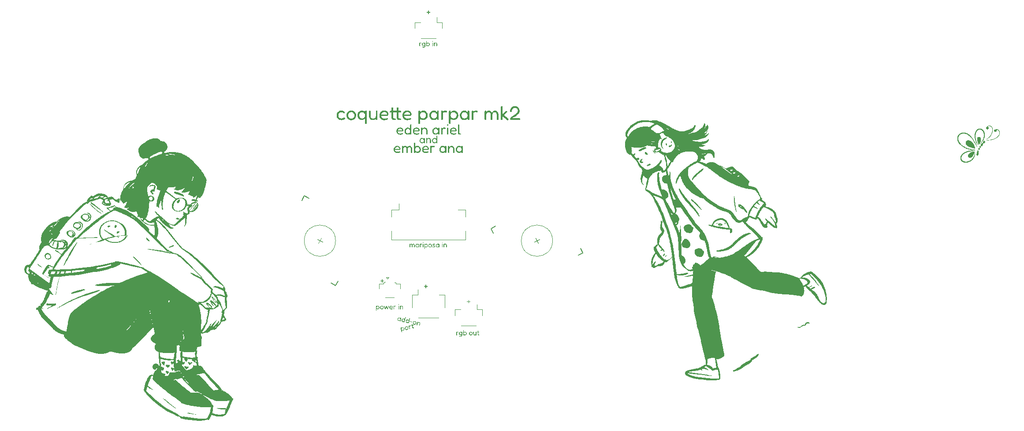
<source format=gbr>
%TF.GenerationSoftware,KiCad,Pcbnew,8.0.8*%
%TF.CreationDate,2025-01-20T03:27:39+01:00*%
%TF.ProjectId,____,e4e8e4e8-2e6b-4696-9361-645f70636258,2.0*%
%TF.SameCoordinates,Original*%
%TF.FileFunction,Legend,Top*%
%TF.FilePolarity,Positive*%
%FSLAX46Y46*%
G04 Gerber Fmt 4.6, Leading zero omitted, Abs format (unit mm)*
G04 Created by KiCad (PCBNEW 8.0.8) date 2025-01-20 03:27:39*
%MOMM*%
%LPD*%
G01*
G04 APERTURE LIST*
%ADD10C,0.000000*%
%ADD11C,0.100000*%
%ADD12C,0.003259*%
%ADD13C,0.003616*%
%ADD14C,0.005055*%
%ADD15C,0.150000*%
%ADD16C,0.152400*%
%ADD17C,0.120000*%
G04 APERTURE END LIST*
D10*
G36*
X255773861Y-96215084D02*
G01*
X255778854Y-96215347D01*
X255783840Y-96215828D01*
X255788811Y-96216526D01*
X255793758Y-96217443D01*
X255798677Y-96218577D01*
X255803560Y-96219929D01*
X255808402Y-96221497D01*
X255813193Y-96223280D01*
X255817929Y-96225281D01*
X255822603Y-96227497D01*
X255827206Y-96229926D01*
X255831730Y-96232566D01*
X255836172Y-96235410D01*
X255840525Y-96238454D01*
X255844782Y-96241692D01*
X255848939Y-96245118D01*
X255852989Y-96248727D01*
X255856926Y-96252515D01*
X255860745Y-96256476D01*
X255864439Y-96260605D01*
X255868003Y-96264895D01*
X255871432Y-96269344D01*
X255874719Y-96273945D01*
X255877860Y-96278692D01*
X255880847Y-96283580D01*
X255883675Y-96288605D01*
X255886404Y-96293887D01*
X255888956Y-96299287D01*
X255891334Y-96304795D01*
X255893539Y-96310405D01*
X255895571Y-96316108D01*
X255897432Y-96321895D01*
X255899122Y-96327760D01*
X255900644Y-96333693D01*
X255901998Y-96339686D01*
X255903184Y-96345733D01*
X255904206Y-96351822D01*
X255905062Y-96357947D01*
X255905754Y-96364101D01*
X255906284Y-96370273D01*
X255906652Y-96376457D01*
X255906860Y-96382645D01*
X255906910Y-96388828D01*
X255906811Y-96395003D01*
X255906564Y-96401168D01*
X255906171Y-96407319D01*
X255905639Y-96413452D01*
X255904969Y-96419565D01*
X255904167Y-96425654D01*
X255903234Y-96431719D01*
X255902174Y-96437752D01*
X255900993Y-96443753D01*
X255898277Y-96455645D01*
X255895113Y-96467368D01*
X255891530Y-96478898D01*
X255888477Y-96487683D01*
X255885174Y-96496346D01*
X255881621Y-96504870D01*
X255877821Y-96513237D01*
X255873772Y-96521428D01*
X255869480Y-96529423D01*
X255864945Y-96537206D01*
X255860167Y-96544758D01*
X255855149Y-96552060D01*
X255849892Y-96559095D01*
X255844398Y-96565842D01*
X255838669Y-96572285D01*
X255832706Y-96578405D01*
X255826510Y-96584182D01*
X255820082Y-96589599D01*
X255813427Y-96594637D01*
X255810016Y-96597007D01*
X255806553Y-96599272D01*
X255803043Y-96601430D01*
X255799486Y-96603478D01*
X255795886Y-96605415D01*
X255792245Y-96607236D01*
X255788564Y-96608941D01*
X255784847Y-96610529D01*
X255781096Y-96611994D01*
X255777312Y-96613335D01*
X255773500Y-96614552D01*
X255769659Y-96615640D01*
X255765794Y-96616598D01*
X255761906Y-96617424D01*
X255757996Y-96618113D01*
X255754071Y-96618666D01*
X255750128Y-96619079D01*
X255746175Y-96619349D01*
X255742214Y-96619476D01*
X255738251Y-96619460D01*
X255734286Y-96619300D01*
X255730327Y-96618996D01*
X255726376Y-96618546D01*
X255722438Y-96617951D01*
X255718514Y-96617209D01*
X255714613Y-96616318D01*
X255710735Y-96615283D01*
X255706885Y-96614098D01*
X255703068Y-96612763D01*
X255699285Y-96611280D01*
X255695545Y-96609647D01*
X255691846Y-96607864D01*
X255691847Y-96607862D01*
X255691848Y-96607861D01*
X255691849Y-96607861D01*
X255691850Y-96607861D01*
X255688284Y-96605972D01*
X255684772Y-96603945D01*
X255681313Y-96601784D01*
X255677914Y-96599491D01*
X255674573Y-96597071D01*
X255671294Y-96594525D01*
X255668080Y-96591860D01*
X255664934Y-96589078D01*
X255661854Y-96586181D01*
X255658848Y-96583175D01*
X255655915Y-96580062D01*
X255653058Y-96576847D01*
X255650281Y-96573534D01*
X255647582Y-96570123D01*
X255644968Y-96566620D01*
X255642440Y-96563030D01*
X255639999Y-96559356D01*
X255637646Y-96555600D01*
X255635379Y-96551768D01*
X255633202Y-96547865D01*
X255631114Y-96543891D01*
X255629115Y-96539851D01*
X255627204Y-96535749D01*
X255625384Y-96531588D01*
X255623654Y-96527371D01*
X255622015Y-96523101D01*
X255620467Y-96518784D01*
X255619010Y-96514420D01*
X255617646Y-96510015D01*
X255616374Y-96505571D01*
X255615193Y-96501092D01*
X255614106Y-96496582D01*
X255612214Y-96487489D01*
X255610690Y-96478322D01*
X255609528Y-96469093D01*
X255608718Y-96459817D01*
X255608253Y-96450509D01*
X255608123Y-96441184D01*
X255608319Y-96431856D01*
X255608834Y-96422539D01*
X255609659Y-96413250D01*
X255610785Y-96404002D01*
X255612203Y-96394807D01*
X255613906Y-96385684D01*
X255615885Y-96376645D01*
X255618132Y-96367705D01*
X255620636Y-96358878D01*
X255623389Y-96350180D01*
X255625432Y-96344256D01*
X255627588Y-96338388D01*
X255629861Y-96332584D01*
X255632250Y-96326850D01*
X255634755Y-96321191D01*
X255637375Y-96315613D01*
X255640112Y-96310120D01*
X255642966Y-96304719D01*
X255645936Y-96299415D01*
X255649024Y-96294215D01*
X255652228Y-96289122D01*
X255655550Y-96284143D01*
X255658989Y-96279284D01*
X255662545Y-96274549D01*
X255666220Y-96269945D01*
X255670012Y-96265478D01*
X255673922Y-96261153D01*
X255677949Y-96256982D01*
X255682088Y-96252968D01*
X255686335Y-96249119D01*
X255690684Y-96245441D01*
X255695132Y-96241941D01*
X255699675Y-96238625D01*
X255704309Y-96235499D01*
X255709028Y-96232571D01*
X255713828Y-96229846D01*
X255718705Y-96227330D01*
X255723655Y-96225030D01*
X255728674Y-96222954D01*
X255733758Y-96221106D01*
X255738900Y-96219493D01*
X255744097Y-96218122D01*
X255749000Y-96217064D01*
X255753935Y-96216229D01*
X255758896Y-96215612D01*
X255763876Y-96215218D01*
X255768866Y-96215041D01*
X255773861Y-96215084D01*
G37*
G36*
X92604674Y-113007457D02*
G01*
X92605544Y-113016320D01*
X92606321Y-113025175D01*
X92397770Y-113043272D01*
X92386135Y-113015333D01*
X92386283Y-113015055D01*
X92602866Y-112989615D01*
X92604674Y-113007457D01*
G37*
G36*
X199990530Y-110907141D02*
G01*
X200039530Y-110910513D01*
X200088467Y-110916547D01*
X200137305Y-110925372D01*
X200186002Y-110937114D01*
X200234522Y-110951901D01*
X200282825Y-110969860D01*
X200306420Y-110980089D01*
X200329266Y-110991175D01*
X200372857Y-111015757D01*
X200413889Y-111043275D01*
X200452649Y-111073397D01*
X200489427Y-111105792D01*
X200524513Y-111140127D01*
X200558195Y-111176073D01*
X200590761Y-111213297D01*
X200653707Y-111290254D01*
X200715659Y-111368347D01*
X200778931Y-111444927D01*
X200811784Y-111481819D01*
X200845834Y-111517338D01*
X200848328Y-111520002D01*
X200850685Y-111522916D01*
X200852907Y-111526070D01*
X200854997Y-111529454D01*
X200858783Y-111536880D01*
X200862061Y-111545122D01*
X200864845Y-111554108D01*
X200867148Y-111563768D01*
X200868988Y-111574027D01*
X200870378Y-111584815D01*
X200871332Y-111596059D01*
X200871867Y-111607690D01*
X200871996Y-111619632D01*
X200871736Y-111631815D01*
X200871099Y-111644167D01*
X200870103Y-111656617D01*
X200868760Y-111669091D01*
X200867087Y-111681519D01*
X200861403Y-111716298D01*
X200854736Y-111750619D01*
X200847159Y-111784525D01*
X200838745Y-111818055D01*
X200829569Y-111851253D01*
X200819701Y-111884158D01*
X200809215Y-111916813D01*
X200798187Y-111949260D01*
X200774788Y-112013692D01*
X200750090Y-112077786D01*
X200699138Y-112206286D01*
X200678921Y-112253805D01*
X200656750Y-112298359D01*
X200632621Y-112339882D01*
X200606526Y-112378305D01*
X200578459Y-112413559D01*
X200563683Y-112429977D01*
X200548413Y-112445577D01*
X200532646Y-112460350D01*
X200516381Y-112474289D01*
X200499619Y-112487385D01*
X200482357Y-112499630D01*
X200464597Y-112511014D01*
X200446334Y-112521528D01*
X200427572Y-112531166D01*
X200408306Y-112539917D01*
X200388537Y-112547775D01*
X200368265Y-112554729D01*
X200347488Y-112560773D01*
X200326206Y-112565896D01*
X200304416Y-112570091D01*
X200282120Y-112573349D01*
X200259316Y-112575661D01*
X200236003Y-112577019D01*
X200212180Y-112577414D01*
X200187847Y-112576839D01*
X200163001Y-112575284D01*
X200137644Y-112572741D01*
X200101752Y-112567940D01*
X200065930Y-112562330D01*
X199994395Y-112550228D01*
X199958633Y-112544511D01*
X199922843Y-112539530D01*
X199904928Y-112537437D01*
X199886997Y-112535674D01*
X199869046Y-112534288D01*
X199851073Y-112533329D01*
X199821145Y-112531478D01*
X199792005Y-112528472D01*
X199763631Y-112524349D01*
X199736003Y-112519151D01*
X199709097Y-112512919D01*
X199682892Y-112505695D01*
X199657367Y-112497519D01*
X199632499Y-112488432D01*
X199584649Y-112467694D01*
X199539168Y-112443807D01*
X199495881Y-112417104D01*
X199454615Y-112387910D01*
X199415195Y-112356555D01*
X199377447Y-112323370D01*
X199341196Y-112288683D01*
X199306270Y-112252823D01*
X199272491Y-112216121D01*
X199239689Y-112178904D01*
X199176310Y-112104243D01*
X199176279Y-112104349D01*
X199176246Y-112104457D01*
X199176179Y-112104672D01*
X199166025Y-112085358D01*
X199157061Y-112066413D01*
X199149176Y-112047819D01*
X199142261Y-112029563D01*
X199136204Y-112011626D01*
X199130896Y-111993992D01*
X199126227Y-111976647D01*
X199122087Y-111959572D01*
X199114950Y-111926173D01*
X199108603Y-111893666D01*
X199102164Y-111861920D01*
X199098634Y-111846293D01*
X199094751Y-111830808D01*
X199076619Y-111753865D01*
X199064098Y-111680216D01*
X199059957Y-111644626D01*
X199057238Y-111609858D01*
X199055945Y-111575910D01*
X199056087Y-111542783D01*
X199057668Y-111510475D01*
X199060695Y-111478985D01*
X199065174Y-111448314D01*
X199071110Y-111418460D01*
X199078511Y-111389422D01*
X199087383Y-111361200D01*
X199097730Y-111333793D01*
X199109561Y-111307199D01*
X199122880Y-111281419D01*
X199137694Y-111256452D01*
X199154009Y-111232297D01*
X199171832Y-111208952D01*
X199191167Y-111186419D01*
X199212022Y-111164695D01*
X199234403Y-111143780D01*
X199258316Y-111123672D01*
X199283767Y-111104373D01*
X199310761Y-111085880D01*
X199339306Y-111068193D01*
X199369407Y-111051310D01*
X199401070Y-111035233D01*
X199434302Y-111019959D01*
X199469110Y-111005487D01*
X199505497Y-110991818D01*
X199553020Y-110975575D01*
X199600862Y-110960720D01*
X199648986Y-110947380D01*
X199697355Y-110935684D01*
X199745927Y-110925757D01*
X199794667Y-110917729D01*
X199843536Y-110911725D01*
X199892494Y-110907874D01*
X199941505Y-110906304D01*
X199990530Y-110907141D01*
G37*
D11*
X96951634Y-102845293D02*
X96988817Y-102847742D01*
X97025996Y-102851628D01*
X97063168Y-102856989D01*
X97100331Y-102863867D01*
X97137481Y-102872299D01*
X97174616Y-102882329D01*
X97211733Y-102893995D01*
X97248828Y-102907337D01*
X97285900Y-102922395D01*
X97322945Y-102939209D01*
X97359961Y-102957820D01*
X97396944Y-102978267D01*
X97433892Y-103000591D01*
X97455727Y-103014939D01*
X97477149Y-103030132D01*
X97498165Y-103046110D01*
X97518780Y-103062817D01*
X97539002Y-103080197D01*
X97558836Y-103098190D01*
X97578290Y-103116741D01*
X97597369Y-103135793D01*
X97634430Y-103175168D01*
X97670069Y-103215857D01*
X97704338Y-103257405D01*
X97737288Y-103299351D01*
X97774944Y-103348607D01*
X97812549Y-103396655D01*
X97831704Y-103419951D01*
X97851293Y-103442617D01*
X97871464Y-103464543D01*
X97892364Y-103485620D01*
X97914145Y-103505738D01*
X97936953Y-103524788D01*
X97960938Y-103542660D01*
X97986248Y-103559247D01*
X98013032Y-103574436D01*
X98041439Y-103588120D01*
X98071617Y-103600190D01*
X98103714Y-103610535D01*
X98125640Y-103617360D01*
X98147287Y-103625163D01*
X98168684Y-103633847D01*
X98189857Y-103643312D01*
X98210837Y-103653460D01*
X98231650Y-103664194D01*
X98272895Y-103687022D01*
X98354643Y-103735366D01*
X98395601Y-103759309D01*
X98436918Y-103782047D01*
X98521928Y-103825860D01*
X98607583Y-103867324D01*
X98650775Y-103886835D01*
X98694275Y-103905350D01*
X98738133Y-103922732D01*
X98782396Y-103938845D01*
X98827116Y-103953552D01*
X98872340Y-103966719D01*
X98918116Y-103978205D01*
X98964496Y-103987877D01*
X99011527Y-103995599D01*
X99059259Y-104001232D01*
X99107741Y-104004641D01*
X99157022Y-104005689D01*
X99170240Y-104006000D01*
X99183463Y-104007026D01*
X99196699Y-104008696D01*
X99209956Y-104010943D01*
X99223242Y-104013696D01*
X99236564Y-104016888D01*
X99263345Y-104024308D01*
X99317675Y-104041364D01*
X99345345Y-104049895D01*
X99373433Y-104057690D01*
X99386698Y-104022135D01*
X99401226Y-103988268D01*
X99416981Y-103956041D01*
X99433923Y-103925407D01*
X99452014Y-103896318D01*
X99471215Y-103868723D01*
X99491488Y-103842577D01*
X99512793Y-103817832D01*
X99535094Y-103794437D01*
X99558350Y-103772347D01*
X99582523Y-103751512D01*
X99607575Y-103731884D01*
X99633468Y-103713416D01*
X99660162Y-103696059D01*
X99715801Y-103664487D01*
X99774183Y-103636782D01*
X99835001Y-103612559D01*
X99897946Y-103591436D01*
X99962709Y-103573025D01*
X100028980Y-103556942D01*
X100096454Y-103542803D01*
X100233770Y-103518815D01*
X101354070Y-103372264D01*
X101496145Y-103349518D01*
X101638011Y-103325376D01*
X101921304Y-103274264D01*
X102204324Y-103221652D01*
X102487448Y-103170262D01*
X102521146Y-103164600D01*
X102554955Y-103159398D01*
X102588856Y-103154696D01*
X102622826Y-103150528D01*
X102656844Y-103146934D01*
X102690892Y-103143950D01*
X102724945Y-103141613D01*
X102758985Y-103139960D01*
X102764870Y-103139984D01*
X102771102Y-103140503D01*
X102777598Y-103141492D01*
X102784277Y-103142919D01*
X102791055Y-103144756D01*
X102797850Y-103146976D01*
X102804579Y-103149548D01*
X102811158Y-103152444D01*
X102817509Y-103155635D01*
X102823545Y-103159093D01*
X102829184Y-103162788D01*
X102834346Y-103166691D01*
X102838946Y-103170775D01*
X102842903Y-103175009D01*
X102844614Y-103177173D01*
X102846133Y-103179365D01*
X102847449Y-103181580D01*
X102848553Y-103183814D01*
X102867030Y-103227267D01*
X102884626Y-103270866D01*
X102901444Y-103314360D01*
X102917582Y-103357501D01*
X102977345Y-103521523D01*
X103086916Y-103431879D01*
X103118899Y-103406412D01*
X103152298Y-103380673D01*
X103186896Y-103355134D01*
X103222486Y-103330270D01*
X103225087Y-103328663D01*
X103227915Y-103327172D01*
X103230954Y-103325799D01*
X103234188Y-103324541D01*
X103237598Y-103323399D01*
X103241169Y-103322372D01*
X103248725Y-103320665D01*
X103256722Y-103319415D01*
X103265025Y-103318620D01*
X103273499Y-103318276D01*
X103282011Y-103318384D01*
X103290425Y-103318937D01*
X103298608Y-103319934D01*
X103306424Y-103321373D01*
X103313739Y-103323250D01*
X103317168Y-103324352D01*
X103320421Y-103325562D01*
X103323482Y-103326882D01*
X103326332Y-103328309D01*
X103328957Y-103329843D01*
X103331340Y-103331485D01*
X103333463Y-103333233D01*
X103335310Y-103335089D01*
X103338154Y-103338412D01*
X103340874Y-103341853D01*
X103343473Y-103345410D01*
X103345958Y-103349077D01*
X103350602Y-103356714D01*
X103354842Y-103364724D01*
X103358719Y-103373063D01*
X103362271Y-103381690D01*
X103365536Y-103390560D01*
X103368554Y-103399631D01*
X103371361Y-103408862D01*
X103373997Y-103418207D01*
X103378911Y-103437073D01*
X103383604Y-103455889D01*
X103388384Y-103474311D01*
X103388875Y-103476429D01*
X103389247Y-103478643D01*
X103389670Y-103483321D01*
X103389722Y-103488272D01*
X103389475Y-103493418D01*
X103388997Y-103498686D01*
X103388361Y-103503997D01*
X103386895Y-103514452D01*
X103385639Y-103524178D01*
X103385267Y-103528580D01*
X103385158Y-103532572D01*
X103385385Y-103536078D01*
X103385646Y-103537627D01*
X103386017Y-103539025D01*
X103386506Y-103540265D01*
X103387124Y-103541336D01*
X103387878Y-103542230D01*
X103388777Y-103542936D01*
X103399878Y-103550569D01*
X103409991Y-103558405D01*
X103419151Y-103566430D01*
X103427389Y-103574631D01*
X103434741Y-103582994D01*
X103441239Y-103591504D01*
X103446917Y-103600149D01*
X103451807Y-103608914D01*
X103455944Y-103617784D01*
X103459363Y-103626747D01*
X103462093Y-103635789D01*
X103464170Y-103644895D01*
X103465628Y-103654052D01*
X103466499Y-103663248D01*
X103466817Y-103672465D01*
X103466615Y-103681692D01*
X103465927Y-103690915D01*
X103464786Y-103700120D01*
X103463226Y-103709293D01*
X103461279Y-103718419D01*
X103458980Y-103727486D01*
X103456361Y-103736479D01*
X103450300Y-103754190D01*
X103443362Y-103771440D01*
X103435816Y-103788120D01*
X103427927Y-103804118D01*
X103419964Y-103819323D01*
X103378585Y-103893909D01*
X103335197Y-103967433D01*
X103290232Y-104040120D01*
X103244122Y-104112202D01*
X103056855Y-104399045D01*
X103051507Y-104407703D01*
X103046375Y-104416646D01*
X103041338Y-104425943D01*
X103036274Y-104435669D01*
X103025588Y-104456693D01*
X103019723Y-104468135D01*
X103013350Y-104480293D01*
X103095781Y-104463568D01*
X103176145Y-104443519D01*
X103254506Y-104420244D01*
X103330931Y-104393846D01*
X103405485Y-104364423D01*
X103478233Y-104332074D01*
X103549242Y-104296902D01*
X103618577Y-104259005D01*
X103686303Y-104218483D01*
X103752487Y-104175437D01*
X103817193Y-104129966D01*
X103880488Y-104082170D01*
X103942437Y-104032149D01*
X104003106Y-103980004D01*
X104062560Y-103925834D01*
X104120865Y-103869738D01*
X104463619Y-103480057D01*
X104473918Y-103470606D01*
X104484941Y-103461726D01*
X104496620Y-103453395D01*
X104508892Y-103445598D01*
X104521690Y-103438316D01*
X104534952Y-103431530D01*
X104548610Y-103425222D01*
X104562600Y-103419373D01*
X104576858Y-103413966D01*
X104591319Y-103408981D01*
X104605916Y-103404401D01*
X104620587Y-103400208D01*
X104635266Y-103396382D01*
X104649887Y-103392907D01*
X104678697Y-103386930D01*
X104681093Y-103386706D01*
X104683678Y-103386888D01*
X104686436Y-103387457D01*
X104689351Y-103388393D01*
X104692407Y-103389680D01*
X104695589Y-103391299D01*
X104702267Y-103395465D01*
X104709259Y-103400747D01*
X104716439Y-103406999D01*
X104723682Y-103414082D01*
X104730863Y-103421850D01*
X104737856Y-103430160D01*
X104744535Y-103438870D01*
X104750775Y-103447835D01*
X104756451Y-103456914D01*
X104761435Y-103465960D01*
X104765604Y-103474832D01*
X104768832Y-103483387D01*
X104770053Y-103487499D01*
X104770992Y-103491480D01*
X104781165Y-103538600D01*
X104792078Y-103586604D01*
X104802584Y-103635017D01*
X104807327Y-103659231D01*
X104811537Y-103683369D01*
X104815073Y-103707374D01*
X104817790Y-103731186D01*
X104819545Y-103754745D01*
X104820195Y-103777993D01*
X104819597Y-103800871D01*
X104817607Y-103823319D01*
X104816045Y-103834364D01*
X104814082Y-103845279D01*
X104811699Y-103856057D01*
X104808879Y-103866690D01*
X104800825Y-103891826D01*
X104791361Y-103916617D01*
X104780605Y-103941084D01*
X104768675Y-103965244D01*
X104755693Y-103989116D01*
X104741775Y-104012719D01*
X104727043Y-104036071D01*
X104711614Y-104059191D01*
X104679144Y-104104806D01*
X104645318Y-104149716D01*
X104577414Y-104238011D01*
X104526559Y-104304259D01*
X104474804Y-104369841D01*
X104369498Y-104499682D01*
X104263295Y-104628874D01*
X104157995Y-104758756D01*
X104145886Y-104774668D01*
X104134959Y-104790556D01*
X104125347Y-104806398D01*
X104117181Y-104822174D01*
X104110594Y-104837864D01*
X104107934Y-104845669D01*
X104105718Y-104853445D01*
X104103963Y-104861189D01*
X104102686Y-104868899D01*
X104101902Y-104876571D01*
X104101628Y-104884204D01*
X104101881Y-104891794D01*
X104102678Y-104899339D01*
X104104034Y-104906837D01*
X104105967Y-104914284D01*
X104108493Y-104921679D01*
X104111629Y-104929018D01*
X104115390Y-104936299D01*
X104119793Y-104943521D01*
X104124855Y-104950678D01*
X104130593Y-104957770D01*
X104137022Y-104964794D01*
X104144161Y-104971746D01*
X104152025Y-104978626D01*
X104160630Y-104985429D01*
X104169993Y-104992154D01*
X104180131Y-104998797D01*
X104181534Y-104999714D01*
X104182902Y-105000699D01*
X104184238Y-105001744D01*
X104185545Y-105002843D01*
X104186827Y-105003989D01*
X104188087Y-105005176D01*
X104190559Y-105007641D01*
X104195407Y-105012751D01*
X104197841Y-105015286D01*
X104200322Y-105017734D01*
X104215041Y-105032032D01*
X104229647Y-105047218D01*
X104258636Y-105079340D01*
X104287534Y-105112255D01*
X104316588Y-105144123D01*
X104331249Y-105159089D01*
X104346041Y-105173101D01*
X104360995Y-105185929D01*
X104376142Y-105197343D01*
X104391511Y-105207113D01*
X104399288Y-105211309D01*
X104407133Y-105215008D01*
X104415050Y-105218180D01*
X104423041Y-105220798D01*
X104431111Y-105222832D01*
X104439264Y-105224253D01*
X104446975Y-105224946D01*
X104454773Y-105224986D01*
X104462653Y-105224406D01*
X104470612Y-105223235D01*
X104478644Y-105221505D01*
X104486748Y-105219246D01*
X104494917Y-105216489D01*
X104503150Y-105213266D01*
X104511441Y-105209607D01*
X104519787Y-105205544D01*
X104536626Y-105196328D01*
X104553637Y-105185864D01*
X104570788Y-105174401D01*
X104588046Y-105162187D01*
X104605382Y-105149470D01*
X104640157Y-105123514D01*
X104657532Y-105110772D01*
X104674858Y-105098517D01*
X104692103Y-105086997D01*
X104709234Y-105076460D01*
X104717545Y-105071854D01*
X104725676Y-105067839D01*
X104733625Y-105064410D01*
X104741391Y-105061562D01*
X104748972Y-105059291D01*
X104756366Y-105057592D01*
X104763571Y-105056459D01*
X104770587Y-105055888D01*
X104777411Y-105055873D01*
X104784041Y-105056410D01*
X104790478Y-105057494D01*
X104796717Y-105059120D01*
X104802757Y-105061283D01*
X104808599Y-105063978D01*
X104814238Y-105067200D01*
X104819675Y-105070945D01*
X104824907Y-105075207D01*
X104829932Y-105079982D01*
X104834749Y-105085263D01*
X104839357Y-105091048D01*
X104843753Y-105097330D01*
X104847936Y-105104104D01*
X104851904Y-105111367D01*
X104855656Y-105119112D01*
X104859190Y-105127336D01*
X104862505Y-105136032D01*
X104865599Y-105145197D01*
X104868469Y-105154824D01*
X104871115Y-105164910D01*
X104873535Y-105175450D01*
X104875727Y-105186437D01*
X104877689Y-105197868D01*
X104879853Y-105209566D01*
X104882600Y-105221161D01*
X104885872Y-105232667D01*
X104889612Y-105244095D01*
X104893761Y-105255452D01*
X104898262Y-105266752D01*
X104903056Y-105278002D01*
X104908087Y-105289215D01*
X104918622Y-105311567D01*
X104929406Y-105333890D01*
X104939974Y-105356266D01*
X104945031Y-105367501D01*
X104949862Y-105378779D01*
X104960291Y-105372482D01*
X104970911Y-105366359D01*
X104992538Y-105354451D01*
X105014358Y-105342706D01*
X105035991Y-105330771D01*
X105046617Y-105324623D01*
X105057052Y-105318297D01*
X105067251Y-105311748D01*
X105077162Y-105304933D01*
X105086740Y-105297806D01*
X105095937Y-105290326D01*
X105104704Y-105282448D01*
X105112993Y-105274128D01*
X105126718Y-105258966D01*
X105139994Y-105243369D01*
X105165481Y-105211148D01*
X105190009Y-105178012D01*
X105214132Y-105144514D01*
X105238406Y-105111199D01*
X105263383Y-105078618D01*
X105276310Y-105062774D01*
X105289621Y-105047321D01*
X105303384Y-105032325D01*
X105317671Y-105017856D01*
X105327430Y-105009013D01*
X105337798Y-105000797D01*
X105348712Y-104993145D01*
X105360112Y-104985997D01*
X105371940Y-104979291D01*
X105384134Y-104972964D01*
X105396633Y-104966956D01*
X105409377Y-104961204D01*
X105435357Y-104950225D01*
X105461595Y-104939531D01*
X105487604Y-104928629D01*
X105500372Y-104922947D01*
X105512902Y-104917028D01*
X105521340Y-104935591D01*
X105529499Y-104954350D01*
X105545708Y-104991972D01*
X105554121Y-105010591D01*
X105562983Y-105028918D01*
X105567638Y-105037935D01*
X105572475Y-105046835D01*
X105577514Y-105055599D01*
X105582778Y-105064216D01*
X105592796Y-105081039D01*
X105601526Y-105097742D01*
X105609024Y-105114332D01*
X105615341Y-105130812D01*
X105620534Y-105147186D01*
X105624657Y-105163459D01*
X105627763Y-105179635D01*
X105629908Y-105195718D01*
X105631146Y-105211712D01*
X105631531Y-105227622D01*
X105631118Y-105243452D01*
X105629961Y-105259207D01*
X105628113Y-105274891D01*
X105625632Y-105290507D01*
X105618981Y-105321556D01*
X105610441Y-105352388D01*
X105600450Y-105383036D01*
X105577851Y-105443925D01*
X105554667Y-105504494D01*
X105543943Y-105534745D01*
X105534379Y-105565018D01*
X105510901Y-105643068D01*
X105486033Y-105720719D01*
X105460052Y-105798051D01*
X105433241Y-105875142D01*
X105323283Y-106182675D01*
X105281959Y-106299059D01*
X105239667Y-106416137D01*
X105152205Y-106656760D01*
X105246598Y-106712910D01*
X105240677Y-106717942D01*
X105234640Y-106722830D01*
X105222373Y-106732284D01*
X105210099Y-106741486D01*
X105198122Y-106750654D01*
X105192339Y-106755293D01*
X105186743Y-106760004D01*
X105181372Y-106764815D01*
X105176264Y-106769753D01*
X105171458Y-106774843D01*
X105166989Y-106780115D01*
X105162896Y-106785594D01*
X105159217Y-106791308D01*
X105105617Y-106879037D01*
X105050211Y-106965357D01*
X104934489Y-107134170D01*
X104813071Y-107298545D01*
X104686975Y-107459277D01*
X104557219Y-107617163D01*
X104424824Y-107773001D01*
X104156187Y-108081714D01*
X104146418Y-108093415D01*
X104136835Y-108105707D01*
X104118035Y-108131463D01*
X104099397Y-108157786D01*
X104080532Y-108183482D01*
X104070894Y-108195723D01*
X104061053Y-108207359D01*
X104050961Y-108218243D01*
X104040568Y-108228223D01*
X104029828Y-108237152D01*
X104018690Y-108244880D01*
X104012957Y-108248246D01*
X104007106Y-108251257D01*
X104001133Y-108253893D01*
X103995029Y-108256135D01*
X103975383Y-108263275D01*
X103957706Y-108271001D01*
X103941901Y-108279284D01*
X103927874Y-108288095D01*
X103915528Y-108297404D01*
X103904770Y-108307183D01*
X103895501Y-108317402D01*
X103887630Y-108328032D01*
X103881057Y-108339044D01*
X103875690Y-108350409D01*
X103871432Y-108362097D01*
X103868188Y-108374081D01*
X103865863Y-108386329D01*
X103864361Y-108398813D01*
X103863587Y-108411505D01*
X103863445Y-108424375D01*
X103864677Y-108450532D01*
X103867293Y-108477050D01*
X103873627Y-108530242D01*
X103875817Y-108556448D01*
X103876339Y-108582082D01*
X103875735Y-108594614D01*
X103874428Y-108606914D01*
X103872323Y-108618955D01*
X103869323Y-108630708D01*
X103864366Y-108649665D01*
X103860464Y-108668988D01*
X103857311Y-108688553D01*
X103854605Y-108708236D01*
X103849319Y-108747451D01*
X103846131Y-108766734D01*
X103842175Y-108785637D01*
X103837147Y-108804030D01*
X103834136Y-108812999D01*
X103830743Y-108821793D01*
X103826931Y-108830399D01*
X103822662Y-108838799D01*
X103817895Y-108846979D01*
X103812596Y-108854922D01*
X103806725Y-108862616D01*
X103800244Y-108870040D01*
X103793116Y-108877183D01*
X103785302Y-108884027D01*
X103776766Y-108890556D01*
X103767466Y-108896756D01*
X103757368Y-108902612D01*
X103746433Y-108908105D01*
X103739771Y-108911158D01*
X103733019Y-108914107D01*
X103726186Y-108916946D01*
X103719278Y-108919667D01*
X103712303Y-108922261D01*
X103705266Y-108924720D01*
X103698178Y-108927038D01*
X103691042Y-108929207D01*
X103683870Y-108931218D01*
X103676663Y-108933064D01*
X103669434Y-108934736D01*
X103662186Y-108936230D01*
X103654930Y-108937534D01*
X103647670Y-108938642D01*
X103640414Y-108939546D01*
X103633170Y-108940239D01*
X103606737Y-108943076D01*
X103581359Y-108947245D01*
X103556995Y-108952684D01*
X103533598Y-108959336D01*
X103511126Y-108967140D01*
X103489534Y-108976038D01*
X103468779Y-108985968D01*
X103448815Y-108996873D01*
X103429600Y-109008693D01*
X103411089Y-109021367D01*
X103393238Y-109034837D01*
X103376003Y-109049044D01*
X103343204Y-109079426D01*
X103312341Y-109112039D01*
X103092815Y-109396120D01*
X102955064Y-109547708D01*
X102813940Y-109695503D01*
X102670019Y-109840184D01*
X102523879Y-109982430D01*
X102227269Y-110262330D01*
X101928741Y-110540634D01*
X101846235Y-110615278D01*
X101761815Y-110686196D01*
X101675340Y-110753383D01*
X101631287Y-110785575D01*
X101586667Y-110816833D01*
X101541463Y-110847155D01*
X101495656Y-110876541D01*
X101449227Y-110904990D01*
X101402161Y-110932502D01*
X101354439Y-110959077D01*
X101306042Y-110984712D01*
X101256954Y-111009408D01*
X101207158Y-111033164D01*
X101202525Y-111035175D01*
X101197712Y-111037048D01*
X101192745Y-111038774D01*
X101187644Y-111040342D01*
X101182437Y-111041744D01*
X101177144Y-111042972D01*
X101171793Y-111044018D01*
X101166408Y-111044870D01*
X101161010Y-111045521D01*
X101155625Y-111045963D01*
X101150277Y-111046185D01*
X101144990Y-111046179D01*
X101139789Y-111045937D01*
X101134697Y-111045449D01*
X101129738Y-111044707D01*
X101124937Y-111043701D01*
X100778206Y-110955849D01*
X100432221Y-110865798D01*
X100191202Y-110801151D01*
X99951626Y-110736088D01*
X99990321Y-111094357D01*
X99958571Y-111105492D01*
X99622361Y-110805027D01*
X99870920Y-110835660D01*
X99877333Y-110823665D01*
X99882790Y-110812078D01*
X99887326Y-110800886D01*
X99890981Y-110790076D01*
X99893790Y-110779636D01*
X99895793Y-110769552D01*
X99897025Y-110759812D01*
X99897526Y-110750403D01*
X99897332Y-110741312D01*
X99896480Y-110732527D01*
X99895009Y-110724032D01*
X99892953Y-110715818D01*
X99890355Y-110707870D01*
X99887248Y-110700176D01*
X99883671Y-110692722D01*
X99879662Y-110685496D01*
X99875257Y-110678484D01*
X99870495Y-110671676D01*
X99865412Y-110665055D01*
X99860047Y-110658612D01*
X99848619Y-110646202D01*
X99836507Y-110634343D01*
X99787243Y-110590354D01*
X99659270Y-110471156D01*
X99594881Y-110411811D01*
X99529866Y-110353213D01*
X99463955Y-110295796D01*
X99396880Y-110239993D01*
X99328373Y-110186240D01*
X99258163Y-110134969D01*
X99157436Y-110062175D01*
X99056451Y-109987529D01*
X98954210Y-109914230D01*
X98902309Y-109879085D01*
X98849720Y-109845477D01*
X98796319Y-109813806D01*
X98741981Y-109784471D01*
X98686583Y-109757873D01*
X98630000Y-109734410D01*
X98572107Y-109714485D01*
X98512779Y-109698495D01*
X98451892Y-109686842D01*
X98389322Y-109679926D01*
X98228633Y-109668904D01*
X98162236Y-109665473D01*
X98103658Y-109664170D01*
X98051792Y-109665551D01*
X98028030Y-109667422D01*
X98005528Y-109670173D01*
X97984152Y-109673874D01*
X97963760Y-109678593D01*
X97944215Y-109684400D01*
X97925378Y-109691366D01*
X97907111Y-109699559D01*
X97889274Y-109709049D01*
X97871730Y-109719905D01*
X97854340Y-109732199D01*
X97836965Y-109745997D01*
X97819467Y-109761371D01*
X97801706Y-109778390D01*
X97783546Y-109797123D01*
X97745469Y-109840010D01*
X97704129Y-109890589D01*
X97658415Y-109949417D01*
X97607221Y-110017049D01*
X97876851Y-110169890D01*
X97953785Y-110214929D01*
X98025191Y-110259075D01*
X98057363Y-110280247D01*
X98086399Y-110300514D01*
X98111720Y-110319650D01*
X98132740Y-110337431D01*
X98214275Y-110412852D01*
X98305052Y-110499345D01*
X98401600Y-110593594D01*
X98500442Y-110692288D01*
X98598108Y-110792114D01*
X98691123Y-110889758D01*
X98776016Y-110981908D01*
X98849310Y-111065251D01*
X99002847Y-111241338D01*
X99140589Y-111391989D01*
X99267765Y-111525709D01*
X99389610Y-111651003D01*
X99511355Y-111776378D01*
X99638232Y-111910340D01*
X99775473Y-112061393D01*
X99928309Y-112238044D01*
X99968921Y-112287494D01*
X100010220Y-112340252D01*
X100094472Y-112453822D01*
X100180231Y-112575008D01*
X100266668Y-112700063D01*
X100438245Y-112946806D01*
X100521721Y-113061003D01*
X100602546Y-113164088D01*
X100705452Y-113285793D01*
X100815326Y-113410593D01*
X101046377Y-113665600D01*
X101276496Y-113921353D01*
X101385206Y-114047085D01*
X101486482Y-114170097D01*
X101581350Y-114290687D01*
X101661429Y-114395408D01*
X101796526Y-114577212D01*
X101861195Y-114664284D01*
X101930380Y-114755461D01*
X102008906Y-114855737D01*
X102101599Y-114970106D01*
X102106548Y-114970214D01*
X102111780Y-114971534D01*
X102117270Y-114973989D01*
X102122995Y-114977501D01*
X102128932Y-114981997D01*
X102135057Y-114987398D01*
X102147776Y-115000615D01*
X102160965Y-115016538D01*
X102174437Y-115034558D01*
X102188003Y-115054065D01*
X102201476Y-115074447D01*
X102250678Y-115152516D01*
X102260867Y-115168115D01*
X102269835Y-115180925D01*
X102277396Y-115190336D01*
X102280589Y-115193575D01*
X102283360Y-115195736D01*
X102328802Y-115224895D01*
X102371519Y-115254278D01*
X102411904Y-115283842D01*
X102450354Y-115313550D01*
X102523014Y-115373234D01*
X102592648Y-115433008D01*
X102662401Y-115492550D01*
X102735424Y-115551539D01*
X102774146Y-115580725D01*
X102814864Y-115609653D01*
X102857973Y-115638282D01*
X102903868Y-115666572D01*
X102955062Y-115697738D01*
X103004548Y-115729453D01*
X103052479Y-115761718D01*
X103099008Y-115794534D01*
X103188465Y-115861821D01*
X103274138Y-115931315D01*
X103357245Y-116003022D01*
X103439004Y-116076946D01*
X103603351Y-116231461D01*
X103658528Y-116282560D01*
X103714701Y-116332206D01*
X103829646Y-116427765D01*
X103947417Y-116519379D01*
X104067239Y-116608292D01*
X104309954Y-116782974D01*
X104431303Y-116871229D01*
X104551617Y-116961745D01*
X104784403Y-117146149D01*
X105012998Y-117336737D01*
X105238045Y-117532319D01*
X105460184Y-117731713D01*
X105898306Y-118137181D01*
X106332493Y-118543646D01*
X106410963Y-118618492D01*
X106488196Y-118695549D01*
X106639525Y-118855156D01*
X106787650Y-119020198D01*
X106933733Y-119188406D01*
X107224440Y-119525239D01*
X107371396Y-119689325D01*
X107520974Y-119847498D01*
X107943008Y-120279639D01*
X108153981Y-120493417D01*
X108369233Y-120707132D01*
X108965132Y-121295052D01*
X109266068Y-121588093D01*
X109569300Y-121874608D01*
X109705809Y-121998176D01*
X109843701Y-122118776D01*
X110121082Y-122355736D01*
X110259294Y-122474425D01*
X110396339Y-122594805D01*
X110531576Y-122718042D01*
X110664369Y-122845300D01*
X110670848Y-122852082D01*
X110677001Y-122859264D01*
X110682820Y-122866829D01*
X110688304Y-122874762D01*
X110693445Y-122883046D01*
X110698240Y-122891668D01*
X110702683Y-122900613D01*
X110706767Y-122909863D01*
X110710491Y-122919404D01*
X110713847Y-122929221D01*
X110716831Y-122939297D01*
X110719437Y-122949619D01*
X110721661Y-122960169D01*
X110723499Y-122970934D01*
X110724943Y-122981896D01*
X110725991Y-122993042D01*
X110726637Y-123004356D01*
X110726875Y-123015821D01*
X110726702Y-123027423D01*
X110726110Y-123039146D01*
X110725097Y-123050976D01*
X110723657Y-123062897D01*
X110721783Y-123074892D01*
X110719473Y-123086948D01*
X110716721Y-123099047D01*
X110713520Y-123111175D01*
X110709869Y-123123317D01*
X110705758Y-123135457D01*
X110701187Y-123147580D01*
X110696147Y-123159670D01*
X110690634Y-123171711D01*
X110684646Y-123183690D01*
X110681607Y-123190203D01*
X110679098Y-123197050D01*
X110677097Y-123204214D01*
X110675582Y-123211676D01*
X110674532Y-123219421D01*
X110673927Y-123227429D01*
X110673744Y-123235684D01*
X110673964Y-123244169D01*
X110674564Y-123252864D01*
X110675525Y-123261755D01*
X110678441Y-123280049D01*
X110682542Y-123298910D01*
X110687660Y-123318200D01*
X110693626Y-123337778D01*
X110700270Y-123357506D01*
X110707425Y-123377242D01*
X110714920Y-123396847D01*
X110744933Y-123471169D01*
X110760955Y-123513038D01*
X110775394Y-123555013D01*
X110788327Y-123597106D01*
X110799830Y-123639329D01*
X110809980Y-123681697D01*
X110818854Y-123724221D01*
X110826529Y-123766914D01*
X110833083Y-123809790D01*
X110838590Y-123852858D01*
X110843128Y-123896136D01*
X110846775Y-123939632D01*
X110849608Y-123983362D01*
X110853134Y-124071569D01*
X110854322Y-124160860D01*
X110855887Y-124263580D01*
X110860118Y-124366571D01*
X110867031Y-124469645D01*
X110876643Y-124572610D01*
X110888972Y-124675276D01*
X110904035Y-124777454D01*
X110921848Y-124878951D01*
X110942429Y-124979580D01*
X110954360Y-125037282D01*
X110964822Y-125094880D01*
X110973862Y-125152391D01*
X110981530Y-125209831D01*
X110987876Y-125267216D01*
X110992945Y-125324562D01*
X110996788Y-125381886D01*
X110999455Y-125439203D01*
X111000992Y-125496531D01*
X111001449Y-125553884D01*
X110999318Y-125668735D01*
X110993451Y-125783884D01*
X110984237Y-125899461D01*
X110983090Y-125915911D01*
X110982655Y-125932521D01*
X110982885Y-125949281D01*
X110983732Y-125966180D01*
X110987092Y-126000351D01*
X110992358Y-126034951D01*
X110999153Y-126069894D01*
X111007098Y-126105096D01*
X111024938Y-126175933D01*
X111042858Y-126246783D01*
X111050907Y-126282000D01*
X111057844Y-126316965D01*
X111063294Y-126351593D01*
X111066879Y-126385798D01*
X111067854Y-126402715D01*
X111068222Y-126419496D01*
X111067935Y-126436128D01*
X111066946Y-126452602D01*
X111066525Y-126460554D01*
X111066558Y-126468601D01*
X111067010Y-126476735D01*
X111067852Y-126484944D01*
X111069052Y-126493220D01*
X111070579Y-126501550D01*
X111074490Y-126518333D01*
X111079334Y-126535209D01*
X111084862Y-126552096D01*
X111096974Y-126585565D01*
X111108830Y-126618069D01*
X111114039Y-126633750D01*
X111118435Y-126648939D01*
X111121769Y-126663550D01*
X111122960Y-126670614D01*
X111123791Y-126677503D01*
X111124233Y-126684205D01*
X111124253Y-126690711D01*
X111123821Y-126697009D01*
X111122905Y-126703091D01*
X111132279Y-126710467D01*
X111140887Y-126718171D01*
X111148774Y-126726169D01*
X111155986Y-126734430D01*
X111162570Y-126742921D01*
X111168571Y-126751609D01*
X111174035Y-126760461D01*
X111179007Y-126769446D01*
X111183535Y-126778531D01*
X111187663Y-126787683D01*
X111191437Y-126796871D01*
X111194904Y-126806061D01*
X111201097Y-126824318D01*
X111206610Y-126842194D01*
X111207281Y-126846078D01*
X111207123Y-126850394D01*
X111206178Y-126855114D01*
X111204493Y-126860209D01*
X111202112Y-126865650D01*
X111199081Y-126871407D01*
X111191247Y-126883757D01*
X111181355Y-126897026D01*
X111169764Y-126910982D01*
X111156833Y-126925393D01*
X111142927Y-126940026D01*
X111113626Y-126969034D01*
X111084750Y-126996146D01*
X111039825Y-127037263D01*
X111019391Y-127058008D01*
X110998559Y-127082053D01*
X110977353Y-127108884D01*
X110955803Y-127137984D01*
X110866685Y-127266773D01*
X110820757Y-127331384D01*
X110797544Y-127361940D01*
X110774203Y-127390642D01*
X110750760Y-127416974D01*
X110727242Y-127440422D01*
X110703677Y-127460469D01*
X110680090Y-127476601D01*
X110666128Y-127484381D01*
X110652685Y-127490861D01*
X110639762Y-127496141D01*
X110627355Y-127500316D01*
X110615466Y-127503486D01*
X110604093Y-127505746D01*
X110593234Y-127507192D01*
X110582891Y-127507924D01*
X110573062Y-127508039D01*
X110563745Y-127507633D01*
X110546646Y-127505646D01*
X110531590Y-127502743D01*
X110518569Y-127499701D01*
X110507575Y-127497298D01*
X110498604Y-127496311D01*
X110494875Y-127496592D01*
X110491649Y-127497517D01*
X110488925Y-127499187D01*
X110486702Y-127501696D01*
X110484980Y-127505142D01*
X110483758Y-127509623D01*
X110483035Y-127515236D01*
X110482810Y-127522077D01*
X110483851Y-127539835D01*
X110486875Y-127563674D01*
X110558928Y-127884207D01*
X110569420Y-127961409D01*
X110578869Y-128038771D01*
X110596121Y-128193734D01*
X110613665Y-128348615D01*
X110623477Y-128425872D01*
X110634480Y-128502927D01*
X110636983Y-128517302D01*
X110640047Y-128531606D01*
X110643629Y-128545842D01*
X110647681Y-128560013D01*
X110652156Y-128574122D01*
X110657009Y-128588172D01*
X110662193Y-128602165D01*
X110667661Y-128616104D01*
X110679264Y-128643833D01*
X110691446Y-128671382D01*
X110716062Y-128726027D01*
X110720711Y-128736164D01*
X110725620Y-128746184D01*
X110730756Y-128756100D01*
X110736087Y-128765926D01*
X110747205Y-128785374D01*
X110758716Y-128804641D01*
X110781887Y-128843109D01*
X110793031Y-128862544D01*
X110798381Y-128872362D01*
X110803539Y-128882268D01*
X110812028Y-128900176D01*
X110819395Y-128918003D01*
X110825656Y-128935723D01*
X110830825Y-128953309D01*
X110834917Y-128970735D01*
X110837945Y-128987972D01*
X110839925Y-129004996D01*
X110840870Y-129021778D01*
X110840795Y-129038292D01*
X110839715Y-129054513D01*
X110837644Y-129070410D01*
X110834595Y-129085959D01*
X110830585Y-129101133D01*
X110825627Y-129115905D01*
X110819736Y-129130248D01*
X110812926Y-129144135D01*
X110805211Y-129157539D01*
X110796606Y-129170434D01*
X110787126Y-129182792D01*
X110776783Y-129194587D01*
X110765595Y-129205792D01*
X110753575Y-129216381D01*
X110740736Y-129226324D01*
X110727095Y-129235598D01*
X110712664Y-129244175D01*
X110697459Y-129252027D01*
X110681493Y-129259129D01*
X110664782Y-129265452D01*
X110647340Y-129270970D01*
X110629181Y-129275657D01*
X110610319Y-129279485D01*
X110590770Y-129282429D01*
X110573719Y-129284947D01*
X110557741Y-129288034D01*
X110542762Y-129291653D01*
X110528703Y-129295768D01*
X110515487Y-129300338D01*
X110503036Y-129305329D01*
X110491275Y-129310703D01*
X110480126Y-129316421D01*
X110469512Y-129322447D01*
X110459355Y-129328743D01*
X110440107Y-129341995D01*
X110421763Y-129355880D01*
X110403709Y-129370096D01*
X110385327Y-129384346D01*
X110366000Y-129398329D01*
X110345112Y-129411745D01*
X110333889Y-129418148D01*
X110322045Y-129424297D01*
X110309503Y-129430155D01*
X110296184Y-129435684D01*
X110282012Y-129440847D01*
X110266910Y-129445608D01*
X110250802Y-129449927D01*
X110233609Y-129453768D01*
X110215255Y-129457093D01*
X110195662Y-129459865D01*
X110202850Y-129468049D01*
X110209027Y-129475573D01*
X110214229Y-129482485D01*
X110218486Y-129488829D01*
X110221831Y-129494651D01*
X110224296Y-129499993D01*
X110225912Y-129504903D01*
X110226714Y-129509426D01*
X110226733Y-129513605D01*
X110226000Y-129517486D01*
X110224549Y-129521114D01*
X110222411Y-129524535D01*
X110219617Y-129527793D01*
X110216202Y-129530933D01*
X110212197Y-129534000D01*
X110207635Y-129537040D01*
X110196965Y-129543216D01*
X110184450Y-129549821D01*
X110170349Y-129557215D01*
X110154919Y-129565758D01*
X110146787Y-129570574D01*
X110138418Y-129575812D01*
X110129846Y-129581518D01*
X110121102Y-129587736D01*
X110112221Y-129594511D01*
X110103232Y-129601889D01*
X110094169Y-129609914D01*
X110085063Y-129618632D01*
X110057639Y-129646979D01*
X110031317Y-129676256D01*
X110006037Y-129706395D01*
X109981742Y-129737325D01*
X109958371Y-129768979D01*
X109935868Y-129801286D01*
X109914171Y-129834175D01*
X109893225Y-129867580D01*
X109853345Y-129935654D01*
X109815758Y-130004951D01*
X109779995Y-130074918D01*
X109745586Y-130144997D01*
X109728941Y-130177935D01*
X109711561Y-130209795D01*
X109693460Y-130240641D01*
X109674647Y-130270537D01*
X109655134Y-130299547D01*
X109634931Y-130327735D01*
X109614051Y-130355166D01*
X109592505Y-130381903D01*
X109570303Y-130408012D01*
X109547457Y-130433557D01*
X109523979Y-130458600D01*
X109499878Y-130483207D01*
X109449857Y-130531367D01*
X109397485Y-130578554D01*
X109381819Y-130593305D01*
X109365549Y-130610597D01*
X109348776Y-130630083D01*
X109331604Y-130651418D01*
X109296463Y-130698261D01*
X109260938Y-130748368D01*
X109191979Y-130847353D01*
X109160168Y-130890717D01*
X109145285Y-130909662D01*
X109131218Y-130926322D01*
X109121059Y-130936768D01*
X109109535Y-130946695D01*
X109096742Y-130956083D01*
X109082778Y-130964915D01*
X109067739Y-130973172D01*
X109051721Y-130980835D01*
X109034823Y-130987888D01*
X109017140Y-130994312D01*
X108998770Y-131000088D01*
X108979810Y-131005198D01*
X108960357Y-131009625D01*
X108940507Y-131013350D01*
X108920358Y-131016356D01*
X108900006Y-131018622D01*
X108879548Y-131020132D01*
X108859081Y-131020868D01*
X108838702Y-131020811D01*
X108818509Y-131019943D01*
X108798598Y-131018247D01*
X108779065Y-131015703D01*
X108760007Y-131012294D01*
X108741523Y-131008002D01*
X108723707Y-131002807D01*
X108706659Y-130996693D01*
X108690473Y-130989641D01*
X108675248Y-130981633D01*
X108661081Y-130972651D01*
X108648066Y-130962676D01*
X108636304Y-130951690D01*
X108625889Y-130939676D01*
X108616919Y-130926615D01*
X108609490Y-130912489D01*
X108576742Y-130914897D01*
X108547289Y-130917573D01*
X108520676Y-130920485D01*
X108496449Y-130923598D01*
X108474157Y-130926879D01*
X108453340Y-130930295D01*
X108414324Y-130937399D01*
X108375767Y-130944640D01*
X108334034Y-130951754D01*
X108310841Y-130955179D01*
X108285490Y-130958472D01*
X108257528Y-130961599D01*
X108226499Y-130964527D01*
X108217311Y-130966317D01*
X108204475Y-130970260D01*
X108188517Y-130976075D01*
X108169962Y-130983481D01*
X108127178Y-131001944D01*
X108080340Y-131023403D01*
X108033664Y-131045613D01*
X107991367Y-131066326D01*
X107957666Y-131083296D01*
X107936777Y-131094280D01*
X107733086Y-131205615D01*
X107556824Y-131300835D01*
X107381118Y-131397001D01*
X107285078Y-131450770D01*
X107179101Y-131511173D01*
X107166211Y-131517997D01*
X107151865Y-131524631D01*
X107136293Y-131531132D01*
X107119725Y-131537559D01*
X107048105Y-131563643D01*
X107030013Y-131570543D01*
X107012308Y-131577707D01*
X106995218Y-131585193D01*
X106978975Y-131593058D01*
X106963808Y-131601357D01*
X106949949Y-131610148D01*
X106943581Y-131614746D01*
X106937626Y-131619488D01*
X106932113Y-131624382D01*
X106927070Y-131629434D01*
X106916404Y-131640135D01*
X106904545Y-131650791D01*
X106877557Y-131671802D01*
X106846747Y-131692154D01*
X106812752Y-131711529D01*
X106776209Y-131729612D01*
X106737756Y-131746085D01*
X106698029Y-131760636D01*
X106657668Y-131772947D01*
X106617309Y-131782703D01*
X106577590Y-131789586D01*
X106539149Y-131793283D01*
X106520606Y-131793838D01*
X106502622Y-131793477D01*
X106485277Y-131792162D01*
X106468649Y-131789853D01*
X106452819Y-131786510D01*
X106437866Y-131782093D01*
X106423871Y-131776564D01*
X106410912Y-131769883D01*
X106399069Y-131762011D01*
X106388422Y-131752908D01*
X106387032Y-131750280D01*
X106386523Y-131746085D01*
X106387941Y-131733412D01*
X106392268Y-131715737D01*
X106399099Y-131693906D01*
X106408025Y-131668766D01*
X106418641Y-131641164D01*
X106443312Y-131581963D01*
X106469854Y-131523074D01*
X106495013Y-131471277D01*
X106515532Y-131433345D01*
X106523033Y-131421693D01*
X106528153Y-131416051D01*
X106544337Y-131405213D01*
X106559238Y-131393695D01*
X106572964Y-131381542D01*
X106585627Y-131368798D01*
X106597339Y-131355511D01*
X106608208Y-131341726D01*
X106618346Y-131327490D01*
X106627863Y-131312848D01*
X106636871Y-131297845D01*
X106645480Y-131282528D01*
X106661939Y-131251135D01*
X106678129Y-131219036D01*
X106694932Y-131186597D01*
X106710617Y-131158224D01*
X106726992Y-131130226D01*
X106761462Y-131075156D01*
X106797627Y-131020998D01*
X106834778Y-130967362D01*
X106909182Y-130860089D01*
X106945012Y-130805672D01*
X106978977Y-130750213D01*
X106986637Y-130736126D01*
X106993532Y-130721610D01*
X106999758Y-130706718D01*
X107005411Y-130691499D01*
X107010585Y-130676005D01*
X107015378Y-130660288D01*
X107024196Y-130628389D01*
X107032629Y-130596212D01*
X107041441Y-130564166D01*
X107046229Y-130548321D01*
X107051398Y-130532662D01*
X107057043Y-130517242D01*
X107063260Y-130502111D01*
X107113567Y-130385572D01*
X107138888Y-130327286D01*
X107164827Y-130269322D01*
X107191760Y-130211929D01*
X107220066Y-130155359D01*
X107250123Y-130099862D01*
X107265927Y-130072594D01*
X107282310Y-130045686D01*
X107315290Y-129989493D01*
X107344771Y-129932514D01*
X107371021Y-129874754D01*
X107394305Y-129816215D01*
X107414888Y-129756902D01*
X107433038Y-129696819D01*
X107449019Y-129635969D01*
X107463099Y-129574356D01*
X107475542Y-129511985D01*
X107486614Y-129448858D01*
X107505712Y-129320353D01*
X107539166Y-129054450D01*
X107544937Y-129016289D01*
X107552349Y-128978202D01*
X107561181Y-128940180D01*
X107571209Y-128902219D01*
X107593962Y-128826436D01*
X107618827Y-128750792D01*
X107644025Y-128675221D01*
X107667772Y-128599659D01*
X107678545Y-128561861D01*
X107688288Y-128524043D01*
X107696777Y-128486193D01*
X107703791Y-128448307D01*
X107722132Y-128340721D01*
X107741378Y-128231363D01*
X107760114Y-128121960D01*
X107776922Y-128014244D01*
X107790731Y-127921913D01*
X107803547Y-127840792D01*
X107826792Y-127696427D01*
X107837513Y-127625304D01*
X107847830Y-127549635D01*
X107857888Y-127465483D01*
X107867836Y-127368907D01*
X107864190Y-127368361D01*
X107861357Y-127367228D01*
X107859290Y-127365547D01*
X107857937Y-127363361D01*
X107857249Y-127360709D01*
X107857178Y-127357632D01*
X107857672Y-127354169D01*
X107858683Y-127350361D01*
X107862057Y-127341870D01*
X107866900Y-127332483D01*
X107872818Y-127322522D01*
X107879414Y-127312310D01*
X107904624Y-127275388D01*
X107908649Y-127268752D01*
X107910970Y-127263800D01*
X107911367Y-127262055D01*
X107911189Y-127260852D01*
X107910386Y-127260230D01*
X107908910Y-127260231D01*
X107856018Y-127268361D01*
X107804773Y-127273875D01*
X107755117Y-127276802D01*
X107706987Y-127277168D01*
X107660328Y-127274999D01*
X107615079Y-127270320D01*
X107571182Y-127263159D01*
X107528577Y-127253541D01*
X107487204Y-127241494D01*
X107447005Y-127227042D01*
X107407922Y-127210212D01*
X107369893Y-127191031D01*
X107332862Y-127169526D01*
X107296768Y-127145720D01*
X107261552Y-127119643D01*
X107227155Y-127091319D01*
X107181536Y-127050269D01*
X107136572Y-127006995D01*
X107092147Y-126961844D01*
X107048144Y-126915169D01*
X106960938Y-126818641D01*
X106874022Y-126720213D01*
X106786465Y-126622686D01*
X106697335Y-126528861D01*
X106651888Y-126484212D01*
X106605699Y-126441539D01*
X106558651Y-126401191D01*
X106510627Y-126363520D01*
X106437830Y-126311111D01*
X106367390Y-126264335D01*
X106332643Y-126242769D01*
X106297992Y-126222261D01*
X106228322Y-126183958D01*
X106157068Y-126148495D01*
X106082918Y-126114941D01*
X106004556Y-126082364D01*
X105920672Y-126049835D01*
X105895386Y-126040598D01*
X105874385Y-126033703D01*
X105865309Y-126031121D01*
X105857088Y-126029106D01*
X105849648Y-126027653D01*
X105842917Y-126026756D01*
X105836824Y-126026410D01*
X105831295Y-126026608D01*
X105826260Y-126027343D01*
X105821644Y-126028612D01*
X105817377Y-126030407D01*
X105813384Y-126032721D01*
X105809596Y-126035550D01*
X105805938Y-126038887D01*
X105802339Y-126042727D01*
X105798727Y-126047064D01*
X105791173Y-126057202D01*
X105772722Y-126083174D01*
X105760669Y-126098912D01*
X105745959Y-126116420D01*
X105737427Y-126125825D01*
X105728014Y-126135653D01*
X105717648Y-126145900D01*
X105706257Y-126156561D01*
X105697331Y-126163480D01*
X105687026Y-126169297D01*
X105675434Y-126174059D01*
X105662652Y-126177810D01*
X105648770Y-126180598D01*
X105633883Y-126182468D01*
X105618082Y-126183465D01*
X105601462Y-126183637D01*
X105566136Y-126181687D01*
X105528648Y-126176984D01*
X105489745Y-126169897D01*
X105450172Y-126160793D01*
X105410672Y-126150042D01*
X105371994Y-126138009D01*
X105334880Y-126125064D01*
X105300076Y-126111575D01*
X105268329Y-126097907D01*
X105240381Y-126084430D01*
X105216979Y-126071513D01*
X105198869Y-126059522D01*
X104800917Y-125760658D01*
X104401915Y-125463338D01*
X103853779Y-125065626D01*
X103580466Y-124865873D01*
X103310452Y-124661957D01*
X103167705Y-124549806D01*
X103026355Y-124435832D01*
X102745792Y-124205100D01*
X102464642Y-123975127D01*
X102322561Y-123862101D01*
X102178789Y-123751276D01*
X102039011Y-123646833D01*
X101898080Y-123543839D01*
X101613244Y-123341740D01*
X101325246Y-123144044D01*
X101035051Y-122949815D01*
X99959057Y-122277138D01*
X99846831Y-122202021D01*
X99735653Y-122125322D01*
X99515343Y-121968798D01*
X99295930Y-121810803D01*
X99075218Y-121654573D01*
X98642275Y-121355837D01*
X98424469Y-121208579D01*
X98205172Y-121063638D01*
X97468698Y-120589324D01*
X96730762Y-120117330D01*
X96708051Y-120102278D01*
X96685633Y-120086721D01*
X96663425Y-120070756D01*
X96641340Y-120054480D01*
X96552562Y-119988191D01*
X96528676Y-120021668D01*
X96503884Y-120053299D01*
X96478224Y-120083159D01*
X96451734Y-120111324D01*
X96424452Y-120137874D01*
X96396415Y-120162882D01*
X96367664Y-120186428D01*
X96338233Y-120208589D01*
X96308162Y-120229440D01*
X96277490Y-120249060D01*
X96214491Y-120284909D01*
X96149541Y-120316752D01*
X96082942Y-120345203D01*
X96015000Y-120370878D01*
X95946019Y-120394394D01*
X95806153Y-120437405D01*
X95665779Y-120479155D01*
X95596163Y-120501096D01*
X95527331Y-120524567D01*
X95288665Y-120610425D01*
X95050432Y-120697544D01*
X94812792Y-120786336D01*
X94575902Y-120877209D01*
X94371381Y-120956716D01*
X94167388Y-121037740D01*
X94066020Y-121079622D01*
X93965302Y-121122845D01*
X93865407Y-121167730D01*
X93766508Y-121214597D01*
X93661732Y-121263420D01*
X93555846Y-121308454D01*
X93448962Y-121350084D01*
X93341196Y-121388696D01*
X93232660Y-121424678D01*
X93123466Y-121458416D01*
X92903563Y-121520704D01*
X92460856Y-121635343D01*
X92239865Y-121693874D01*
X92020324Y-121757336D01*
X91804666Y-121824356D01*
X91589796Y-121893809D01*
X91376054Y-121966566D01*
X91163782Y-122043495D01*
X90953322Y-122125466D01*
X90745018Y-122213350D01*
X90641781Y-122259780D01*
X90539211Y-122308016D01*
X90437352Y-122358165D01*
X90336245Y-122410334D01*
X88333875Y-123430099D01*
X87971747Y-123625326D01*
X87612590Y-123826355D01*
X87434322Y-123929180D01*
X87257034Y-124033617D01*
X87080804Y-124139719D01*
X86905711Y-124247541D01*
X86681499Y-124385522D01*
X86456079Y-124521126D01*
X86001724Y-124785768D01*
X85542853Y-125042573D01*
X85079673Y-125292651D01*
X85007638Y-125331845D01*
X84936331Y-125372418D01*
X84795622Y-125457176D01*
X84657003Y-125545879D01*
X84519927Y-125637477D01*
X83976178Y-126011862D01*
X83367013Y-126420588D01*
X83064331Y-126627545D01*
X82764710Y-126838615D01*
X82634888Y-126932974D01*
X82505977Y-127028647D01*
X82250460Y-127223253D01*
X81997315Y-127421070D01*
X81745698Y-127620729D01*
X81715231Y-127646742D01*
X81686978Y-127674270D01*
X81660817Y-127703203D01*
X81636629Y-127733427D01*
X81614294Y-127764833D01*
X81593689Y-127797310D01*
X81574696Y-127830745D01*
X81557194Y-127865028D01*
X81541063Y-127900048D01*
X81526183Y-127935694D01*
X81512432Y-127971852D01*
X81499691Y-128008414D01*
X81476754Y-128082301D01*
X81456412Y-128156464D01*
X81344553Y-128603264D01*
X81237472Y-129051403D01*
X81128418Y-129499029D01*
X81071042Y-129722071D01*
X81010644Y-129944290D01*
X80989964Y-130021057D01*
X80970995Y-130097860D01*
X80953708Y-130174711D01*
X80938073Y-130251623D01*
X80911643Y-130405678D01*
X80891468Y-130560128D01*
X80877311Y-130715074D01*
X80868939Y-130870613D01*
X80866114Y-131026851D01*
X80868601Y-131183886D01*
X80868981Y-131192368D01*
X80869559Y-131200846D01*
X80870317Y-131209322D01*
X80871235Y-131217795D01*
X80873480Y-131234732D01*
X80876144Y-131251662D01*
X80888006Y-131319366D01*
X80896448Y-131382236D01*
X80901271Y-131441284D01*
X80902363Y-131496694D01*
X80901474Y-131523092D01*
X80899610Y-131548651D01*
X80896757Y-131573391D01*
X80892903Y-131597339D01*
X80888030Y-131620515D01*
X80882127Y-131642943D01*
X80875178Y-131664646D01*
X80867171Y-131685647D01*
X80858091Y-131705970D01*
X80847923Y-131725637D01*
X80836655Y-131744672D01*
X80824272Y-131763097D01*
X80810758Y-131780935D01*
X80796104Y-131798210D01*
X80780291Y-131814944D01*
X80763307Y-131831162D01*
X80745138Y-131846886D01*
X80725771Y-131862138D01*
X80705190Y-131876942D01*
X80683381Y-131891321D01*
X80660333Y-131905298D01*
X80636027Y-131918897D01*
X80583597Y-131945050D01*
X80525978Y-131969965D01*
X80493839Y-131982055D01*
X80462338Y-131992078D01*
X80431436Y-132000124D01*
X80401089Y-132006279D01*
X80371258Y-132010631D01*
X80341902Y-132013267D01*
X80312980Y-132014276D01*
X80284452Y-132013744D01*
X80256274Y-132011759D01*
X80228409Y-132008409D01*
X80200814Y-132003781D01*
X80173448Y-131997962D01*
X80119242Y-131983106D01*
X80065463Y-131964539D01*
X80011784Y-131942962D01*
X79957879Y-131919076D01*
X79848077Y-131867176D01*
X79733443Y-131814444D01*
X79673496Y-131789517D01*
X79611358Y-131766483D01*
X79380380Y-131689275D01*
X79265833Y-131650065D01*
X79153070Y-131608543D01*
X79097631Y-131586467D01*
X79042964Y-131563275D01*
X78989179Y-131538788D01*
X78936383Y-131512828D01*
X78884686Y-131485215D01*
X78834195Y-131455770D01*
X78785021Y-131424314D01*
X78737271Y-131390669D01*
X78502862Y-131211700D01*
X78443461Y-131168292D01*
X78383084Y-131126679D01*
X78321401Y-131087493D01*
X78289967Y-131069008D01*
X78258085Y-131051368D01*
X78158889Y-130996184D01*
X78062276Y-130938078D01*
X77968158Y-130877164D01*
X77876446Y-130813554D01*
X77787052Y-130747362D01*
X77699888Y-130678701D01*
X77614863Y-130607684D01*
X77531891Y-130534425D01*
X77450884Y-130459036D01*
X77371750Y-130381631D01*
X77294405Y-130302324D01*
X77218758Y-130221226D01*
X77072204Y-130054114D01*
X76931381Y-129881203D01*
X76824917Y-129742292D01*
X76721590Y-129600904D01*
X76620716Y-129457582D01*
X76521608Y-129312872D01*
X76129150Y-128731018D01*
X76079078Y-128660728D01*
X76027396Y-128591120D01*
X75923670Y-128451965D01*
X75873861Y-128381426D01*
X75849958Y-128345701D01*
X75826910Y-128309588D01*
X75804856Y-128273027D01*
X75783935Y-128235954D01*
X75764287Y-128198308D01*
X75746052Y-128160027D01*
X75690589Y-128034469D01*
X75637414Y-127907664D01*
X75586683Y-127779711D01*
X75538548Y-127650710D01*
X75493164Y-127520763D01*
X75450683Y-127389970D01*
X75411261Y-127258430D01*
X75375049Y-127126244D01*
X75372428Y-127114759D01*
X75370492Y-127103039D01*
X75369216Y-127091096D01*
X75368571Y-127078947D01*
X75368530Y-127066602D01*
X75369064Y-127054077D01*
X75371754Y-127028538D01*
X75376416Y-127002439D01*
X75382832Y-126975888D01*
X75390781Y-126948994D01*
X75400040Y-126921867D01*
X75410391Y-126894613D01*
X75421611Y-126867341D01*
X75445777Y-126813183D01*
X75494831Y-126709445D01*
X75508512Y-126680870D01*
X75522856Y-126652607D01*
X75553255Y-126596887D01*
X75585464Y-126542021D01*
X75618922Y-126487742D01*
X75687335Y-126379885D01*
X75721163Y-126325775D01*
X75753990Y-126271189D01*
X76115356Y-125650169D01*
X76296478Y-125339868D01*
X76479286Y-125030510D01*
X76493646Y-125007387D01*
X76508832Y-124984683D01*
X76524693Y-124962326D01*
X76541081Y-124940250D01*
X76608927Y-124853335D01*
X76642140Y-124809733D01*
X76658050Y-124787650D01*
X76673296Y-124765288D01*
X76687729Y-124742575D01*
X76701200Y-124719441D01*
X76713561Y-124695817D01*
X76724663Y-124671632D01*
X76759278Y-124587555D01*
X76792035Y-124502590D01*
X76822996Y-124416838D01*
X76852224Y-124330405D01*
X76879782Y-124243395D01*
X76905733Y-124155911D01*
X76930139Y-124068058D01*
X76953064Y-123979938D01*
X76960178Y-123949678D01*
X76966421Y-123919219D01*
X76971879Y-123888589D01*
X76976638Y-123857822D01*
X76984397Y-123796000D01*
X76990381Y-123734009D01*
X76999751Y-123610536D01*
X77004500Y-123549563D01*
X77010202Y-123489438D01*
X76324648Y-123203117D01*
X76412859Y-123004069D01*
X75994364Y-122889314D01*
X75787676Y-122834923D01*
X75684296Y-122809638D01*
X75580637Y-122786070D01*
X75551001Y-122780230D01*
X75521304Y-122775309D01*
X75462260Y-122766610D01*
X75433179Y-122762025D01*
X75404571Y-122756746D01*
X75376568Y-122750367D01*
X75349304Y-122742487D01*
X75322912Y-122732702D01*
X75310085Y-122726969D01*
X75297526Y-122720609D01*
X75285250Y-122713570D01*
X75273277Y-122705803D01*
X75261622Y-122697258D01*
X75250301Y-122687882D01*
X75239332Y-122677628D01*
X75228730Y-122666443D01*
X75218514Y-122654278D01*
X75208698Y-122641081D01*
X75199301Y-122626803D01*
X75190339Y-122611394D01*
X75181827Y-122594803D01*
X75173784Y-122576978D01*
X75171467Y-122572411D01*
X75168531Y-122568093D01*
X75165006Y-122564014D01*
X75160920Y-122560162D01*
X75156303Y-122556527D01*
X75151184Y-122553098D01*
X75145592Y-122549862D01*
X75139558Y-122546809D01*
X75126278Y-122541208D01*
X75111579Y-122536203D01*
X75095696Y-122531707D01*
X75078863Y-122527629D01*
X75061316Y-122523882D01*
X75043290Y-122520374D01*
X75006741Y-122513721D01*
X74971094Y-122506956D01*
X74954198Y-122503308D01*
X74938232Y-122499365D01*
X74818706Y-122468525D01*
X74698630Y-122439162D01*
X74458276Y-122380992D01*
X74338723Y-122350250D01*
X74220069Y-122317114D01*
X74102676Y-122280616D01*
X74044566Y-122260805D01*
X73986906Y-122239789D01*
X73956280Y-122227536D01*
X73926778Y-122214327D01*
X73898382Y-122200185D01*
X73871071Y-122185129D01*
X73844827Y-122169181D01*
X73819630Y-122152364D01*
X73795461Y-122134698D01*
X73772299Y-122116203D01*
X73750127Y-122096903D01*
X73728925Y-122076817D01*
X73689351Y-122034377D01*
X73653423Y-121989053D01*
X73620987Y-121941017D01*
X73591885Y-121890440D01*
X73565964Y-121837490D01*
X73543070Y-121782341D01*
X73523047Y-121725162D01*
X73505739Y-121666125D01*
X73490992Y-121605400D01*
X73478652Y-121543157D01*
X73468562Y-121479569D01*
X73453632Y-121378934D01*
X73437423Y-121278474D01*
X73402302Y-121077936D01*
X73329133Y-120677367D01*
X73325741Y-120660101D01*
X73321738Y-120643310D01*
X73317139Y-120626985D01*
X73311964Y-120611117D01*
X73306232Y-120595697D01*
X73299960Y-120580715D01*
X73293167Y-120566162D01*
X73285870Y-120552029D01*
X73278088Y-120538307D01*
X73269840Y-120524986D01*
X73252015Y-120499512D01*
X73232538Y-120475532D01*
X73211560Y-120452973D01*
X73189221Y-120431760D01*
X73165669Y-120411821D01*
X73141049Y-120393079D01*
X73115505Y-120375462D01*
X73089185Y-120358896D01*
X73062233Y-120343305D01*
X73034794Y-120328617D01*
X73007014Y-120314758D01*
X72980035Y-120300834D01*
X72953796Y-120285578D01*
X72928329Y-120269047D01*
X72903667Y-120251301D01*
X72879843Y-120232396D01*
X72856890Y-120212394D01*
X72834840Y-120191353D01*
X72813726Y-120169329D01*
X72793581Y-120146384D01*
X72774438Y-120122576D01*
X72739287Y-120072603D01*
X72708534Y-120019882D01*
X72682443Y-119964881D01*
X72671225Y-119936673D01*
X72661272Y-119908071D01*
X72652615Y-119879135D01*
X72645286Y-119849922D01*
X72639320Y-119820492D01*
X72634748Y-119790903D01*
X72631602Y-119761214D01*
X72629915Y-119731484D01*
X72629722Y-119701772D01*
X72631053Y-119672136D01*
X72633942Y-119642634D01*
X72638423Y-119613327D01*
X72644526Y-119584272D01*
X72652285Y-119555528D01*
X72661733Y-119527154D01*
X72672902Y-119499209D01*
X72698289Y-119441793D01*
X72724612Y-119384543D01*
X72752035Y-119327685D01*
X72780722Y-119271447D01*
X72810834Y-119216056D01*
X72842538Y-119161738D01*
X72875994Y-119108723D01*
X72911367Y-119057235D01*
X72930975Y-119031027D01*
X72951444Y-119006023D01*
X72972819Y-118982398D01*
X72995138Y-118960324D01*
X73018446Y-118939981D01*
X73042783Y-118921541D01*
X73068191Y-118905179D01*
X73094712Y-118891072D01*
X73108403Y-118884918D01*
X73122388Y-118879393D01*
X73136672Y-118874519D01*
X73151261Y-118870319D01*
X73166160Y-118866813D01*
X73181372Y-118864023D01*
X73196906Y-118861973D01*
X73212764Y-118860682D01*
X73228954Y-118860174D01*
X73245478Y-118860469D01*
X73262344Y-118861592D01*
X73279556Y-118863562D01*
X73297120Y-118866401D01*
X73315041Y-118870133D01*
X73333323Y-118874778D01*
X73351973Y-118880359D01*
X73365128Y-118884144D01*
X73378581Y-118887158D01*
X73392352Y-118889480D01*
X73406466Y-118891190D01*
X73420940Y-118892367D01*
X73435799Y-118893091D01*
X73451062Y-118893441D01*
X73466753Y-118893494D01*
X73534208Y-118892341D01*
X73571053Y-118892053D01*
X73590329Y-118892259D01*
X73610203Y-118892803D01*
X73823464Y-118530593D01*
X73934312Y-118343496D01*
X74047625Y-118155499D01*
X74383680Y-117601819D01*
X74554797Y-117326973D01*
X74642161Y-117190754D01*
X74731122Y-117055606D01*
X74755658Y-117020021D01*
X74781141Y-116985089D01*
X74834470Y-116916853D01*
X74890147Y-116850220D01*
X74947203Y-116784513D01*
X75061592Y-116653167D01*
X75116995Y-116586177D01*
X75143824Y-116552054D01*
X75169913Y-116517402D01*
X75197752Y-116478014D01*
X75224461Y-116437049D01*
X75249666Y-116394717D01*
X75261590Y-116373105D01*
X75272997Y-116351231D01*
X75283843Y-116329121D01*
X75294081Y-116306801D01*
X75303664Y-116284298D01*
X75312547Y-116261638D01*
X75320682Y-116238847D01*
X75328022Y-116215953D01*
X75334522Y-116192981D01*
X75340134Y-116169958D01*
X75370162Y-116029639D01*
X75398219Y-115888907D01*
X75450769Y-115606687D01*
X75502484Y-115324260D01*
X75529496Y-115183272D01*
X75558060Y-115042593D01*
X75566001Y-115007331D01*
X75574827Y-114972236D01*
X75594575Y-114902445D01*
X75638491Y-114763755D01*
X75660400Y-114694452D01*
X75680771Y-114624910D01*
X75690026Y-114589986D01*
X75698472Y-114554927D01*
X75705968Y-114519707D01*
X75712373Y-114484300D01*
X75716683Y-114452937D01*
X75719499Y-114421296D01*
X75721052Y-114389422D01*
X75721570Y-114357359D01*
X75720413Y-114292852D01*
X75717859Y-114228140D01*
X75715738Y-114163584D01*
X75715410Y-114131479D01*
X75715877Y-114099550D01*
X75717366Y-114067843D01*
X75720107Y-114036402D01*
X75724327Y-114005273D01*
X75730256Y-113974503D01*
X75777257Y-113763827D01*
X75802560Y-113658093D01*
X75830589Y-113553361D01*
X75845982Y-113501668D01*
X75862486Y-113450584D01*
X75880242Y-113400224D01*
X75899394Y-113350711D01*
X75920084Y-113302160D01*
X75942456Y-113254693D01*
X75966651Y-113208427D01*
X75992814Y-113163482D01*
X76019502Y-113118363D01*
X76044273Y-113073107D01*
X76067228Y-113027695D01*
X76088471Y-112982110D01*
X76108104Y-112936335D01*
X76126231Y-112890352D01*
X76142952Y-112844144D01*
X76158373Y-112797693D01*
X76172594Y-112750982D01*
X76185719Y-112703992D01*
X76209092Y-112609112D01*
X76229312Y-112512911D01*
X76247202Y-112415252D01*
X76430175Y-112071130D01*
X76432300Y-112070679D01*
X76468999Y-112025074D01*
X76506357Y-111979846D01*
X76581265Y-111889462D01*
X76617923Y-111843772D01*
X76653457Y-111797395D01*
X76687419Y-111750065D01*
X76703673Y-111725960D01*
X76719367Y-111701515D01*
X76740849Y-111668216D01*
X76763024Y-111635807D01*
X76785906Y-111604278D01*
X76809513Y-111573621D01*
X76833860Y-111543830D01*
X76858964Y-111514895D01*
X76884842Y-111486807D01*
X76911510Y-111459560D01*
X76938983Y-111433144D01*
X76967278Y-111407551D01*
X76996413Y-111382773D01*
X77026404Y-111358803D01*
X77057265Y-111335631D01*
X77089015Y-111313249D01*
X77121669Y-111291650D01*
X77155244Y-111270825D01*
X77174379Y-111258945D01*
X77193216Y-111246572D01*
X77230150Y-111220611D01*
X77266364Y-111193460D01*
X77302174Y-111165640D01*
X77373854Y-111110076D01*
X77410358Y-111083373D01*
X77428915Y-111070517D01*
X77447729Y-111058081D01*
X77459189Y-111050829D01*
X77470869Y-111043741D01*
X77482750Y-111036839D01*
X77494821Y-111030141D01*
X77507063Y-111023667D01*
X77519465Y-111017434D01*
X77532009Y-111011464D01*
X77544682Y-111005775D01*
X77557468Y-111000386D01*
X77570354Y-110995317D01*
X77583323Y-110990587D01*
X77596362Y-110986215D01*
X77609455Y-110982221D01*
X77622586Y-110978624D01*
X77635743Y-110975442D01*
X77648910Y-110972696D01*
X77679253Y-110967241D01*
X77709731Y-110962364D01*
X77770982Y-110953921D01*
X77893912Y-110939327D01*
X77955158Y-110931484D01*
X78015969Y-110922149D01*
X78046146Y-110916658D01*
X78076133Y-110910476D01*
X78105903Y-110903500D01*
X78135430Y-110895622D01*
X78143553Y-110893138D01*
X78151585Y-110890312D01*
X78167388Y-110883696D01*
X78182868Y-110875902D01*
X78198057Y-110867053D01*
X78212987Y-110857276D01*
X78227688Y-110846695D01*
X78242192Y-110835438D01*
X78256529Y-110823629D01*
X78284830Y-110798855D01*
X78312840Y-110773380D01*
X78340809Y-110748208D01*
X78354855Y-110736050D01*
X78368985Y-110724343D01*
X78598963Y-110539411D01*
X78712806Y-110445632D01*
X78769102Y-110397984D01*
X78824851Y-110349667D01*
X78866041Y-110312803D01*
X78906518Y-110275104D01*
X78946403Y-110236718D01*
X78985824Y-110197793D01*
X79141340Y-110039655D01*
X79155336Y-110025750D01*
X79169244Y-110012739D01*
X79183163Y-110000673D01*
X79197187Y-109989604D01*
X79211413Y-109979585D01*
X79225935Y-109970667D01*
X79240849Y-109962901D01*
X79256252Y-109956340D01*
X79264167Y-109953528D01*
X79272238Y-109951036D01*
X79280481Y-109948871D01*
X79288905Y-109947041D01*
X79297523Y-109945550D01*
X79306346Y-109944406D01*
X79315386Y-109943614D01*
X79324658Y-109943182D01*
X79334169Y-109943116D01*
X79343935Y-109943423D01*
X79353966Y-109944108D01*
X79364274Y-109945179D01*
X79374872Y-109946641D01*
X79385772Y-109948503D01*
X79408523Y-109953446D01*
X79430192Y-109958206D01*
X79452472Y-109961983D01*
X79475268Y-109964792D01*
X79498483Y-109966648D01*
X79522021Y-109967567D01*
X79545788Y-109967565D01*
X79569686Y-109966656D01*
X79593622Y-109964857D01*
X79617496Y-109962184D01*
X79641216Y-109958651D01*
X79664685Y-109954275D01*
X79687805Y-109949071D01*
X79710483Y-109943054D01*
X79732623Y-109936242D01*
X79754127Y-109928648D01*
X79774902Y-109920288D01*
X79835919Y-109896293D01*
X79896682Y-109876543D01*
X79957228Y-109860823D01*
X80017596Y-109848920D01*
X80077823Y-109840622D01*
X80137945Y-109835716D01*
X80198003Y-109833991D01*
X80258032Y-109835232D01*
X80318070Y-109839227D01*
X80378156Y-109845764D01*
X80438327Y-109854629D01*
X80498620Y-109865610D01*
X80559074Y-109878495D01*
X80619725Y-109893070D01*
X80680611Y-109909122D01*
X80741771Y-109926440D01*
X81093796Y-109561803D01*
X81183706Y-109470007D01*
X81274995Y-109379102D01*
X81367970Y-109289662D01*
X81462941Y-109202259D01*
X81548047Y-109128762D01*
X81635451Y-109057846D01*
X81724574Y-108988846D01*
X81814839Y-108921094D01*
X81996478Y-108786665D01*
X82086695Y-108718654D01*
X82175739Y-108649224D01*
X82192437Y-108635484D01*
X82208737Y-108621250D01*
X82224690Y-108606584D01*
X82240347Y-108591548D01*
X82270977Y-108560617D01*
X82301041Y-108528955D01*
X82361109Y-108465436D01*
X82391936Y-108434577D01*
X82407728Y-108419592D01*
X82423839Y-108404985D01*
X82632194Y-108221932D01*
X82841545Y-108040039D01*
X83050551Y-107857791D01*
X83257868Y-107673672D01*
X83351434Y-107588129D01*
X83444040Y-107501523D01*
X83628094Y-107327113D01*
X83813479Y-107154422D01*
X83907749Y-107069966D01*
X84003642Y-106987433D01*
X84071894Y-106930612D01*
X84108790Y-106901458D01*
X84147226Y-106873115D01*
X84166949Y-106859553D01*
X84186971Y-106846561D01*
X84207263Y-106834262D01*
X84227796Y-106822777D01*
X84248541Y-106812230D01*
X84269470Y-106802742D01*
X84290554Y-106794437D01*
X84311763Y-106787436D01*
X84317932Y-106785849D01*
X84324087Y-106784724D01*
X84330220Y-106784017D01*
X84336328Y-106783684D01*
X84342404Y-106783683D01*
X84348443Y-106783969D01*
X84360388Y-106785233D01*
X84405604Y-106793127D01*
X84416047Y-106794076D01*
X84421109Y-106794158D01*
X84426058Y-106793921D01*
X84430888Y-106793321D01*
X84435594Y-106792316D01*
X84440170Y-106790861D01*
X84444610Y-106788913D01*
X84448910Y-106786430D01*
X84453064Y-106783366D01*
X84457066Y-106779679D01*
X84460910Y-106775327D01*
X84464593Y-106770264D01*
X84468107Y-106764449D01*
X84471448Y-106757838D01*
X84474609Y-106750387D01*
X84486784Y-106720376D01*
X84499880Y-106690720D01*
X84513811Y-106661385D01*
X84528486Y-106632335D01*
X84559712Y-106574955D01*
X84592846Y-106518306D01*
X84661978Y-106406097D01*
X84696548Y-106349988D01*
X84730170Y-106293508D01*
X84732900Y-106289085D01*
X84735893Y-106284654D01*
X84742418Y-106275771D01*
X84749243Y-106266884D01*
X84755869Y-106258015D01*
X84758951Y-106253592D01*
X84761797Y-106249184D01*
X84764342Y-106244789D01*
X84766525Y-106240413D01*
X84768283Y-106236059D01*
X84769555Y-106231727D01*
X84769988Y-106229571D01*
X84770276Y-106227422D01*
X84770411Y-106225279D01*
X84770385Y-106223144D01*
X84769669Y-106192795D01*
X84770538Y-106164221D01*
X84772932Y-106137357D01*
X84776790Y-106112142D01*
X84782054Y-106088510D01*
X84788663Y-106066399D01*
X84796559Y-106045744D01*
X84805682Y-106026482D01*
X84815972Y-106008551D01*
X84827368Y-105991884D01*
X84839812Y-105976421D01*
X84853244Y-105962095D01*
X84867605Y-105948844D01*
X84882834Y-105936604D01*
X84898873Y-105925312D01*
X84915660Y-105914904D01*
X84933138Y-105905316D01*
X84951245Y-105896485D01*
X84989112Y-105880838D01*
X85028784Y-105867454D01*
X85069781Y-105855824D01*
X85237509Y-105816659D01*
X85259413Y-105812066D01*
X85281627Y-105808749D01*
X85304105Y-105806524D01*
X85326801Y-105805207D01*
X85349670Y-105804614D01*
X85372668Y-105804562D01*
X85418874Y-105805343D01*
X85465057Y-105806084D01*
X85488028Y-105805977D01*
X85510858Y-105805309D01*
X85533503Y-105803895D01*
X85555918Y-105801552D01*
X85578059Y-105798095D01*
X85599880Y-105793341D01*
X85617271Y-105788369D01*
X85634393Y-105782313D01*
X85651272Y-105775274D01*
X85667931Y-105767357D01*
X85684394Y-105758666D01*
X85700685Y-105749303D01*
X85716827Y-105739373D01*
X85732845Y-105728979D01*
X85764604Y-105707215D01*
X85796153Y-105684838D01*
X85827683Y-105662678D01*
X85843502Y-105651939D01*
X85859387Y-105641564D01*
X85872104Y-105633093D01*
X85884651Y-105624151D01*
X85909371Y-105605267D01*
X85958264Y-105566407D01*
X85970570Y-105557068D01*
X85982981Y-105548086D01*
X85995526Y-105539566D01*
X86008242Y-105531611D01*
X86021162Y-105524324D01*
X86034320Y-105517807D01*
X86047750Y-105512167D01*
X86061487Y-105507505D01*
X86246196Y-105453553D01*
X86431487Y-105403642D01*
X86524426Y-105381107D01*
X86617604Y-105360667D01*
X86711050Y-105342684D01*
X86804795Y-105327518D01*
X86898870Y-105315532D01*
X86993306Y-105307087D01*
X87088134Y-105302545D01*
X87183386Y-105302266D01*
X87279090Y-105306614D01*
X87375279Y-105315947D01*
X87471983Y-105330629D01*
X87569234Y-105351022D01*
X87622432Y-105362856D01*
X87677534Y-105373749D01*
X87791298Y-105394886D01*
X87848880Y-105406219D01*
X87906209Y-105418785D01*
X87962746Y-105433130D01*
X88017952Y-105449798D01*
X88071286Y-105469332D01*
X88122211Y-105492277D01*
X88146601Y-105505198D01*
X88170185Y-105519175D01*
X88192898Y-105534278D01*
X88214670Y-105550573D01*
X88235436Y-105568129D01*
X88255126Y-105587013D01*
X88273675Y-105607293D01*
X88291015Y-105629039D01*
X88307076Y-105652317D01*
X88321794Y-105677196D01*
X88335101Y-105703743D01*
X88346928Y-105732027D01*
X88353177Y-105750849D01*
X88358426Y-105771027D01*
X88362915Y-105792294D01*
X88366885Y-105814380D01*
X88374226Y-105859941D01*
X88378077Y-105882879D01*
X88382369Y-105905563D01*
X88387341Y-105927726D01*
X88393234Y-105949101D01*
X88400287Y-105969418D01*
X88404324Y-105979097D01*
X88408741Y-105988409D01*
X88413569Y-105997324D01*
X88418836Y-106005806D01*
X88424574Y-106013823D01*
X88430812Y-106021342D01*
X88437581Y-106028327D01*
X88444909Y-106034746D01*
X88452829Y-106040567D01*
X88461368Y-106045752D01*
X88466510Y-106048274D01*
X88471929Y-106050418D01*
X88477608Y-106052197D01*
X88483534Y-106053625D01*
X88489692Y-106054716D01*
X88496066Y-106055483D01*
X88502641Y-106055939D01*
X88509401Y-106056099D01*
X88523422Y-106055580D01*
X88538005Y-106054037D01*
X88553033Y-106051576D01*
X88568384Y-106048306D01*
X88583937Y-106044334D01*
X88599572Y-106039769D01*
X88615169Y-106034719D01*
X88630609Y-106029294D01*
X88645768Y-106023599D01*
X88660529Y-106017743D01*
X88688370Y-106005984D01*
X88724312Y-105990976D01*
X88760027Y-105977590D01*
X88795517Y-105965794D01*
X88830785Y-105955555D01*
X88865831Y-105946839D01*
X88900660Y-105939615D01*
X88935271Y-105933847D01*
X88969667Y-105929504D01*
X89003849Y-105926552D01*
X89037821Y-105924958D01*
X89071583Y-105924689D01*
X89105137Y-105925713D01*
X89138486Y-105927994D01*
X89171632Y-105931502D01*
X89237320Y-105942060D01*
X89302214Y-105957125D01*
X89366333Y-105976429D01*
X89429691Y-105999709D01*
X89492301Y-106026699D01*
X89554180Y-106057135D01*
X89615344Y-106090751D01*
X89675806Y-106127284D01*
X89735584Y-106166467D01*
X89751950Y-106176934D01*
X89769063Y-106186780D01*
X89804912Y-106205325D01*
X89841883Y-106223523D01*
X89860399Y-106232937D01*
X89878728Y-106242796D01*
X89896714Y-106253278D01*
X89914202Y-106264562D01*
X89931034Y-106276824D01*
X89947057Y-106290243D01*
X89962113Y-106304996D01*
X89969230Y-106312928D01*
X89976048Y-106321260D01*
X89982545Y-106330014D01*
X89988704Y-106339213D01*
X89994504Y-106348879D01*
X89999927Y-106359033D01*
X90009216Y-106358865D01*
X90018050Y-106359369D01*
X90026464Y-106360502D01*
X90034489Y-106362218D01*
X90042158Y-106364470D01*
X90049506Y-106367213D01*
X90056564Y-106370400D01*
X90063366Y-106373987D01*
X90069946Y-106377928D01*
X90076335Y-106382175D01*
X90088679Y-106391408D01*
X90112547Y-106411547D01*
X90124602Y-106421719D01*
X90137091Y-106431470D01*
X90143580Y-106436073D01*
X90150279Y-106440434D01*
X90157218Y-106444506D01*
X90164432Y-106448243D01*
X90171952Y-106451600D01*
X90179813Y-106454531D01*
X90188047Y-106456991D01*
X90196689Y-106458932D01*
X90205771Y-106460310D01*
X90215325Y-106461079D01*
X90225384Y-106461192D01*
X90235984Y-106460604D01*
X90241087Y-106459978D01*
X90246306Y-106459041D01*
X90251606Y-106457807D01*
X90256952Y-106456289D01*
X90262309Y-106454501D01*
X90267642Y-106452455D01*
X90272917Y-106450168D01*
X90278098Y-106447650D01*
X90283150Y-106444918D01*
X90288039Y-106441982D01*
X90292728Y-106438856D01*
X90297184Y-106435558D01*
X90301372Y-106432095D01*
X90305255Y-106428486D01*
X90308801Y-106424742D01*
X90310434Y-106422824D01*
X90311972Y-106420876D01*
X90337696Y-106389227D01*
X90365095Y-106359965D01*
X90394058Y-106333127D01*
X90424477Y-106308742D01*
X90456245Y-106286843D01*
X90489251Y-106267460D01*
X90523386Y-106250627D01*
X90558543Y-106236376D01*
X90594613Y-106224738D01*
X90631485Y-106215746D01*
X90669053Y-106209431D01*
X90707208Y-106205824D01*
X90745839Y-106204959D01*
X90784838Y-106206867D01*
X90824098Y-106211580D01*
X90863508Y-106219130D01*
X90899582Y-106226967D01*
X90935911Y-106233997D01*
X90972443Y-106240203D01*
X91009130Y-106245565D01*
X91045922Y-106250066D01*
X91082768Y-106253688D01*
X91119619Y-106256412D01*
X91156425Y-106258220D01*
X91187496Y-106259989D01*
X91215810Y-106263000D01*
X91241444Y-106267355D01*
X91253281Y-106270069D01*
X91264478Y-106273157D01*
X91275044Y-106276632D01*
X91284990Y-106280508D01*
X91294325Y-106284797D01*
X91303059Y-106289512D01*
X91311201Y-106294665D01*
X91318764Y-106300270D01*
X91325754Y-106306339D01*
X91332184Y-106312887D01*
X91338062Y-106319923D01*
X91343397Y-106327463D01*
X91348201Y-106335518D01*
X91352482Y-106344102D01*
X91356253Y-106353227D01*
X91359520Y-106362907D01*
X91362295Y-106373154D01*
X91364586Y-106383980D01*
X91366406Y-106395400D01*
X91367762Y-106407425D01*
X91368665Y-106420069D01*
X91369126Y-106433344D01*
X91368754Y-106461840D01*
X91366730Y-106493014D01*
X91364637Y-106520507D01*
X91363090Y-106548122D01*
X91361961Y-106575923D01*
X91361122Y-106603970D01*
X91359796Y-106661049D01*
X91358090Y-106719851D01*
X91375858Y-106719772D01*
X91392914Y-106718846D01*
X91409289Y-106717113D01*
X91425013Y-106714611D01*
X91440115Y-106711378D01*
X91454628Y-106707455D01*
X91468580Y-106702879D01*
X91482004Y-106697692D01*
X91494927Y-106691930D01*
X91507383Y-106685634D01*
X91519401Y-106678843D01*
X91531011Y-106671594D01*
X91542244Y-106663928D01*
X91553131Y-106655884D01*
X91573985Y-106638816D01*
X91593818Y-106620703D01*
X91612873Y-106601858D01*
X91649623Y-106563217D01*
X91667805Y-106544047D01*
X91686184Y-106525395D01*
X91705003Y-106507571D01*
X91724505Y-106490889D01*
X91735754Y-106481099D01*
X91746915Y-106470152D01*
X91757985Y-106458302D01*
X91768958Y-106445805D01*
X91811798Y-106394443D01*
X91822220Y-106382533D01*
X91832520Y-106371505D01*
X91842690Y-106361615D01*
X91852728Y-106353117D01*
X91862628Y-106346265D01*
X91867526Y-106343537D01*
X91872387Y-106341316D01*
X91877211Y-106339635D01*
X91881999Y-106338525D01*
X91886748Y-106338017D01*
X91891459Y-106338145D01*
X91903734Y-106338817D01*
X91915716Y-106338487D01*
X91927428Y-106337234D01*
X91938893Y-106335137D01*
X91950129Y-106332274D01*
X91961159Y-106328728D01*
X91972005Y-106324578D01*
X91982686Y-106319902D01*
X92003645Y-106309294D01*
X92024206Y-106297543D01*
X92064819Y-106273164D01*
X92085212Y-106261811D01*
X92105892Y-106251867D01*
X92116392Y-106247623D01*
X92127028Y-106243969D01*
X92137821Y-106240986D01*
X92148793Y-106238755D01*
X92159963Y-106237353D01*
X92171355Y-106236862D01*
X92182990Y-106237360D01*
X92194888Y-106238928D01*
X92207071Y-106241646D01*
X92219561Y-106245594D01*
X92232378Y-106250850D01*
X92245545Y-106257493D01*
X92258795Y-106265212D01*
X92264789Y-106269073D01*
X92270368Y-106272939D01*
X92275537Y-106276815D01*
X92280300Y-106280702D01*
X92284662Y-106284605D01*
X92288626Y-106288529D01*
X92292197Y-106292475D01*
X92295380Y-106296448D01*
X92298177Y-106300451D01*
X92300595Y-106304488D01*
X92302636Y-106308561D01*
X92304305Y-106312675D01*
X92305608Y-106316833D01*
X92306547Y-106321040D01*
X92307127Y-106325297D01*
X92307353Y-106329610D01*
X92307228Y-106333981D01*
X92306757Y-106338413D01*
X92305944Y-106342911D01*
X92304795Y-106347478D01*
X92303311Y-106352117D01*
X92301500Y-106356832D01*
X92299363Y-106361626D01*
X92296906Y-106366504D01*
X92294133Y-106371468D01*
X92291048Y-106376523D01*
X92283959Y-106386915D01*
X92275676Y-106397710D01*
X92239520Y-106445955D01*
X92207809Y-106494866D01*
X92179926Y-106544361D01*
X92155250Y-106594355D01*
X92133168Y-106644768D01*
X92113059Y-106695516D01*
X92076290Y-106797684D01*
X92040001Y-106900194D01*
X92020493Y-106951372D01*
X91999252Y-107002387D01*
X91975660Y-107053156D01*
X91949098Y-107103597D01*
X91918951Y-107153625D01*
X91884598Y-107203160D01*
X91880748Y-107209481D01*
X91878232Y-107216228D01*
X91876976Y-107223372D01*
X91876906Y-107230885D01*
X91877945Y-107238742D01*
X91880019Y-107246916D01*
X91883054Y-107255378D01*
X91886973Y-107264101D01*
X91891704Y-107273060D01*
X91897170Y-107282226D01*
X91910009Y-107301071D01*
X91924893Y-107320420D01*
X91941222Y-107340055D01*
X92009010Y-107417113D01*
X92023580Y-107434921D01*
X92036002Y-107451711D01*
X92045675Y-107467266D01*
X92049295Y-107474513D01*
X92052003Y-107481370D01*
X92052871Y-107486796D01*
X92051788Y-107491852D01*
X92048892Y-107496554D01*
X92044327Y-107500916D01*
X92038231Y-107504953D01*
X92030746Y-107508678D01*
X92022013Y-107512106D01*
X92012172Y-107515251D01*
X91989730Y-107520752D01*
X91964544Y-107525293D01*
X91937742Y-107528990D01*
X91910448Y-107531956D01*
X91858889Y-107536156D01*
X91818870Y-107538810D01*
X91806004Y-107539845D01*
X91799399Y-107540835D01*
X91798797Y-107541349D01*
X91800182Y-107541897D01*
X91809479Y-107543145D01*
X91865367Y-107547858D01*
X91921763Y-107550820D01*
X91978449Y-107551910D01*
X92035208Y-107551005D01*
X92091824Y-107547985D01*
X92120011Y-107545643D01*
X92148080Y-107542727D01*
X92176006Y-107539222D01*
X92203759Y-107535113D01*
X92231315Y-107530384D01*
X92258645Y-107525020D01*
X92278468Y-107521215D01*
X92297648Y-107518297D01*
X92316243Y-107516298D01*
X92334307Y-107515248D01*
X92351899Y-107515181D01*
X92369072Y-107516127D01*
X92385883Y-107518120D01*
X92402390Y-107521190D01*
X92418646Y-107525369D01*
X92434709Y-107530687D01*
X92450635Y-107537180D01*
X92466480Y-107544877D01*
X92482300Y-107553809D01*
X92498150Y-107564010D01*
X92514087Y-107575511D01*
X92530169Y-107588342D01*
X92523361Y-107605748D01*
X92515958Y-107622508D01*
X92507975Y-107638654D01*
X92499426Y-107654213D01*
X92490328Y-107669214D01*
X92480699Y-107683685D01*
X92459903Y-107711153D01*
X92437166Y-107736848D01*
X92412614Y-107761000D01*
X92386375Y-107783838D01*
X92358576Y-107805590D01*
X92329342Y-107826488D01*
X92298802Y-107846761D01*
X92234308Y-107886350D01*
X92095224Y-107968128D01*
X92130916Y-107987861D01*
X92164878Y-108007723D01*
X92229112Y-108045856D01*
X92260131Y-108063135D01*
X92275530Y-108071111D01*
X92290918Y-108078563D01*
X92306342Y-108085427D01*
X92321848Y-108091643D01*
X92337482Y-108097149D01*
X92353294Y-108101882D01*
X92440675Y-108124934D01*
X92528364Y-108146880D01*
X92704420Y-108188286D01*
X93057521Y-108266952D01*
X93067783Y-108269246D01*
X93078726Y-108271422D01*
X93084339Y-108272385D01*
X93089986Y-108273222D01*
X93095621Y-108273901D01*
X93101197Y-108274391D01*
X93106668Y-108274659D01*
X93111991Y-108274672D01*
X93117117Y-108274400D01*
X93122002Y-108273809D01*
X93126599Y-108272869D01*
X93130865Y-108271547D01*
X93132857Y-108270732D01*
X93134750Y-108269810D01*
X93136536Y-108268776D01*
X93138211Y-108267627D01*
X93155161Y-108255564D01*
X93172114Y-108244721D01*
X93189069Y-108235057D01*
X93206020Y-108226529D01*
X93222966Y-108219097D01*
X93239902Y-108212722D01*
X93256826Y-108207362D01*
X93273733Y-108202975D01*
X93290621Y-108199521D01*
X93307485Y-108196958D01*
X93324323Y-108195246D01*
X93341132Y-108194345D01*
X93357908Y-108194212D01*
X93374647Y-108194807D01*
X93391346Y-108196090D01*
X93408003Y-108198019D01*
X93441171Y-108203650D01*
X93474127Y-108211376D01*
X93506842Y-108220865D01*
X93539291Y-108231794D01*
X93571444Y-108243833D01*
X93603276Y-108256656D01*
X93665868Y-108283339D01*
X93787709Y-108337395D01*
X93848364Y-108363314D01*
X93878859Y-108375493D01*
X93909554Y-108386961D01*
X93940516Y-108397572D01*
X93971812Y-108407184D01*
X94003508Y-108415653D01*
X94035669Y-108422836D01*
X94068366Y-108428587D01*
X94101663Y-108432765D01*
X94135626Y-108435223D01*
X94170321Y-108435821D01*
X94174781Y-108435937D01*
X94179242Y-108436377D01*
X94183704Y-108437123D01*
X94188166Y-108438162D01*
X94192630Y-108439477D01*
X94197096Y-108441055D01*
X94206031Y-108444931D01*
X94214971Y-108449665D01*
X94223918Y-108455137D01*
X94232869Y-108461220D01*
X94241827Y-108467792D01*
X94259759Y-108481907D01*
X94277718Y-108496493D01*
X94295702Y-108510560D01*
X94304704Y-108517089D01*
X94313714Y-108523119D01*
X94303190Y-108536668D01*
X94292413Y-108550058D01*
X94270794Y-108576762D01*
X94260297Y-108590275D01*
X94250239Y-108604031D01*
X94245429Y-108611031D01*
X94240793Y-108618128D01*
X94236354Y-108625337D01*
X94232133Y-108632668D01*
X94226688Y-108641700D01*
X94220767Y-108650442D01*
X94208329Y-108667450D01*
X94202235Y-108675910D01*
X94196504Y-108684473D01*
X94191347Y-108693236D01*
X94189049Y-108697722D01*
X94186973Y-108702296D01*
X94185147Y-108706968D01*
X94183595Y-108711752D01*
X94182345Y-108716658D01*
X94181421Y-108721701D01*
X94180852Y-108726891D01*
X94180662Y-108732241D01*
X94180879Y-108737763D01*
X94181528Y-108743471D01*
X94182636Y-108749375D01*
X94184230Y-108755487D01*
X94186336Y-108761822D01*
X94188978Y-108768389D01*
X94192185Y-108775203D01*
X94195982Y-108782274D01*
X94200396Y-108789616D01*
X94205453Y-108797239D01*
X94216744Y-108814682D01*
X94226995Y-108832819D01*
X94236332Y-108851573D01*
X94244882Y-108870864D01*
X94252770Y-108890610D01*
X94260121Y-108910734D01*
X94267063Y-108931155D01*
X94273720Y-108951793D01*
X94286688Y-108993403D01*
X94300033Y-109034924D01*
X94307161Y-109055453D01*
X94314762Y-109075719D01*
X94322961Y-109095645D01*
X94331884Y-109115149D01*
X94350930Y-109154160D01*
X94370634Y-109193115D01*
X94391183Y-109231737D01*
X94412760Y-109269747D01*
X94423992Y-109288436D01*
X94435550Y-109306866D01*
X94447459Y-109325006D01*
X94459739Y-109342818D01*
X94472416Y-109360269D01*
X94485512Y-109377323D01*
X94499050Y-109393945D01*
X94513053Y-109410102D01*
X94524670Y-109422454D01*
X94536661Y-109433801D01*
X94549064Y-109444062D01*
X94561916Y-109453153D01*
X94568523Y-109457234D01*
X94575255Y-109460992D01*
X94582120Y-109464417D01*
X94589119Y-109467499D01*
X94596259Y-109470226D01*
X94603544Y-109472590D01*
X94610979Y-109474578D01*
X94618568Y-109476183D01*
X94626318Y-109477393D01*
X94634230Y-109478197D01*
X94642311Y-109478587D01*
X94650566Y-109478550D01*
X94658998Y-109478078D01*
X94667613Y-109477159D01*
X94676416Y-109475784D01*
X94685410Y-109473942D01*
X94694602Y-109471624D01*
X94703994Y-109468818D01*
X94713592Y-109465515D01*
X94723403Y-109461704D01*
X94733427Y-109457376D01*
X94743673Y-109452519D01*
X94754143Y-109447123D01*
X94764842Y-109441179D01*
X94775695Y-109435181D01*
X94786778Y-109429531D01*
X94809593Y-109419221D01*
X94833204Y-109410149D01*
X94857524Y-109402217D01*
X94882470Y-109395325D01*
X94907956Y-109389374D01*
X94933898Y-109384265D01*
X94960211Y-109379898D01*
X94986810Y-109376175D01*
X95013611Y-109372996D01*
X95067474Y-109367874D01*
X95173882Y-109359792D01*
X95216549Y-109355305D01*
X95237055Y-109352310D01*
X95257011Y-109348800D01*
X95276420Y-109344766D01*
X95295282Y-109340196D01*
X95313602Y-109335081D01*
X95331380Y-109329412D01*
X95348617Y-109323175D01*
X95365318Y-109316362D01*
X95381482Y-109308964D01*
X95397113Y-109300968D01*
X95412212Y-109292366D01*
X95426782Y-109283146D01*
X95440824Y-109273298D01*
X95454340Y-109262814D01*
X95467333Y-109251681D01*
X95479803Y-109239890D01*
X95491753Y-109227430D01*
X95503187Y-109214291D01*
X95514103Y-109200464D01*
X95524507Y-109185936D01*
X95534399Y-109170700D01*
X95543780Y-109154743D01*
X95552654Y-109138057D01*
X95561022Y-109120630D01*
X95568886Y-109102452D01*
X95576248Y-109083514D01*
X95583111Y-109063803D01*
X95589476Y-109043313D01*
X95595345Y-109022029D01*
X95600719Y-108999944D01*
X95613155Y-108948808D01*
X95626990Y-108897906D01*
X95657858Y-108796666D01*
X95725360Y-108595411D01*
X95757980Y-108494812D01*
X95787172Y-108393843D01*
X95799855Y-108343129D01*
X95810929Y-108292212D01*
X95820142Y-108241057D01*
X95827245Y-108189627D01*
X95843885Y-108025796D01*
X95856187Y-107861444D01*
X95865008Y-107696681D01*
X95871206Y-107531621D01*
X95886945Y-106870643D01*
X95891963Y-106687747D01*
X95894980Y-106504744D01*
X95895166Y-106413268D01*
X95894168Y-106321845D01*
X95891754Y-106230501D01*
X95887700Y-106139262D01*
X95882113Y-106047109D01*
X95875227Y-105954965D01*
X95867042Y-105862881D01*
X95857563Y-105770903D01*
X95846788Y-105679080D01*
X95834725Y-105587462D01*
X95821372Y-105496094D01*
X95806733Y-105405028D01*
X95786553Y-105293585D01*
X95764140Y-105182497D01*
X95715791Y-104960879D01*
X95691441Y-104850094D01*
X95668033Y-104739155D01*
X95646359Y-104627936D01*
X95627215Y-104516309D01*
X95620770Y-104464853D01*
X95617463Y-104413673D01*
X95617046Y-104362758D01*
X95619268Y-104312098D01*
X95623880Y-104261683D01*
X95630634Y-104211501D01*
X95639277Y-104161545D01*
X95649562Y-104111802D01*
X95661239Y-104062264D01*
X95674057Y-104012919D01*
X95702124Y-103914770D01*
X95760981Y-103720348D01*
X95772005Y-103684547D01*
X95783990Y-103648957D01*
X95796880Y-103613583D01*
X95810618Y-103578426D01*
X95840411Y-103508773D01*
X95872919Y-103440018D01*
X95907685Y-103372184D01*
X95944256Y-103305290D01*
X95982182Y-103239356D01*
X96021007Y-103174403D01*
X96025250Y-103167753D01*
X96029815Y-103161259D01*
X96039854Y-103148721D01*
X96051011Y-103136754D01*
X96063178Y-103125326D01*
X96076247Y-103114406D01*
X96090106Y-103103959D01*
X96104645Y-103093952D01*
X96119758Y-103084355D01*
X96135333Y-103075132D01*
X96151260Y-103066252D01*
X96183736Y-103049390D01*
X96248105Y-103018333D01*
X96321609Y-102984557D01*
X96395299Y-102953640D01*
X96469153Y-102925905D01*
X96543148Y-102901672D01*
X96617261Y-102881261D01*
X96691470Y-102864991D01*
X96765753Y-102853184D01*
X96802915Y-102849054D01*
X96840087Y-102846161D01*
X96877265Y-102844541D01*
X96914449Y-102844240D01*
X96951634Y-102845293D01*
D10*
G36*
X104004959Y-137337521D02*
G01*
X104014663Y-137338608D01*
X104024288Y-137340355D01*
X104033840Y-137342760D01*
X104043323Y-137345822D01*
X104052740Y-137349539D01*
X104062098Y-137353908D01*
X104071400Y-137358930D01*
X104080650Y-137364603D01*
X104089854Y-137370924D01*
X104099016Y-137377892D01*
X104108140Y-137385505D01*
X104117229Y-137393762D01*
X104126291Y-137402661D01*
X104135329Y-137412202D01*
X104144346Y-137422380D01*
X104153348Y-137433197D01*
X104162340Y-137444650D01*
X104171324Y-137456736D01*
X104172750Y-137458704D01*
X104174143Y-137460708D01*
X104176873Y-137464862D01*
X104179608Y-137469269D01*
X104182440Y-137473999D01*
X104188765Y-137484713D01*
X104192440Y-137490838D01*
X104196580Y-137497570D01*
X104196860Y-137497719D01*
X104231895Y-137481226D01*
X104265764Y-137464517D01*
X104331058Y-137432167D01*
X104363010Y-137417383D01*
X104378928Y-137410527D01*
X104394850Y-137404098D01*
X104410810Y-137398153D01*
X104426841Y-137392742D01*
X104442974Y-137387922D01*
X104459244Y-137383744D01*
X104464149Y-137382716D01*
X104469115Y-137381947D01*
X104474140Y-137381426D01*
X104479219Y-137381141D01*
X104489534Y-137381226D01*
X104500034Y-137382105D01*
X104510699Y-137383677D01*
X104521503Y-137385846D01*
X104532423Y-137388512D01*
X104543437Y-137391578D01*
X104565651Y-137398507D01*
X104587957Y-137405847D01*
X104610169Y-137412806D01*
X104621182Y-137415898D01*
X104632101Y-137418597D01*
X104628528Y-137426260D01*
X104625119Y-137434092D01*
X104618625Y-137450102D01*
X104612288Y-137466284D01*
X104605779Y-137482303D01*
X104602358Y-137490146D01*
X104598769Y-137497821D01*
X104594972Y-137505287D01*
X104590925Y-137512500D01*
X104586588Y-137519419D01*
X104581920Y-137526002D01*
X104576878Y-137532206D01*
X104571422Y-137537990D01*
X104553719Y-137554718D01*
X104535326Y-137570986D01*
X104497079Y-137602511D01*
X104419046Y-137664120D01*
X104400113Y-137679762D01*
X104381718Y-137695687D01*
X104364013Y-137711986D01*
X104347152Y-137728753D01*
X104331289Y-137746080D01*
X104316579Y-137764059D01*
X104303172Y-137782785D01*
X104291225Y-137802349D01*
X104281575Y-137818638D01*
X104271612Y-137833436D01*
X104261339Y-137846828D01*
X104250755Y-137858900D01*
X104239862Y-137869737D01*
X104228661Y-137879426D01*
X104217152Y-137888053D01*
X104205337Y-137895702D01*
X104193217Y-137902461D01*
X104180792Y-137908416D01*
X104168063Y-137913651D01*
X104155032Y-137918254D01*
X104141698Y-137922309D01*
X104128065Y-137925904D01*
X104114132Y-137929122D01*
X104099900Y-137932052D01*
X104096874Y-137932434D01*
X104093612Y-137932476D01*
X104090136Y-137932197D01*
X104086467Y-137931617D01*
X104078644Y-137929630D01*
X104070322Y-137926671D01*
X104061682Y-137922894D01*
X104052903Y-137918456D01*
X104044163Y-137913513D01*
X104035643Y-137908219D01*
X104027523Y-137902732D01*
X104019980Y-137897205D01*
X104013195Y-137891796D01*
X104007347Y-137886658D01*
X104002616Y-137881949D01*
X103999180Y-137877824D01*
X103998005Y-137876028D01*
X103997219Y-137874437D01*
X103996849Y-137873070D01*
X103996914Y-137871946D01*
X103999676Y-137861375D01*
X104001698Y-137851145D01*
X104003017Y-137841240D01*
X104003668Y-137831642D01*
X104003687Y-137822335D01*
X104003109Y-137813303D01*
X104001970Y-137804530D01*
X104000307Y-137796000D01*
X103998154Y-137787696D01*
X103995549Y-137779601D01*
X103992527Y-137771699D01*
X103989122Y-137763976D01*
X103985372Y-137756412D01*
X103981313Y-137748994D01*
X103972408Y-137734526D01*
X103962692Y-137720441D01*
X103952454Y-137706607D01*
X103931556Y-137679176D01*
X103921470Y-137665317D01*
X103912006Y-137651189D01*
X103907598Y-137643983D01*
X103903453Y-137636660D01*
X103899606Y-137629205D01*
X103896096Y-137621601D01*
X103892950Y-137614963D01*
X103889314Y-137608336D01*
X103880817Y-137595102D01*
X103871100Y-137581861D01*
X103860656Y-137568578D01*
X103839560Y-137541735D01*
X103829897Y-137528103D01*
X103821483Y-137514281D01*
X103817898Y-137507288D01*
X103814810Y-137500233D01*
X103812282Y-137493112D01*
X103810375Y-137485922D01*
X103809149Y-137478656D01*
X103808668Y-137471311D01*
X103808993Y-137463882D01*
X103810186Y-137456364D01*
X103812309Y-137448752D01*
X103815422Y-137441044D01*
X103819588Y-137433232D01*
X103824869Y-137425313D01*
X103831327Y-137417283D01*
X103839023Y-137409137D01*
X103848019Y-137400869D01*
X103858376Y-137392477D01*
X103869646Y-137384159D01*
X103880776Y-137376523D01*
X103891769Y-137369568D01*
X103902631Y-137363292D01*
X103913364Y-137357693D01*
X103923974Y-137352770D01*
X103934465Y-137348521D01*
X103944842Y-137344945D01*
X103955110Y-137342039D01*
X103965272Y-137339803D01*
X103975334Y-137338234D01*
X103985299Y-137337333D01*
X103995172Y-137337096D01*
X104004959Y-137337521D01*
G37*
G36*
X97655157Y-94351294D02*
G01*
X97746699Y-94358258D01*
X97836061Y-94370398D01*
X97923035Y-94388137D01*
X98007406Y-94411898D01*
X98048550Y-94426168D01*
X98088964Y-94442103D01*
X98128622Y-94459754D01*
X98167497Y-94479175D01*
X98205562Y-94500418D01*
X98242792Y-94523538D01*
X98279161Y-94548585D01*
X98314640Y-94575613D01*
X98349204Y-94604674D01*
X98382827Y-94635823D01*
X98415482Y-94669110D01*
X98447142Y-94704591D01*
X98477781Y-94742316D01*
X98507374Y-94782340D01*
X98535892Y-94824714D01*
X98563310Y-94869492D01*
X99179871Y-94965282D01*
X99351914Y-95056759D01*
X99395798Y-95106781D01*
X99440703Y-95156157D01*
X99530859Y-95254663D01*
X99574755Y-95304645D01*
X99616958Y-95355681D01*
X99637213Y-95381728D01*
X99656790Y-95408197D01*
X99675605Y-95435143D01*
X99693573Y-95462618D01*
X99714511Y-95496915D01*
X99734154Y-95531324D01*
X99752492Y-95565836D01*
X99769517Y-95600439D01*
X99785219Y-95635122D01*
X99799591Y-95669875D01*
X99812621Y-95704686D01*
X99824303Y-95739547D01*
X99834627Y-95774446D01*
X99843582Y-95809371D01*
X99851162Y-95844314D01*
X99857358Y-95879262D01*
X99862159Y-95914207D01*
X99865556Y-95949135D01*
X99867542Y-95984037D01*
X99868107Y-96018903D01*
X99867242Y-96053722D01*
X99864938Y-96088483D01*
X99861187Y-96123176D01*
X99855979Y-96157789D01*
X99849305Y-96192313D01*
X99841156Y-96226736D01*
X99831524Y-96261048D01*
X99820399Y-96295239D01*
X99807772Y-96329297D01*
X99793635Y-96363213D01*
X99777978Y-96396974D01*
X99760793Y-96430571D01*
X99742071Y-96463994D01*
X99721802Y-96497231D01*
X99699978Y-96530272D01*
X99676589Y-96563106D01*
X99650463Y-96596817D01*
X99622837Y-96629418D01*
X99593863Y-96661018D01*
X99563692Y-96691728D01*
X99532477Y-96721654D01*
X99500369Y-96750907D01*
X99434084Y-96807829D01*
X99297479Y-96918387D01*
X99229590Y-96973768D01*
X99163596Y-97030378D01*
X99246921Y-97204585D01*
X99505100Y-97158011D01*
X99828307Y-97099707D01*
X100024416Y-97067182D01*
X100220968Y-97040511D01*
X100417870Y-97020267D01*
X100516421Y-97012734D01*
X100615023Y-97007024D01*
X100713664Y-97003208D01*
X100812332Y-97001358D01*
X100911015Y-97001545D01*
X101009701Y-97003841D01*
X101108376Y-97008319D01*
X101207031Y-97015049D01*
X101305652Y-97024105D01*
X101404227Y-97035557D01*
X101549135Y-97056084D01*
X101693655Y-97080130D01*
X101837788Y-97107253D01*
X101981538Y-97137011D01*
X102124908Y-97168962D01*
X102267900Y-97202665D01*
X102552763Y-97273551D01*
X102580640Y-97281422D01*
X102608144Y-97290685D01*
X102635317Y-97301196D01*
X102662201Y-97312809D01*
X102688835Y-97325376D01*
X102715259Y-97338754D01*
X102767646Y-97367353D01*
X102871703Y-97427849D01*
X102924028Y-97457407D01*
X102950405Y-97471504D01*
X102976982Y-97484951D01*
X103040676Y-97515315D01*
X103104950Y-97544647D01*
X103233994Y-97602363D01*
X103298139Y-97631824D01*
X103361620Y-97662402D01*
X103424123Y-97694637D01*
X103485337Y-97729064D01*
X103565931Y-97777415D01*
X103645823Y-97827082D01*
X103725050Y-97877936D01*
X103803647Y-97929846D01*
X103959092Y-98036311D01*
X104112439Y-98145434D01*
X104159844Y-98180781D01*
X104206264Y-98217516D01*
X104251831Y-98255426D01*
X104296677Y-98294299D01*
X104340930Y-98333922D01*
X104384721Y-98374081D01*
X104471439Y-98455165D01*
X104602011Y-98577807D01*
X104731712Y-98701361D01*
X104859571Y-98826706D01*
X104922508Y-98890324D01*
X104984621Y-98954721D01*
X105193529Y-99174901D01*
X105401013Y-99396483D01*
X105605896Y-99620408D01*
X105807000Y-99847613D01*
X105972684Y-100040925D01*
X106054415Y-100138727D01*
X106134951Y-100237505D01*
X106213952Y-100337419D01*
X106291079Y-100438625D01*
X106365990Y-100541284D01*
X106438347Y-100645556D01*
X106527258Y-100780040D01*
X106613811Y-100916116D01*
X106698458Y-101053470D01*
X106781654Y-101191789D01*
X107109019Y-101748458D01*
X107136019Y-101795516D01*
X107161862Y-101843259D01*
X107186894Y-101891487D01*
X107211460Y-101940000D01*
X107260581Y-102037081D01*
X107285828Y-102085246D01*
X107311994Y-102132896D01*
X107320915Y-102149349D01*
X107329115Y-102165830D01*
X107336616Y-102182339D01*
X107343441Y-102198874D01*
X107349611Y-102215439D01*
X107355150Y-102232030D01*
X107360077Y-102248649D01*
X107364416Y-102265295D01*
X107371419Y-102298669D01*
X107376332Y-102332151D01*
X107379334Y-102365740D01*
X107380601Y-102399436D01*
X107380307Y-102433236D01*
X107378632Y-102467141D01*
X107375750Y-102501148D01*
X107371838Y-102535259D01*
X107367072Y-102569472D01*
X107361630Y-102603785D01*
X107349420Y-102672710D01*
X107346940Y-102688298D01*
X107345164Y-102704035D01*
X107343984Y-102719895D01*
X107343295Y-102735858D01*
X107342960Y-102767993D01*
X107343308Y-102800254D01*
X107343482Y-102832451D01*
X107343239Y-102848468D01*
X107342631Y-102864398D01*
X107341556Y-102880220D01*
X107339903Y-102895908D01*
X107337568Y-102911440D01*
X107334444Y-102926793D01*
X107280302Y-103156101D01*
X107224518Y-103385018D01*
X107165493Y-103613043D01*
X107134265Y-103726564D01*
X107101626Y-103839672D01*
X107031123Y-104073291D01*
X106956705Y-104305882D01*
X106917588Y-104421525D01*
X106876966Y-104536590D01*
X106834661Y-104650969D01*
X106790498Y-104764556D01*
X106717521Y-104955927D01*
X106679886Y-105051480D01*
X106659885Y-105098715D01*
X106638755Y-105145395D01*
X106616238Y-105191375D01*
X106592078Y-105236509D01*
X106566020Y-105280653D01*
X106537806Y-105323660D01*
X106507181Y-105365386D01*
X106473890Y-105405686D01*
X106437676Y-105444413D01*
X106398281Y-105481424D01*
X106386623Y-105492131D01*
X106375372Y-105503375D01*
X106364509Y-105515113D01*
X106354016Y-105527305D01*
X106343876Y-105539907D01*
X106334071Y-105552877D01*
X106324582Y-105566173D01*
X106315393Y-105579753D01*
X106297838Y-105607598D01*
X106281264Y-105636072D01*
X106265527Y-105664840D01*
X106250484Y-105693565D01*
X106249400Y-105695973D01*
X106248564Y-105698516D01*
X106247966Y-105701191D01*
X106247595Y-105703997D01*
X106247441Y-105706933D01*
X106247492Y-105709997D01*
X106247740Y-105713188D01*
X106248173Y-105716503D01*
X106248782Y-105719943D01*
X106249556Y-105723504D01*
X106251555Y-105730987D01*
X106254088Y-105738941D01*
X106257072Y-105747354D01*
X106264061Y-105765508D01*
X106271854Y-105785355D01*
X106275846Y-105795883D01*
X106279788Y-105806798D01*
X106283600Y-105818089D01*
X106287197Y-105829742D01*
X106267128Y-105836118D01*
X106247315Y-105841243D01*
X106227747Y-105845174D01*
X106208410Y-105847971D01*
X106189292Y-105849692D01*
X106170382Y-105850395D01*
X106151666Y-105850138D01*
X106133134Y-105848979D01*
X106114772Y-105846978D01*
X106096570Y-105844191D01*
X106060594Y-105836497D01*
X106025108Y-105826361D01*
X105990014Y-105814252D01*
X105955218Y-105800633D01*
X105920620Y-105785974D01*
X105851635Y-105755394D01*
X105817053Y-105740406D01*
X105782284Y-105726241D01*
X105747229Y-105713365D01*
X105711792Y-105702244D01*
X105438777Y-106215710D01*
X105448551Y-106223110D01*
X105458890Y-106229839D01*
X105469736Y-106235978D01*
X105481028Y-106241596D01*
X105504719Y-106251580D01*
X105529491Y-106260392D01*
X105580386Y-106276901D01*
X105605567Y-106285802D01*
X105629940Y-106295932D01*
X105641676Y-106301647D01*
X105653032Y-106307894D01*
X105663951Y-106314750D01*
X105674373Y-106322288D01*
X105684238Y-106330586D01*
X105693489Y-106339715D01*
X105702066Y-106349754D01*
X105709909Y-106360776D01*
X105716960Y-106372857D01*
X105723160Y-106386071D01*
X105728449Y-106400494D01*
X105732770Y-106416200D01*
X105736063Y-106433267D01*
X105738268Y-106451766D01*
X105739326Y-106471775D01*
X105739180Y-106493368D01*
X105702502Y-106489784D01*
X105666332Y-106485712D01*
X105595269Y-106477534D01*
X105560254Y-106474147D01*
X105525499Y-106471705D01*
X105508200Y-106470952D01*
X105490944Y-106470569D01*
X105473721Y-106470602D01*
X105456525Y-106471096D01*
X105405353Y-106472205D01*
X105354391Y-106471549D01*
X105303618Y-106469314D01*
X105253011Y-106465687D01*
X105202548Y-106460854D01*
X105152208Y-106455003D01*
X105051803Y-106440991D01*
X104851477Y-106408962D01*
X104751198Y-106393932D01*
X104650605Y-106381549D01*
X104644879Y-106380745D01*
X104638922Y-106379524D01*
X104626427Y-106375915D01*
X104613343Y-106370912D01*
X104599900Y-106364702D01*
X104586320Y-106357471D01*
X104572831Y-106349410D01*
X104559658Y-106340705D01*
X104547026Y-106331543D01*
X104535160Y-106322114D01*
X104524287Y-106312604D01*
X104514633Y-106303202D01*
X104506422Y-106294096D01*
X104499879Y-106285473D01*
X104495233Y-106277522D01*
X104493691Y-106273856D01*
X104492706Y-106270430D01*
X104492310Y-106267264D01*
X104492526Y-106264384D01*
X104495665Y-106251111D01*
X104499849Y-106237176D01*
X104504995Y-106222778D01*
X104511018Y-106208117D01*
X104517832Y-106193391D01*
X104525355Y-106178801D01*
X104533499Y-106164545D01*
X104542180Y-106150822D01*
X104551315Y-106137832D01*
X104560817Y-106125774D01*
X104570603Y-106114847D01*
X104580587Y-106105250D01*
X104590685Y-106097182D01*
X104595750Y-106093784D01*
X104600811Y-106090844D01*
X104605859Y-106088385D01*
X104610882Y-106086434D01*
X104615870Y-106085013D01*
X104620811Y-106084150D01*
X104649835Y-106081241D01*
X104678963Y-106079149D01*
X104708183Y-106077806D01*
X104737487Y-106077147D01*
X104796295Y-106077616D01*
X104855297Y-106080028D01*
X104914408Y-106083855D01*
X104973537Y-106088571D01*
X105091497Y-106098556D01*
X105102757Y-106099697D01*
X105114013Y-106101271D01*
X105125293Y-106103243D01*
X105136628Y-106105576D01*
X105148046Y-106108237D01*
X105159577Y-106111189D01*
X105183098Y-106117823D01*
X105232796Y-106133017D01*
X105259445Y-106141009D01*
X105287610Y-106148883D01*
X105560618Y-105288600D01*
X105269945Y-105516763D01*
X105129929Y-105625033D01*
X105060119Y-105677778D01*
X104990010Y-105729619D01*
X104985651Y-105732653D01*
X104981164Y-105735515D01*
X104976555Y-105738210D01*
X104971830Y-105740748D01*
X104966996Y-105743139D01*
X104962058Y-105745389D01*
X104951895Y-105749501D01*
X104941393Y-105753152D01*
X104930598Y-105756409D01*
X104919563Y-105759338D01*
X104908334Y-105762006D01*
X104885495Y-105766825D01*
X104862474Y-105771399D01*
X104839667Y-105776259D01*
X104828465Y-105778964D01*
X104817464Y-105781939D01*
X104815395Y-105753921D01*
X104812815Y-105725833D01*
X104807605Y-105669630D01*
X104805716Y-105641605D01*
X104805112Y-105627631D01*
X104804796Y-105613690D01*
X104804816Y-105599789D01*
X104805217Y-105585933D01*
X104806046Y-105572126D01*
X104807348Y-105558375D01*
X104808714Y-105549669D01*
X104810765Y-105541027D01*
X104813405Y-105532428D01*
X104816537Y-105523849D01*
X104820067Y-105515268D01*
X104823898Y-105506662D01*
X104832085Y-105489289D01*
X104840333Y-105471549D01*
X104844242Y-105462486D01*
X104847878Y-105453264D01*
X104851148Y-105443861D01*
X104853956Y-105434255D01*
X104856204Y-105424421D01*
X104857799Y-105414341D01*
X104754296Y-105573365D01*
X103763211Y-105135342D01*
X103786558Y-105120343D01*
X103808617Y-105104637D01*
X103829457Y-105088255D01*
X103849141Y-105071223D01*
X103867734Y-105053573D01*
X103885302Y-105035332D01*
X103917625Y-104997192D01*
X103946631Y-104957037D01*
X103972841Y-104915097D01*
X103996779Y-104871602D01*
X104018964Y-104826783D01*
X104060170Y-104734096D01*
X104100633Y-104638883D01*
X104121890Y-104590907D01*
X104144529Y-104542992D01*
X104169070Y-104495367D01*
X104196034Y-104448266D01*
X104011149Y-104570642D01*
X104002029Y-104560132D01*
X103992745Y-104549497D01*
X104265847Y-104280753D01*
X104260964Y-104270381D01*
X104256026Y-104260050D01*
X104245979Y-104239267D01*
X104206001Y-104290211D01*
X104165141Y-104337992D01*
X104123430Y-104382703D01*
X104080891Y-104424437D01*
X104037551Y-104463287D01*
X103993435Y-104499347D01*
X103948570Y-104532709D01*
X103902981Y-104563466D01*
X103856695Y-104591713D01*
X103809737Y-104617543D01*
X103762133Y-104641046D01*
X103713909Y-104662319D01*
X103665092Y-104681454D01*
X103615706Y-104698544D01*
X103515334Y-104726961D01*
X103413001Y-104748315D01*
X103308914Y-104763352D01*
X103203281Y-104772820D01*
X103096309Y-104777460D01*
X102988204Y-104778022D01*
X102879176Y-104775249D01*
X102659177Y-104762681D01*
X102632527Y-104708470D01*
X103178583Y-103919861D01*
X103072211Y-103964638D01*
X102969340Y-104009073D01*
X102771417Y-104094932D01*
X102675024Y-104135372D01*
X102579450Y-104173492D01*
X102484023Y-104208798D01*
X102388074Y-104240798D01*
X102294445Y-104269648D01*
X102199783Y-104296975D01*
X102152102Y-104309622D01*
X102104207Y-104321356D01*
X102056114Y-104331998D01*
X102007837Y-104341370D01*
X101959390Y-104349298D01*
X101910790Y-104355601D01*
X101862051Y-104360104D01*
X101813188Y-104362628D01*
X101764215Y-104362996D01*
X101715148Y-104361030D01*
X101666001Y-104356554D01*
X101616789Y-104349390D01*
X101586251Y-104343464D01*
X101555911Y-104336356D01*
X101525753Y-104328171D01*
X101495765Y-104319018D01*
X101465930Y-104309003D01*
X101436233Y-104298232D01*
X101377194Y-104274853D01*
X101143594Y-104172519D01*
X101141267Y-104171429D01*
X101139018Y-104170146D01*
X101136842Y-104168679D01*
X101134735Y-104167034D01*
X101132691Y-104165220D01*
X101130706Y-104163245D01*
X101128776Y-104161116D01*
X101126896Y-104158840D01*
X101123267Y-104153883D01*
X101119781Y-104148435D01*
X101116402Y-104142557D01*
X101113093Y-104136313D01*
X101106534Y-104122974D01*
X101099807Y-104108914D01*
X101096289Y-104101768D01*
X101092617Y-104094629D01*
X101088754Y-104087557D01*
X101084664Y-104080616D01*
X101352632Y-104085961D01*
X101487477Y-104063060D01*
X101544519Y-104047083D01*
X101685017Y-104037886D01*
X101719621Y-104033259D01*
X101765452Y-104018251D01*
X101784574Y-103985830D01*
X101755290Y-103995782D01*
X101736295Y-104001314D01*
X101717286Y-104006802D01*
X101698640Y-104012826D01*
X101679982Y-104018806D01*
X101530443Y-104017796D01*
X101505181Y-104028027D01*
X101492617Y-104033173D01*
X101480127Y-104038368D01*
X101341802Y-104057177D01*
X101340342Y-104059254D01*
X101175491Y-104027738D01*
X101570441Y-103648440D01*
X101379449Y-103698329D01*
X101284911Y-103720763D01*
X101190940Y-103741328D01*
X101097479Y-103759876D01*
X101004474Y-103776260D01*
X100911870Y-103790335D01*
X100819611Y-103801951D01*
X100727643Y-103810962D01*
X100635911Y-103817221D01*
X100544360Y-103820583D01*
X100452934Y-103820898D01*
X100361578Y-103818020D01*
X100270238Y-103811803D01*
X100178859Y-103802099D01*
X100087385Y-103788762D01*
X99630430Y-104476863D01*
X100091506Y-104815080D01*
X100326735Y-104988493D01*
X100562325Y-105164361D01*
X100712949Y-105279954D01*
X100862095Y-105397542D01*
X101159158Y-105634019D01*
X101160491Y-105635101D01*
X101161801Y-105636216D01*
X101164380Y-105638509D01*
X101166948Y-105640805D01*
X101168244Y-105641925D01*
X101169558Y-105643013D01*
X101320480Y-105752449D01*
X101357995Y-105780079D01*
X101395103Y-105808198D01*
X101431641Y-105836995D01*
X101467447Y-105866661D01*
X101478965Y-105876051D01*
X101490494Y-105884604D01*
X101502032Y-105892343D01*
X101513577Y-105899294D01*
X101525126Y-105905480D01*
X101536676Y-105910924D01*
X101548226Y-105915649D01*
X101559771Y-105919681D01*
X101571311Y-105923043D01*
X101582841Y-105925759D01*
X101594360Y-105927854D01*
X101605865Y-105929349D01*
X101617353Y-105930270D01*
X101628822Y-105930640D01*
X101640269Y-105930484D01*
X101651692Y-105929825D01*
X101674453Y-105927094D01*
X101697086Y-105922637D01*
X101719567Y-105916647D01*
X101741879Y-105909313D01*
X101763999Y-105900828D01*
X101785906Y-105891381D01*
X101807581Y-105881163D01*
X101829002Y-105870366D01*
X101851213Y-105859315D01*
X101873504Y-105849154D01*
X101895871Y-105839847D01*
X101918311Y-105831359D01*
X101963400Y-105816700D01*
X102008746Y-105804892D01*
X102054326Y-105795651D01*
X102100113Y-105788694D01*
X102146086Y-105783737D01*
X102192220Y-105780496D01*
X102238489Y-105778687D01*
X102284871Y-105778027D01*
X102377873Y-105779018D01*
X102471033Y-105781198D01*
X102564157Y-105782298D01*
X102625383Y-105781309D01*
X102656124Y-105780766D01*
X102686834Y-105780639D01*
X102717431Y-105781263D01*
X102732659Y-105781962D01*
X102747827Y-105782973D01*
X102762922Y-105784340D01*
X102777936Y-105786105D01*
X102792855Y-105788309D01*
X102807673Y-105790993D01*
X102893484Y-105811193D01*
X102975882Y-105836942D01*
X103054660Y-105868215D01*
X103129612Y-105904978D01*
X103200533Y-105947205D01*
X103267219Y-105994866D01*
X103329464Y-106047930D01*
X103387061Y-106106370D01*
X103414054Y-106137597D01*
X103439808Y-106170156D01*
X103464296Y-106204044D01*
X103487496Y-106239258D01*
X103509380Y-106275793D01*
X103529923Y-106313647D01*
X103549099Y-106352815D01*
X103566882Y-106393294D01*
X103583247Y-106435080D01*
X103598168Y-106478169D01*
X103623575Y-106568243D01*
X103642899Y-106663488D01*
X103655934Y-106763873D01*
X103656993Y-106775596D01*
X103657945Y-106787345D01*
X103659538Y-106810917D01*
X103660727Y-106834569D01*
X103661518Y-106858282D01*
X103663182Y-106925619D01*
X103664663Y-106952581D01*
X103667000Y-106975493D01*
X103668590Y-106985528D01*
X103670514Y-106994669D01*
X103672812Y-107002955D01*
X103675523Y-107010426D01*
X103678688Y-107017120D01*
X103682347Y-107023080D01*
X103686539Y-107028340D01*
X103691304Y-107032944D01*
X103696682Y-107036930D01*
X103702714Y-107040337D01*
X103709437Y-107043206D01*
X103716894Y-107045574D01*
X103725124Y-107047482D01*
X103734166Y-107048969D01*
X103744060Y-107050074D01*
X103754848Y-107050838D01*
X103779257Y-107051497D01*
X103807715Y-107051261D01*
X103878049Y-107049369D01*
X103894147Y-107049448D01*
X103910309Y-107050492D01*
X103926567Y-107052414D01*
X103942954Y-107055125D01*
X103959502Y-107058543D01*
X103976244Y-107062580D01*
X103993210Y-107067149D01*
X104010431Y-107072166D01*
X104082535Y-107094969D01*
X104120961Y-107106807D01*
X104140880Y-107112534D01*
X104161314Y-107118017D01*
X104253200Y-107027414D01*
X104301322Y-106983008D01*
X104350971Y-106939517D01*
X104402204Y-106897182D01*
X104455079Y-106856238D01*
X104509649Y-106816928D01*
X104565972Y-106779489D01*
X104624104Y-106744159D01*
X104684099Y-106711180D01*
X104746016Y-106680788D01*
X104809910Y-106653223D01*
X104875836Y-106628725D01*
X104943853Y-106607531D01*
X105014014Y-106589881D01*
X105086378Y-106576014D01*
X105114462Y-106571849D01*
X105142678Y-106568462D01*
X105170959Y-106565995D01*
X105199230Y-106564592D01*
X105227426Y-106564398D01*
X105255474Y-106565556D01*
X105283306Y-106568209D01*
X105310850Y-106572501D01*
X105338036Y-106578578D01*
X105364796Y-106586580D01*
X105377994Y-106591348D01*
X105391059Y-106596653D01*
X105403982Y-106602511D01*
X105416755Y-106608941D01*
X105429368Y-106615960D01*
X105441813Y-106623586D01*
X105454081Y-106631839D01*
X105466164Y-106640734D01*
X105478053Y-106650291D01*
X105489739Y-106660527D01*
X105501213Y-106671460D01*
X105512466Y-106683109D01*
X105514187Y-106684923D01*
X105515976Y-106686683D01*
X105517826Y-106688394D01*
X105519731Y-106690061D01*
X105521684Y-106691685D01*
X105523680Y-106693273D01*
X105527774Y-106696356D01*
X105531963Y-106699340D01*
X105536197Y-106702261D01*
X105544600Y-106708040D01*
X105584734Y-106738254D01*
X105622182Y-106771093D01*
X105656793Y-106806346D01*
X105688417Y-106843797D01*
X105716907Y-106883233D01*
X105742110Y-106924441D01*
X105763879Y-106967206D01*
X105782064Y-107011314D01*
X105796514Y-107056551D01*
X105802292Y-107079527D01*
X105807081Y-107102704D01*
X105810861Y-107126057D01*
X105813614Y-107149560D01*
X105815321Y-107173183D01*
X105815964Y-107196903D01*
X105815524Y-107220690D01*
X105813982Y-107244520D01*
X105811319Y-107268365D01*
X105807517Y-107292197D01*
X105802557Y-107315991D01*
X105796420Y-107339721D01*
X105789089Y-107363358D01*
X105780543Y-107386876D01*
X105749255Y-107464146D01*
X105716167Y-107540226D01*
X105681123Y-107614965D01*
X105643974Y-107688214D01*
X105604566Y-107759822D01*
X105562745Y-107829640D01*
X105518361Y-107897515D01*
X105471260Y-107963299D01*
X105421291Y-108026839D01*
X105368300Y-108087988D01*
X105312135Y-108146592D01*
X105252644Y-108202504D01*
X105189674Y-108255571D01*
X105123072Y-108305643D01*
X105052687Y-108352571D01*
X104978366Y-108396204D01*
X104932885Y-108419734D01*
X104886989Y-108440604D01*
X104840695Y-108458882D01*
X104794024Y-108474636D01*
X104746993Y-108487931D01*
X104699623Y-108498840D01*
X104651929Y-108507429D01*
X104603934Y-108513766D01*
X104555654Y-108517918D01*
X104507108Y-108519956D01*
X104458317Y-108519945D01*
X104409298Y-108517955D01*
X104360069Y-108514054D01*
X104310650Y-108508310D01*
X104261059Y-108500790D01*
X104211317Y-108491563D01*
X104204209Y-108489888D01*
X104197194Y-108487762D01*
X104190260Y-108485233D01*
X104183400Y-108482344D01*
X104176604Y-108479142D01*
X104169864Y-108475672D01*
X104163172Y-108471977D01*
X104156519Y-108468107D01*
X104143291Y-108460013D01*
X104130113Y-108451754D01*
X104116913Y-108443691D01*
X104110284Y-108439846D01*
X104103622Y-108436187D01*
X104068257Y-108455844D01*
X104073680Y-108468261D01*
X104079361Y-108480642D01*
X104091239Y-108505333D01*
X104103354Y-108529996D01*
X104115168Y-108554710D01*
X104120794Y-108567111D01*
X104126144Y-108579554D01*
X104131150Y-108592049D01*
X104135744Y-108604606D01*
X104139861Y-108617235D01*
X104143433Y-108629947D01*
X104146390Y-108642750D01*
X104148669Y-108655655D01*
X104150153Y-108667225D01*
X104151276Y-108679401D01*
X104152013Y-108692046D01*
X104152337Y-108705025D01*
X104152219Y-108718203D01*
X104151637Y-108731443D01*
X104150563Y-108744613D01*
X104148967Y-108757576D01*
X104146827Y-108770195D01*
X104144115Y-108782339D01*
X104140803Y-108793869D01*
X104136866Y-108804652D01*
X104132277Y-108814551D01*
X104129729Y-108819128D01*
X104127010Y-108823433D01*
X104124113Y-108827449D01*
X104121037Y-108831160D01*
X104117779Y-108834549D01*
X104114333Y-108837600D01*
X104100811Y-108848033D01*
X104086685Y-108857718D01*
X104072017Y-108866732D01*
X104056866Y-108875152D01*
X104041292Y-108883056D01*
X104025356Y-108890521D01*
X104009118Y-108897624D01*
X103992636Y-108904443D01*
X103925490Y-108930417D01*
X103892025Y-108943704D01*
X103875530Y-108950694D01*
X103859274Y-108958017D01*
X103798107Y-108987352D01*
X103737397Y-109017556D01*
X103677022Y-109048349D01*
X103616862Y-109079454D01*
X103615137Y-109080484D01*
X103613424Y-109081729D01*
X103611736Y-109083168D01*
X103610087Y-109084783D01*
X103608488Y-109086549D01*
X103606955Y-109088448D01*
X103605499Y-109090458D01*
X103604133Y-109092559D01*
X103602871Y-109094730D01*
X103601724Y-109096950D01*
X103600706Y-109099197D01*
X103599831Y-109101452D01*
X103599110Y-109103694D01*
X103598558Y-109105902D01*
X103598186Y-109108054D01*
X103598008Y-109110130D01*
X103569790Y-109722001D01*
X103555153Y-110027834D01*
X103538364Y-110333579D01*
X103532124Y-110409256D01*
X103522561Y-110483418D01*
X103509687Y-110556060D01*
X103493511Y-110627181D01*
X103474043Y-110696781D01*
X103451298Y-110764855D01*
X103425282Y-110831403D01*
X103396010Y-110896421D01*
X103363491Y-110959910D01*
X103327735Y-111021866D01*
X103288755Y-111082288D01*
X103246561Y-111141172D01*
X103201163Y-111198519D01*
X103152572Y-111254325D01*
X103100801Y-111308588D01*
X103045859Y-111361308D01*
X103041810Y-111365167D01*
X103037919Y-111369194D01*
X103034172Y-111373370D01*
X103030551Y-111377678D01*
X103027041Y-111382103D01*
X103023624Y-111386628D01*
X103017006Y-111395908D01*
X103004169Y-111414924D01*
X102997688Y-111424394D01*
X102990987Y-111433658D01*
X102959543Y-111419791D01*
X102962385Y-111412840D01*
X102965045Y-111405577D01*
X102969999Y-111390421D01*
X102974776Y-111374932D01*
X102979744Y-111359724D01*
X102982415Y-111352416D01*
X102985272Y-111345406D01*
X102988363Y-111338772D01*
X102991730Y-111332589D01*
X102995424Y-111326935D01*
X102997407Y-111324328D01*
X102999488Y-111321883D01*
X103001674Y-111319608D01*
X103003971Y-111317513D01*
X103006382Y-111315607D01*
X103008916Y-111313901D01*
X103026542Y-111302480D01*
X103043010Y-111290531D01*
X103058370Y-111278074D01*
X103072672Y-111265134D01*
X103085969Y-111251735D01*
X103098312Y-111237901D01*
X103109753Y-111223652D01*
X103120343Y-111209016D01*
X103130134Y-111194013D01*
X103139177Y-111178670D01*
X103155228Y-111147050D01*
X103168905Y-111114344D01*
X103180622Y-111080742D01*
X103190792Y-111046431D01*
X103199826Y-111011599D01*
X103216137Y-110941125D01*
X103232853Y-110870827D01*
X103242393Y-110836216D01*
X103253272Y-110802211D01*
X103262051Y-110775314D01*
X103269750Y-110748420D01*
X103282112Y-110694645D01*
X103290766Y-110640884D01*
X103296122Y-110587136D01*
X103298587Y-110533400D01*
X103298572Y-110479673D01*
X103296484Y-110425954D01*
X103292732Y-110372242D01*
X103281871Y-110264830D01*
X103269260Y-110157425D01*
X103258170Y-110050013D01*
X103254216Y-109996302D01*
X103251868Y-109942583D01*
X103249655Y-109839954D01*
X103248228Y-109739069D01*
X103246013Y-109549764D01*
X102743889Y-110020649D01*
X102488974Y-110256770D01*
X102359952Y-110373699D01*
X102229656Y-110489376D01*
X102133232Y-110572341D01*
X102035405Y-110653743D01*
X101936393Y-110733804D01*
X101836414Y-110812745D01*
X101634426Y-110968147D01*
X101431187Y-111121716D01*
X101413697Y-111134383D01*
X101396065Y-111146092D01*
X101378234Y-111156784D01*
X101360146Y-111166402D01*
X101341742Y-111174891D01*
X101322965Y-111182189D01*
X101303756Y-111188241D01*
X101284058Y-111192989D01*
X101274008Y-111194855D01*
X101263813Y-111196375D01*
X101253467Y-111197539D01*
X101242963Y-111198340D01*
X101232292Y-111198774D01*
X101221449Y-111198830D01*
X101210425Y-111198502D01*
X101199213Y-111197783D01*
X101187808Y-111196667D01*
X101176199Y-111195143D01*
X101164381Y-111193209D01*
X101152347Y-111190854D01*
X101140089Y-111188072D01*
X101127600Y-111184856D01*
X101114872Y-111181198D01*
X101101900Y-111177092D01*
X101030724Y-111154705D01*
X100959365Y-111133673D01*
X100888072Y-111112869D01*
X100817102Y-111091162D01*
X100746704Y-111067425D01*
X100711799Y-111054442D01*
X100677133Y-111040529D01*
X100642736Y-111025544D01*
X100608640Y-111009345D01*
X100574877Y-110991792D01*
X100541479Y-110972744D01*
X100523543Y-110962906D01*
X100504846Y-110954210D01*
X100485387Y-110946522D01*
X100465163Y-110939714D01*
X100444174Y-110933651D01*
X100422415Y-110928204D01*
X100399887Y-110923240D01*
X100376586Y-110918627D01*
X100275612Y-110901055D01*
X100220436Y-110890953D01*
X100191669Y-110885113D01*
X100162112Y-110878570D01*
X100291624Y-111080582D01*
X100351986Y-111173034D01*
X100382273Y-111217762D01*
X100413087Y-111261734D01*
X100431446Y-111286626D01*
X100450302Y-111310504D01*
X100469738Y-111333271D01*
X100489837Y-111354832D01*
X100510683Y-111375090D01*
X100532359Y-111393947D01*
X100554949Y-111411307D01*
X100578537Y-111427073D01*
X100603203Y-111441148D01*
X100629035Y-111453436D01*
X100656113Y-111463841D01*
X100684521Y-111472265D01*
X100699250Y-111475704D01*
X100714344Y-111478611D01*
X100729810Y-111480975D01*
X100745663Y-111482783D01*
X100761910Y-111484024D01*
X100778562Y-111484685D01*
X100795632Y-111484754D01*
X100813127Y-111484218D01*
X100819588Y-111484160D01*
X100826072Y-111484558D01*
X100832578Y-111485394D01*
X100839108Y-111486646D01*
X100845662Y-111488294D01*
X100852242Y-111490316D01*
X100865477Y-111495404D01*
X100878824Y-111501740D01*
X100892287Y-111509161D01*
X100905872Y-111517501D01*
X100919587Y-111526592D01*
X100947428Y-111546368D01*
X100975864Y-111567158D01*
X101004945Y-111587637D01*
X101019742Y-111597344D01*
X101034722Y-111606474D01*
X101000152Y-111633089D01*
X100983029Y-111645128D01*
X100966000Y-111656327D01*
X100949058Y-111666692D01*
X100932192Y-111676230D01*
X100915395Y-111684944D01*
X100898656Y-111692842D01*
X100881967Y-111699927D01*
X100865319Y-111706206D01*
X100848704Y-111711684D01*
X100832112Y-111716368D01*
X100815533Y-111720260D01*
X100798959Y-111723369D01*
X100782381Y-111725698D01*
X100765791Y-111727253D01*
X100749179Y-111728042D01*
X100732536Y-111728066D01*
X100715852Y-111727334D01*
X100699120Y-111725849D01*
X100682329Y-111723618D01*
X100665472Y-111720646D01*
X100648539Y-111716940D01*
X100631521Y-111712502D01*
X100614409Y-111707340D01*
X100597194Y-111701459D01*
X100579867Y-111694864D01*
X100562419Y-111687561D01*
X100527125Y-111670851D01*
X100491239Y-111651375D01*
X100524211Y-111701217D01*
X100553017Y-111745099D01*
X100545679Y-111744469D01*
X100538611Y-111744009D01*
X100525264Y-111743456D01*
X100501610Y-111742816D01*
X100496303Y-111742545D01*
X100491229Y-111742159D01*
X100486386Y-111741621D01*
X100481767Y-111740898D01*
X100477368Y-111739951D01*
X100473185Y-111738747D01*
X100469214Y-111737249D01*
X100465450Y-111735421D01*
X100327790Y-111658817D01*
X100192372Y-111579421D01*
X100059207Y-111497227D01*
X99928306Y-111412225D01*
X99799680Y-111324406D01*
X99673340Y-111233759D01*
X99549297Y-111140278D01*
X99427561Y-111043953D01*
X99308145Y-110944774D01*
X99191059Y-110842732D01*
X99076313Y-110737820D01*
X98963919Y-110630027D01*
X98853888Y-110519345D01*
X98746231Y-110405764D01*
X98640958Y-110289275D01*
X98538082Y-110169871D01*
X98520899Y-110149025D01*
X98504113Y-110127834D01*
X98471595Y-110084537D01*
X98440260Y-110040223D01*
X98409842Y-109995138D01*
X98293925Y-109815036D01*
X98751304Y-109815036D01*
X98763588Y-109833517D01*
X98776292Y-109851592D01*
X98789364Y-109869305D01*
X98802746Y-109886704D01*
X98830221Y-109920750D01*
X98858275Y-109954107D01*
X98914339Y-110020266D01*
X98941463Y-110053826D01*
X98954604Y-110070889D01*
X98967390Y-110088206D01*
X98973184Y-110095955D01*
X98978764Y-110102949D01*
X98984139Y-110109212D01*
X98989318Y-110114764D01*
X98994310Y-110119630D01*
X98999125Y-110123834D01*
X99003771Y-110127397D01*
X99008260Y-110130345D01*
X99012598Y-110132699D01*
X99016796Y-110134481D01*
X99020864Y-110135716D01*
X99024808Y-110136428D01*
X99028641Y-110136639D01*
X99032371Y-110136370D01*
X99036006Y-110135647D01*
X99039556Y-110134493D01*
X99043031Y-110132929D01*
X99046439Y-110130981D01*
X99049792Y-110128670D01*
X99053095Y-110126019D01*
X99056361Y-110123053D01*
X99059597Y-110119794D01*
X99066018Y-110112487D01*
X99072434Y-110104286D01*
X99078917Y-110095376D01*
X99092384Y-110076165D01*
X98751304Y-109815036D01*
X98293925Y-109815036D01*
X98291984Y-109812020D01*
X98285246Y-109802205D01*
X98278257Y-109793138D01*
X98271035Y-109784795D01*
X98263593Y-109777150D01*
X98255944Y-109770183D01*
X98248106Y-109763868D01*
X98240091Y-109758182D01*
X98231915Y-109753102D01*
X98223591Y-109748606D01*
X98215137Y-109744667D01*
X98206563Y-109741265D01*
X98197888Y-109738374D01*
X98189124Y-109735971D01*
X98180287Y-109734035D01*
X98171391Y-109732539D01*
X98162451Y-109731461D01*
X98144495Y-109730466D01*
X98126538Y-109730860D01*
X98108697Y-109732457D01*
X98091089Y-109735068D01*
X98073831Y-109738505D01*
X98057040Y-109742581D01*
X98040834Y-109747108D01*
X98025329Y-109751896D01*
X98005679Y-109758903D01*
X97986374Y-109767026D01*
X97967364Y-109776165D01*
X97948599Y-109786222D01*
X97930030Y-109797099D01*
X97911606Y-109808696D01*
X97893278Y-109820914D01*
X97874996Y-109833654D01*
X97838369Y-109860303D01*
X97801328Y-109887852D01*
X97763474Y-109915508D01*
X97744116Y-109929127D01*
X97724405Y-109942477D01*
X97909636Y-110067079D01*
X97998144Y-110126187D01*
X98085907Y-110183595D01*
X98239212Y-110286078D01*
X98388456Y-110393241D01*
X98533539Y-110505212D01*
X98674359Y-110622122D01*
X98810810Y-110744101D01*
X98942793Y-110871279D01*
X99070204Y-111003785D01*
X99192942Y-111141750D01*
X99203563Y-111153702D01*
X99214601Y-111165304D01*
X99225991Y-111176610D01*
X99237671Y-111187672D01*
X99261641Y-111209279D01*
X99286004Y-111230546D01*
X99310246Y-111251897D01*
X99333860Y-111273758D01*
X99345271Y-111285010D01*
X99356334Y-111296550D01*
X99366985Y-111308427D01*
X99377159Y-111320697D01*
X99415674Y-111370312D01*
X99453125Y-111420764D01*
X99526291Y-111523024D01*
X99599576Y-111625166D01*
X99637177Y-111675471D01*
X99675901Y-111724879D01*
X102030586Y-114628071D01*
X102217225Y-114853492D01*
X102406944Y-115076386D01*
X102599355Y-115296986D01*
X102794065Y-115515525D01*
X102805064Y-115526761D01*
X102816951Y-115537172D01*
X102829629Y-115546850D01*
X102843004Y-115555885D01*
X102856982Y-115564372D01*
X102871466Y-115572401D01*
X102886362Y-115580065D01*
X102901576Y-115587456D01*
X102963694Y-115616126D01*
X102979064Y-115623532D01*
X102994182Y-115631216D01*
X103008951Y-115639271D01*
X103023275Y-115647790D01*
X103496285Y-115941792D01*
X103731658Y-116090522D01*
X103964717Y-116242605D01*
X104205135Y-116409932D01*
X104439160Y-116585277D01*
X104668126Y-116766962D01*
X104893369Y-116953310D01*
X105783808Y-117711816D01*
X106133114Y-118012667D01*
X106471787Y-118324134D01*
X106801860Y-118644188D01*
X107125368Y-118970796D01*
X108394412Y-120302131D01*
X108755284Y-120679965D01*
X109113913Y-121059943D01*
X109830830Y-121820392D01*
X110581481Y-122599751D01*
X110589404Y-122608384D01*
X110597048Y-122617279D01*
X110604442Y-122626406D01*
X110611613Y-122635740D01*
X110625402Y-122654927D01*
X110638644Y-122674624D01*
X110664397Y-122714710D01*
X110677363Y-122734675D01*
X110690693Y-122754306D01*
X110657335Y-122792706D01*
X110635695Y-122781521D01*
X110613828Y-122770664D01*
X110570014Y-122749078D01*
X110548365Y-122737924D01*
X110527090Y-122726247D01*
X110506338Y-122713833D01*
X110496206Y-122707283D01*
X110486260Y-122700469D01*
X110211311Y-122498619D01*
X109944870Y-122287239D01*
X109685794Y-122067607D01*
X109432945Y-121840995D01*
X109185182Y-121608681D01*
X108941365Y-121371937D01*
X108461009Y-120890264D01*
X107984482Y-120403601D01*
X107510155Y-119914593D01*
X106821354Y-119195545D01*
X106475596Y-118837337D01*
X106125540Y-118483429D01*
X106002052Y-118362231D01*
X105877047Y-118242515D01*
X105623166Y-118006983D01*
X105365234Y-117775746D01*
X105104590Y-117547714D01*
X104797934Y-117283832D01*
X104488664Y-117022934D01*
X104176218Y-116765908D01*
X103860035Y-116513638D01*
X103743740Y-116425572D01*
X103624861Y-116340717D01*
X103383261Y-116175855D01*
X103262496Y-116093458D01*
X103143055Y-116009489D01*
X103025916Y-115922753D01*
X102912056Y-115832055D01*
X102800696Y-115737565D01*
X102690958Y-115640784D01*
X102582973Y-115541788D01*
X102476871Y-115440653D01*
X102372784Y-115337457D01*
X102270839Y-115232274D01*
X102171169Y-115125181D01*
X102073902Y-115016255D01*
X101661988Y-114538230D01*
X101255211Y-114055724D01*
X100449103Y-113084385D01*
X100272270Y-112867329D01*
X100098415Y-112647796D01*
X99926639Y-112426579D01*
X99756044Y-112204473D01*
X99738377Y-112180755D01*
X99721273Y-112156561D01*
X99688366Y-112107091D01*
X99624979Y-112006276D01*
X99592921Y-111956328D01*
X99576454Y-111931775D01*
X99559565Y-111907620D01*
X99542154Y-111883949D01*
X99524124Y-111860851D01*
X99505374Y-111838412D01*
X99485806Y-111816720D01*
X99462035Y-111792163D01*
X99437639Y-111768192D01*
X99387225Y-111721769D01*
X99335067Y-111676973D01*
X99281676Y-111633328D01*
X99173219Y-111547592D01*
X99119168Y-111504548D01*
X99065911Y-111460754D01*
X99042570Y-111441375D01*
X99030888Y-111431467D01*
X99019498Y-111421291D01*
X99013982Y-111416073D01*
X99008625Y-111410753D01*
X99003452Y-111405320D01*
X98998492Y-111399762D01*
X98993774Y-111394069D01*
X98989326Y-111388228D01*
X98985175Y-111382228D01*
X98981348Y-111376056D01*
X98935087Y-111300552D01*
X98886020Y-111227837D01*
X98834341Y-111157720D01*
X98780238Y-111090012D01*
X98723905Y-111024520D01*
X98665533Y-110961053D01*
X98605313Y-110899422D01*
X98543439Y-110839435D01*
X98480100Y-110780902D01*
X98415488Y-110723630D01*
X98283216Y-110612108D01*
X98148154Y-110503346D01*
X98011835Y-110395813D01*
X97924419Y-110326231D01*
X97834856Y-110254054D01*
X97638031Y-110094867D01*
X97713287Y-110333753D01*
X97786984Y-110563742D01*
X97822221Y-110676622D01*
X97855836Y-110788740D01*
X97887420Y-110900587D01*
X97916561Y-111012649D01*
X97971954Y-111241096D01*
X98022946Y-111470151D01*
X98045751Y-111584949D01*
X98066206Y-111699951D01*
X98083896Y-111815175D01*
X98098404Y-111930638D01*
X98109315Y-112046356D01*
X98116210Y-112162349D01*
X98118676Y-112278633D01*
X98116294Y-112395224D01*
X98108648Y-112512143D01*
X98095323Y-112629403D01*
X98075901Y-112747025D01*
X98049967Y-112865027D01*
X98031109Y-112939297D01*
X98011259Y-113013486D01*
X97990210Y-113087424D01*
X97967757Y-113160944D01*
X97943695Y-113233875D01*
X97917818Y-113306050D01*
X97889919Y-113377298D01*
X97859796Y-113447451D01*
X97851007Y-113468014D01*
X97843651Y-113487602D01*
X97837743Y-113506299D01*
X97833298Y-113524195D01*
X97830331Y-113541375D01*
X97829407Y-113549725D01*
X97828857Y-113557928D01*
X97828684Y-113565998D01*
X97828892Y-113573943D01*
X97829479Y-113581776D01*
X97830450Y-113589505D01*
X97831804Y-113597144D01*
X97833547Y-113604703D01*
X97835677Y-113612193D01*
X97838197Y-113619624D01*
X97841110Y-113627009D01*
X97844417Y-113634356D01*
X97848120Y-113641678D01*
X97852221Y-113648986D01*
X97861625Y-113663601D01*
X97872643Y-113678290D01*
X97885291Y-113693139D01*
X97899584Y-113708238D01*
X98560066Y-114373899D01*
X99217547Y-115042475D01*
X99414739Y-115245977D01*
X99610899Y-115451247D01*
X100004853Y-115865573D01*
X100152352Y-115798662D01*
X100061544Y-115907739D01*
X100378862Y-116021455D01*
X100458090Y-116050642D01*
X100536862Y-116080953D01*
X100614972Y-116112796D01*
X100692210Y-116146585D01*
X100712254Y-116156446D01*
X100731754Y-116167482D01*
X100750783Y-116179539D01*
X100769416Y-116192459D01*
X100787729Y-116206086D01*
X100805797Y-116220263D01*
X100841493Y-116249642D01*
X100877106Y-116279347D01*
X100913233Y-116308126D01*
X100931676Y-116321778D01*
X100950473Y-116334729D01*
X100969697Y-116346823D01*
X100989425Y-116357904D01*
X101006814Y-116366635D01*
X101024559Y-116374804D01*
X101042628Y-116382439D01*
X101060993Y-116389570D01*
X101079621Y-116396225D01*
X101098482Y-116402432D01*
X101117544Y-116408222D01*
X101136778Y-116413621D01*
X101175634Y-116423364D01*
X101214804Y-116431892D01*
X101254042Y-116439434D01*
X101293101Y-116446217D01*
X101374912Y-116461403D01*
X101455273Y-116479229D01*
X101534232Y-116499685D01*
X101611827Y-116522762D01*
X101688102Y-116548450D01*
X101763101Y-116576738D01*
X101836866Y-116607616D01*
X101909439Y-116641073D01*
X101980864Y-116677101D01*
X102051183Y-116715690D01*
X102120439Y-116756827D01*
X102188675Y-116800505D01*
X102255933Y-116846712D01*
X102322255Y-116895438D01*
X102387686Y-116946674D01*
X102452268Y-117000409D01*
X102847174Y-117346397D01*
X103234551Y-117700038D01*
X103615540Y-118060178D01*
X103991284Y-118425660D01*
X104731606Y-119168031D01*
X105464652Y-119917905D01*
X105726108Y-120191617D01*
X105983370Y-120469434D01*
X106495189Y-121027689D01*
X106533485Y-121068243D01*
X106572438Y-121108224D01*
X106650725Y-121187669D01*
X106626332Y-121221666D01*
X106588837Y-121193867D01*
X106550871Y-121166579D01*
X106474734Y-121112240D01*
X106437169Y-121084542D01*
X106400342Y-121056059D01*
X106364555Y-121026467D01*
X106347147Y-121011156D01*
X106330112Y-120995444D01*
X105261746Y-119972782D01*
X104727137Y-119461792D01*
X104189339Y-118954125D01*
X103730697Y-118529323D01*
X103268556Y-118108298D01*
X102337276Y-117274159D01*
X102301797Y-117243879D01*
X102265128Y-117214756D01*
X102227484Y-117186590D01*
X102189085Y-117159185D01*
X102032283Y-117053173D01*
X101955010Y-116999543D01*
X101917417Y-116971876D01*
X101880811Y-116943374D01*
X101845407Y-116913839D01*
X101811427Y-116883070D01*
X101779085Y-116850871D01*
X101748601Y-116817040D01*
X101730275Y-116796460D01*
X101711596Y-116777386D01*
X101692583Y-116759753D01*
X101673252Y-116743496D01*
X101653619Y-116728548D01*
X101633702Y-116714847D01*
X101613516Y-116702325D01*
X101593079Y-116690918D01*
X101572406Y-116680563D01*
X101551514Y-116671193D01*
X101509142Y-116655148D01*
X101466093Y-116642265D01*
X101422501Y-116632022D01*
X101070095Y-116582709D01*
X100497578Y-116470112D01*
X99923487Y-116364958D01*
X98773659Y-116162532D01*
X98024702Y-116030963D01*
X97275075Y-115903313D01*
X96658959Y-115800411D01*
X96504776Y-115772690D01*
X96350539Y-115743252D01*
X96196255Y-115711637D01*
X96041928Y-115677385D01*
X96097349Y-115675715D01*
X96152837Y-115673359D01*
X96263871Y-115668364D01*
X96319353Y-115666615D01*
X96374763Y-115665958D01*
X96430069Y-115666836D01*
X96457674Y-115667991D01*
X96485238Y-115669695D01*
X96822862Y-115698294D01*
X97159385Y-115734648D01*
X97494960Y-115777656D01*
X97829740Y-115826223D01*
X98163875Y-115879250D01*
X98497522Y-115935639D01*
X99163955Y-116054115D01*
X100031964Y-116208259D01*
X100371902Y-116281163D01*
X100381741Y-116221749D01*
X100026897Y-116172758D01*
X100007086Y-116171622D01*
X99987837Y-116169575D01*
X99969131Y-116166652D01*
X99950943Y-116162894D01*
X99933255Y-116158337D01*
X99916044Y-116153018D01*
X99899289Y-116146976D01*
X99882967Y-116140247D01*
X99851545Y-116124882D01*
X99821603Y-116107223D01*
X99792973Y-116087573D01*
X99765482Y-116066231D01*
X99738961Y-116043496D01*
X99713236Y-116019673D01*
X99663498Y-115969957D01*
X99614900Y-115919491D01*
X99566075Y-115870680D01*
X99165457Y-115483118D01*
X98767472Y-115092855D01*
X97973194Y-114310490D01*
X96712122Y-113080316D01*
X95608754Y-111993508D01*
X95055453Y-111451900D01*
X94497505Y-110915271D01*
X94360182Y-110786328D01*
X94221059Y-110658980D01*
X94080077Y-110533507D01*
X93937171Y-110410188D01*
X93792278Y-110289300D01*
X93645338Y-110171126D01*
X93496286Y-110055942D01*
X93345062Y-109944027D01*
X93211069Y-109850589D01*
X93073954Y-109761345D01*
X92934246Y-109675662D01*
X92792480Y-109592905D01*
X92649186Y-109512440D01*
X92504898Y-109433633D01*
X92215466Y-109278460D01*
X92098009Y-109216649D01*
X91979549Y-109156623D01*
X91860204Y-109098224D01*
X91740091Y-109041294D01*
X91498030Y-108931199D01*
X91254307Y-108825069D01*
X90969726Y-108707056D01*
X90729722Y-108611844D01*
X91676950Y-108611844D01*
X93736019Y-109794036D01*
X93736131Y-109794401D01*
X93739873Y-109784609D01*
X93741659Y-109779746D01*
X93742515Y-109777322D01*
X93743339Y-109774903D01*
X93239500Y-109466132D01*
X92986772Y-109313248D01*
X92731663Y-109164444D01*
X92471258Y-109020237D01*
X92208514Y-108880160D01*
X91681273Y-108603138D01*
X91680106Y-108605340D01*
X91678975Y-108607533D01*
X91678432Y-108608621D01*
X91677911Y-108609703D01*
X91677415Y-108610779D01*
X91676950Y-108611844D01*
X90729722Y-108611844D01*
X90683250Y-108593408D01*
X90108861Y-108368952D01*
X90038996Y-108340504D01*
X89969389Y-108311357D01*
X89899683Y-108282395D01*
X89864682Y-108268261D01*
X89829522Y-108254506D01*
X89795082Y-108241624D01*
X89777951Y-108235638D01*
X89760849Y-108230143D01*
X89743754Y-108225279D01*
X89726641Y-108221188D01*
X89709489Y-108218012D01*
X89692274Y-108215889D01*
X89674973Y-108214964D01*
X89657564Y-108215376D01*
X89640023Y-108217266D01*
X89631197Y-108218811D01*
X89622328Y-108220776D01*
X89613416Y-108223183D01*
X89604456Y-108226046D01*
X89595447Y-108229386D01*
X89586384Y-108233218D01*
X89577266Y-108237561D01*
X89568088Y-108242433D01*
X89558850Y-108247850D01*
X89549547Y-108253831D01*
X89529234Y-108267183D01*
X89508641Y-108280116D01*
X89466748Y-108304922D01*
X89424134Y-108328648D01*
X89381064Y-108351695D01*
X89294612Y-108397343D01*
X89251760Y-108420743D01*
X89209510Y-108445060D01*
X89207745Y-108446215D01*
X89206074Y-108447526D01*
X89204491Y-108448986D01*
X89202993Y-108450586D01*
X89201575Y-108452319D01*
X89200234Y-108454178D01*
X89198963Y-108456156D01*
X89197759Y-108458244D01*
X89195534Y-108462724D01*
X89193522Y-108467558D01*
X89191687Y-108472686D01*
X89189996Y-108478048D01*
X89186896Y-108489238D01*
X89183936Y-108500649D01*
X89180831Y-108511804D01*
X89179134Y-108517135D01*
X89177295Y-108522225D01*
X89161463Y-108444118D01*
X89143517Y-108459137D01*
X89125876Y-108474764D01*
X89090731Y-108506261D01*
X89072832Y-108521340D01*
X89063716Y-108528539D01*
X89054455Y-108535445D01*
X89045025Y-108542011D01*
X89035402Y-108548183D01*
X89025560Y-108553916D01*
X89015477Y-108559158D01*
X88913283Y-108611268D01*
X88812984Y-108666127D01*
X88714418Y-108723502D01*
X88617423Y-108783155D01*
X88521839Y-108844853D01*
X88427504Y-108908361D01*
X88241933Y-109039866D01*
X88059422Y-109175792D01*
X87878677Y-109314258D01*
X87517324Y-109591294D01*
X86765758Y-110160082D01*
X86392712Y-110448044D01*
X86022597Y-110739719D01*
X85888195Y-110848852D01*
X85755371Y-110959908D01*
X85492645Y-111185600D01*
X85230800Y-111412420D01*
X85099077Y-111524886D01*
X84966217Y-111635993D01*
X84610656Y-111925441D01*
X84252995Y-112212389D01*
X83896084Y-112500155D01*
X83542770Y-112792060D01*
X83439898Y-112880574D01*
X83338669Y-112971054D01*
X83238718Y-113063065D01*
X83139681Y-113156172D01*
X82745396Y-113530889D01*
X82705744Y-113567524D01*
X82727985Y-113565621D01*
X82739052Y-113564646D01*
X82750048Y-113563624D01*
X83503245Y-113507243D01*
X83879848Y-113480655D01*
X84256612Y-113458518D01*
X84777569Y-113434251D01*
X85298722Y-113413402D01*
X86341362Y-113376127D01*
X86350766Y-113376068D01*
X86360181Y-113376504D01*
X86369608Y-113377386D01*
X86379044Y-113378661D01*
X86388488Y-113380280D01*
X86397940Y-113382195D01*
X86416863Y-113386702D01*
X86454762Y-113397040D01*
X86473722Y-113402065D01*
X86483201Y-113404367D01*
X86492679Y-113406460D01*
X86493882Y-113458139D01*
X86444728Y-113465716D01*
X86395600Y-113473988D01*
X86297344Y-113490803D01*
X86248179Y-113498439D01*
X86198967Y-113504955D01*
X86174336Y-113507651D01*
X86149687Y-113509898D01*
X86125016Y-113511637D01*
X86100321Y-113512812D01*
X84753606Y-113545600D01*
X84401734Y-113559792D01*
X84049903Y-113576537D01*
X83346386Y-113612083D01*
X82945377Y-113630706D01*
X82744932Y-113640893D01*
X82544563Y-113652987D01*
X82535399Y-113653818D01*
X82525974Y-113655112D01*
X82516359Y-113656855D01*
X82506625Y-113659037D01*
X82496841Y-113661647D01*
X82487077Y-113664673D01*
X82477406Y-113668104D01*
X82467897Y-113671928D01*
X82458621Y-113676133D01*
X82449648Y-113680708D01*
X82441050Y-113685643D01*
X82432895Y-113690924D01*
X82425256Y-113696543D01*
X82418202Y-113702485D01*
X82414917Y-113705574D01*
X82411804Y-113708740D01*
X82408874Y-113711982D01*
X82406134Y-113715298D01*
X82172783Y-114016124D01*
X81941088Y-114318246D01*
X81708710Y-114619765D01*
X81473311Y-114918785D01*
X81406669Y-114999479D01*
X81337982Y-115078550D01*
X81196920Y-115233800D01*
X81055030Y-115388504D01*
X80985308Y-115466893D01*
X80917218Y-115546634D01*
X80731901Y-115772849D01*
X80549108Y-116001188D01*
X80184504Y-116458562D01*
X80066316Y-116602305D01*
X79946916Y-116745041D01*
X79828257Y-116888286D01*
X79769818Y-116960574D01*
X79712295Y-117033557D01*
X79602300Y-117177824D01*
X79494564Y-117323829D01*
X79388893Y-117471287D01*
X79285093Y-117619906D01*
X78986327Y-118055396D01*
X78839659Y-118274911D01*
X78696369Y-118496524D01*
X78530640Y-118762575D01*
X78367439Y-119031272D01*
X78040530Y-119575153D01*
X78693999Y-119578782D01*
X78791946Y-119579326D01*
X79540723Y-119565978D01*
X79760105Y-119557434D01*
X80287203Y-119536904D01*
X80971340Y-119497387D01*
X81031725Y-119493899D01*
X81774628Y-119438758D01*
X82516253Y-119373275D01*
X83061952Y-119316224D01*
X86271820Y-119316224D01*
X86271946Y-119326168D01*
X86272454Y-119336203D01*
X86273291Y-119346327D01*
X86274404Y-119356538D01*
X86275743Y-119366837D01*
X86278888Y-119387684D01*
X86282309Y-119408854D01*
X86285590Y-119430334D01*
X86287050Y-119441186D01*
X86288318Y-119452109D01*
X86301692Y-119455984D01*
X86303866Y-119456505D01*
X86306109Y-119456967D01*
X86308402Y-119457352D01*
X86310737Y-119457638D01*
X86313098Y-119457805D01*
X86315470Y-119457834D01*
X86316658Y-119457789D01*
X86317842Y-119457703D01*
X86319023Y-119457572D01*
X86320199Y-119457395D01*
X87067302Y-119335732D01*
X87253788Y-119304150D01*
X87439844Y-119270676D01*
X87625312Y-119234598D01*
X87810033Y-119195203D01*
X87881634Y-119178532D01*
X87952979Y-119160734D01*
X88094997Y-119122191D01*
X88236283Y-119080438D01*
X88377036Y-119036340D01*
X88938672Y-118853800D01*
X88953194Y-118849079D01*
X88960798Y-118846410D01*
X88968516Y-118843540D01*
X88976258Y-118840469D01*
X88983936Y-118837199D01*
X88991465Y-118833734D01*
X88998754Y-118830074D01*
X89005716Y-118826222D01*
X89012265Y-118822181D01*
X89018311Y-118817951D01*
X89023768Y-118813535D01*
X89026247Y-118811258D01*
X89028546Y-118808935D01*
X89030655Y-118806567D01*
X89032560Y-118804153D01*
X89034252Y-118801695D01*
X89035720Y-118799191D01*
X89036953Y-118796644D01*
X89037939Y-118794052D01*
X89041837Y-118781391D01*
X89045262Y-118768585D01*
X89048260Y-118755660D01*
X89050874Y-118742639D01*
X89053147Y-118729547D01*
X89055127Y-118716409D01*
X89058377Y-118690095D01*
X89063280Y-118638003D01*
X89065641Y-118612621D01*
X89068395Y-118588131D01*
X88553669Y-118706764D01*
X88038251Y-118824043D01*
X87595167Y-118921127D01*
X87151491Y-119015298D01*
X86747997Y-119096858D01*
X86546349Y-119138120D01*
X86445722Y-119159589D01*
X86345292Y-119181893D01*
X86342360Y-119182705D01*
X86339422Y-119183808D01*
X86336483Y-119185187D01*
X86333550Y-119186829D01*
X86330627Y-119188721D01*
X86327717Y-119190850D01*
X86324829Y-119193205D01*
X86321965Y-119195771D01*
X86316334Y-119201483D01*
X86310867Y-119207884D01*
X86305603Y-119214872D01*
X86300586Y-119222341D01*
X86295855Y-119230188D01*
X86291453Y-119238309D01*
X86287420Y-119246599D01*
X86283798Y-119254955D01*
X86280628Y-119263273D01*
X86277952Y-119271449D01*
X86275811Y-119279379D01*
X86274245Y-119286959D01*
X86272917Y-119296618D01*
X86272126Y-119306374D01*
X86271820Y-119316224D01*
X83061952Y-119316224D01*
X83997028Y-119218465D01*
X84739300Y-119125865D01*
X85478728Y-119017110D01*
X85780616Y-118966692D01*
X86215875Y-118893998D01*
X86951299Y-118758321D01*
X87685563Y-118611874D01*
X88419230Y-118456451D01*
X89887007Y-118125854D01*
X89874187Y-118118487D01*
X89861994Y-118111832D01*
X89839609Y-118099766D01*
X89829478Y-118093906D01*
X89824692Y-118090921D01*
X89820097Y-118087862D01*
X89815698Y-118084702D01*
X89811498Y-118081411D01*
X89807500Y-118077962D01*
X89803708Y-118074328D01*
X89800660Y-118071088D01*
X89797673Y-118067615D01*
X89794770Y-118063932D01*
X89791972Y-118060064D01*
X89789298Y-118056035D01*
X89786772Y-118051871D01*
X89784413Y-118047596D01*
X89782244Y-118043234D01*
X89780285Y-118038810D01*
X89778558Y-118034349D01*
X89777083Y-118029875D01*
X89775881Y-118025413D01*
X89774974Y-118020987D01*
X89774385Y-118016622D01*
X89774132Y-118012344D01*
X89774237Y-118008175D01*
X89774418Y-118006934D01*
X89774772Y-118005658D01*
X89775292Y-118004350D01*
X89775970Y-118003017D01*
X89776798Y-118001662D01*
X89777768Y-118000290D01*
X89778871Y-117998906D01*
X89780101Y-117997515D01*
X89782905Y-117994728D01*
X89786117Y-117991965D01*
X89789671Y-117989266D01*
X89793506Y-117986666D01*
X89797555Y-117984202D01*
X89801755Y-117981911D01*
X89806043Y-117979832D01*
X89810354Y-117978000D01*
X89814623Y-117976452D01*
X89818788Y-117975227D01*
X89822783Y-117974361D01*
X89824698Y-117974074D01*
X89826546Y-117973891D01*
X89844964Y-117972776D01*
X89863436Y-117972276D01*
X89881954Y-117972289D01*
X89900511Y-117972712D01*
X89919095Y-117973445D01*
X89937700Y-117974386D01*
X89974937Y-117976481D01*
X90237740Y-117988605D01*
X90303365Y-117992297D01*
X90368874Y-117996890D01*
X90434225Y-118002698D01*
X90499373Y-118010041D01*
X90513090Y-118012397D01*
X90526639Y-118015909D01*
X90540043Y-118020424D01*
X90553328Y-118025792D01*
X90566519Y-118031860D01*
X90579642Y-118038476D01*
X90605779Y-118052744D01*
X90631941Y-118067380D01*
X90645093Y-118074457D01*
X90658326Y-118081169D01*
X90671665Y-118087366D01*
X90685135Y-118092895D01*
X90698762Y-118097604D01*
X90712568Y-118101341D01*
X91547967Y-118285471D01*
X91965687Y-118377528D01*
X92382515Y-118473429D01*
X92861658Y-118589734D01*
X93339965Y-118709381D01*
X94295531Y-118952396D01*
X94765933Y-119071934D01*
X95000020Y-119135291D01*
X95116455Y-119168924D01*
X95232361Y-119204264D01*
X95250676Y-119210808D01*
X95268568Y-119218676D01*
X95286082Y-119227733D01*
X95303261Y-119237844D01*
X95320151Y-119248874D01*
X95336795Y-119260689D01*
X95353237Y-119273153D01*
X95369522Y-119286132D01*
X95433970Y-119340486D01*
X95466398Y-119367239D01*
X95482819Y-119380036D01*
X95499435Y-119392268D01*
X95512124Y-119401149D01*
X95524956Y-119409856D01*
X95537929Y-119418378D01*
X95551043Y-119426703D01*
X95564296Y-119434820D01*
X95577688Y-119442718D01*
X95591216Y-119450386D01*
X95604879Y-119457811D01*
X96193605Y-119768446D01*
X96487374Y-119924876D01*
X96779288Y-120084800D01*
X97083171Y-120256399D01*
X97385443Y-120430876D01*
X97685903Y-120608421D01*
X97984351Y-120789221D01*
X98258455Y-120960191D01*
X98530372Y-121134754D01*
X98800554Y-121312006D01*
X99069453Y-121491041D01*
X99809877Y-121992020D01*
X100547185Y-122497496D01*
X101707793Y-123303443D01*
X102208875Y-123650298D01*
X102460121Y-123822583D01*
X102712593Y-123993131D01*
X102973288Y-124165845D01*
X103235170Y-124336792D01*
X103760150Y-124677225D01*
X104303059Y-125027899D01*
X104574095Y-125203804D01*
X104843819Y-125381746D01*
X105027071Y-125507154D01*
X105208533Y-125635335D01*
X105389706Y-125763954D01*
X105572087Y-125890674D01*
X105600756Y-125910463D01*
X105615394Y-125920322D01*
X105630238Y-125929795D01*
X105645294Y-125938611D01*
X105660565Y-125946500D01*
X105676056Y-125953190D01*
X105683885Y-125956001D01*
X105691771Y-125958410D01*
X105699714Y-125960384D01*
X105707713Y-125961889D01*
X105715773Y-125962891D01*
X105723888Y-125963355D01*
X105732064Y-125963249D01*
X105740300Y-125962538D01*
X105748595Y-125961187D01*
X105756952Y-125959165D01*
X105765369Y-125956436D01*
X105773847Y-125952966D01*
X105782389Y-125948723D01*
X105790993Y-125943670D01*
X105799659Y-125937776D01*
X105808391Y-125931006D01*
X105817186Y-125923326D01*
X105826045Y-125914702D01*
X105783625Y-125762245D01*
X105769835Y-125712684D01*
X105797770Y-125691568D01*
X105810786Y-125701567D01*
X105823990Y-125710699D01*
X105837371Y-125719008D01*
X105850916Y-125726539D01*
X105864614Y-125733333D01*
X105878452Y-125739436D01*
X105906507Y-125749740D01*
X105934985Y-125757800D01*
X105963796Y-125763965D01*
X105992846Y-125768585D01*
X106022041Y-125772006D01*
X106138408Y-125780702D01*
X106166932Y-125783374D01*
X106195042Y-125786943D01*
X106222644Y-125791757D01*
X106249647Y-125798165D01*
X106285341Y-125807076D01*
X106320154Y-125813939D01*
X106354122Y-125818838D01*
X106387281Y-125821858D01*
X106419666Y-125823080D01*
X106451314Y-125822592D01*
X106482259Y-125820477D01*
X106512539Y-125816820D01*
X106542188Y-125811704D01*
X106571243Y-125805214D01*
X106599738Y-125797435D01*
X106627712Y-125788452D01*
X106655199Y-125778347D01*
X106682233Y-125767207D01*
X106708852Y-125755114D01*
X106735092Y-125742153D01*
X106786576Y-125713967D01*
X106836971Y-125683324D01*
X106886565Y-125650897D01*
X106935642Y-125617362D01*
X107033396Y-125549666D01*
X107082644Y-125516856D01*
X107132522Y-125485638D01*
X107197108Y-125445520D01*
X107260252Y-125403661D01*
X107321978Y-125360110D01*
X107382310Y-125314914D01*
X107441269Y-125268125D01*
X107498878Y-125219791D01*
X107555160Y-125169961D01*
X107610138Y-125118684D01*
X107663833Y-125066009D01*
X107716270Y-125011984D01*
X107767470Y-124956661D01*
X107817457Y-124900087D01*
X107866253Y-124842310D01*
X107913881Y-124783383D01*
X107960364Y-124723351D01*
X108005723Y-124662266D01*
X108015773Y-124647845D01*
X108025291Y-124632995D01*
X108034315Y-124617756D01*
X108042879Y-124602163D01*
X108051018Y-124586253D01*
X108058767Y-124570063D01*
X108073240Y-124536991D01*
X108086581Y-124503242D01*
X108099071Y-124469113D01*
X108122635Y-124400895D01*
X108123668Y-124397590D01*
X108124530Y-124394221D01*
X108125231Y-124390786D01*
X108125777Y-124387286D01*
X108126176Y-124383717D01*
X108126437Y-124380080D01*
X108126569Y-124372596D01*
X108126236Y-124364824D01*
X108125497Y-124356756D01*
X108124413Y-124348383D01*
X108123044Y-124339695D01*
X108119698Y-124321345D01*
X108115940Y-124301635D01*
X108114059Y-124291248D01*
X108112258Y-124280495D01*
X108110597Y-124269366D01*
X108109136Y-124257855D01*
X108171626Y-124246493D01*
X108263280Y-124230085D01*
X108251837Y-124187306D01*
X108239795Y-124143832D01*
X108215216Y-124055029D01*
X108210122Y-124035649D01*
X108203333Y-124009817D01*
X108192154Y-123964145D01*
X108182006Y-123918072D01*
X108177422Y-123894903D01*
X108173217Y-123871655D01*
X108171453Y-123859883D01*
X108170107Y-123847857D01*
X108169181Y-123835626D01*
X108168674Y-123823232D01*
X108168589Y-123810719D01*
X108168926Y-123798132D01*
X108169687Y-123785518D01*
X108170872Y-123772918D01*
X108172482Y-123760380D01*
X108174521Y-123747945D01*
X108176986Y-123735662D01*
X108179881Y-123723572D01*
X108183206Y-123711721D01*
X108186962Y-123700153D01*
X108191151Y-123688913D01*
X108195774Y-123678047D01*
X108205726Y-123655168D01*
X108214507Y-123632699D01*
X108222014Y-123610614D01*
X108228141Y-123588890D01*
X108232783Y-123567503D01*
X108235834Y-123546430D01*
X108237190Y-123525648D01*
X108236743Y-123505131D01*
X108235813Y-123494965D01*
X108234392Y-123484857D01*
X108232468Y-123474803D01*
X108230029Y-123464801D01*
X108227060Y-123454848D01*
X108223549Y-123444941D01*
X108219483Y-123435077D01*
X108214848Y-123425252D01*
X108209631Y-123415464D01*
X108203819Y-123405710D01*
X108197400Y-123395988D01*
X108190358Y-123386292D01*
X108182683Y-123376623D01*
X108174360Y-123366976D01*
X108165377Y-123357347D01*
X108155719Y-123347735D01*
X108042734Y-123236454D01*
X107931382Y-123123029D01*
X107709447Y-122895244D01*
X107596795Y-122783633D01*
X107481639Y-122675378D01*
X107422800Y-122622938D01*
X107362947Y-122571852D01*
X107301951Y-122522292D01*
X107239683Y-122474430D01*
X107183664Y-122431473D01*
X107129397Y-122387579D01*
X107076833Y-122342725D01*
X107025926Y-122296886D01*
X106976629Y-122250039D01*
X106928893Y-122202159D01*
X106882669Y-122153223D01*
X106837912Y-122103207D01*
X106794573Y-122052086D01*
X106752604Y-121999837D01*
X106711959Y-121946435D01*
X106672588Y-121891858D01*
X106634445Y-121836080D01*
X106597481Y-121779078D01*
X106561649Y-121720829D01*
X106526901Y-121661308D01*
X106519067Y-121648131D01*
X106510619Y-121635075D01*
X106501593Y-121622174D01*
X106492024Y-121609463D01*
X106481950Y-121596978D01*
X106471406Y-121584756D01*
X106460427Y-121572831D01*
X106449050Y-121561240D01*
X106437310Y-121550019D01*
X106425243Y-121539203D01*
X106412886Y-121528829D01*
X106400274Y-121518931D01*
X106387443Y-121509546D01*
X106374429Y-121500710D01*
X106361267Y-121492458D01*
X106347994Y-121484827D01*
X106031036Y-121313987D01*
X105712541Y-121145829D01*
X105394640Y-120976571D01*
X105236577Y-120890350D01*
X105079460Y-120802437D01*
X104989628Y-120749735D01*
X104901125Y-120694646D01*
X104813704Y-120637641D01*
X104727110Y-120579188D01*
X104384025Y-120340310D01*
X104376466Y-120334798D01*
X104369199Y-120328865D01*
X104362194Y-120322551D01*
X104355424Y-120315900D01*
X104348860Y-120308953D01*
X104342472Y-120301753D01*
X104336232Y-120294343D01*
X104330109Y-120286764D01*
X104318106Y-120271271D01*
X104306230Y-120255613D01*
X104294250Y-120240127D01*
X104288150Y-120232555D01*
X104281935Y-120225153D01*
X104286649Y-120216082D01*
X104291246Y-120206945D01*
X104300395Y-120188611D01*
X104308047Y-120189549D01*
X104315776Y-120190320D01*
X104331392Y-120191528D01*
X104347092Y-120192570D01*
X104362721Y-120193777D01*
X104370463Y-120194548D01*
X104378131Y-120195486D01*
X104385704Y-120196632D01*
X104393166Y-120198030D01*
X104400497Y-120199719D01*
X104407677Y-120201742D01*
X104414689Y-120204141D01*
X104421511Y-120206958D01*
X104856376Y-120402540D01*
X105072992Y-120502086D01*
X105288426Y-120603922D01*
X105531890Y-120722160D01*
X105774540Y-120842219D01*
X106016252Y-120964150D01*
X106256906Y-121088000D01*
X106367123Y-121146498D01*
X106421834Y-121176894D01*
X106475909Y-121208343D01*
X106529071Y-121241064D01*
X106581042Y-121275276D01*
X106631546Y-121311195D01*
X106656161Y-121329863D01*
X106680304Y-121349040D01*
X106697731Y-121363969D01*
X106714483Y-121379742D01*
X106730622Y-121396280D01*
X106746209Y-121413501D01*
X106761308Y-121431328D01*
X106775976Y-121449679D01*
X106790278Y-121468473D01*
X106804276Y-121487631D01*
X106912655Y-121644409D01*
X106955056Y-121703950D01*
X106996636Y-121764206D01*
X107079329Y-121885095D01*
X107121445Y-121944840D01*
X107164741Y-122003530D01*
X107209717Y-122060722D01*
X107232991Y-122088616D01*
X107256874Y-122115971D01*
X107271827Y-122131376D01*
X107287961Y-122145681D01*
X107305124Y-122159035D01*
X107323160Y-122171589D01*
X107341915Y-122183489D01*
X107361235Y-122194885D01*
X107400949Y-122216762D01*
X107441068Y-122238408D01*
X107460893Y-122249518D01*
X107480355Y-122261016D01*
X107499299Y-122273053D01*
X107517573Y-122285778D01*
X107535019Y-122299336D01*
X107551486Y-122313880D01*
X107800758Y-122552185D01*
X108047775Y-122792961D01*
X108292681Y-123035930D01*
X108535621Y-123280810D01*
X108538645Y-123284123D01*
X108541458Y-123287704D01*
X108544068Y-123291540D01*
X108546482Y-123295620D01*
X108548703Y-123299928D01*
X108550741Y-123304451D01*
X108552601Y-123309177D01*
X108554289Y-123314093D01*
X108555811Y-123319186D01*
X108557175Y-123324440D01*
X108559451Y-123335386D01*
X108561169Y-123346824D01*
X108562378Y-123358650D01*
X108563132Y-123370757D01*
X108563479Y-123383040D01*
X108563473Y-123395392D01*
X108563164Y-123407710D01*
X108562603Y-123419885D01*
X108561842Y-123431812D01*
X108559921Y-123454502D01*
X108557567Y-123476209D01*
X108554729Y-123497888D01*
X108547931Y-123541177D01*
X108532210Y-123627568D01*
X108524629Y-123670718D01*
X108518127Y-123713874D01*
X108515493Y-123735461D01*
X108513381Y-123757058D01*
X108511874Y-123778668D01*
X108511058Y-123800296D01*
X108511133Y-123804588D01*
X108511513Y-123808923D01*
X108512188Y-123813297D01*
X108513142Y-123817706D01*
X108514367Y-123822146D01*
X108515846Y-123826611D01*
X108517570Y-123831099D01*
X108519526Y-123835604D01*
X108524081Y-123844653D01*
X108529413Y-123853720D01*
X108535423Y-123862776D01*
X108542010Y-123871785D01*
X108549077Y-123880711D01*
X108556523Y-123889524D01*
X108564249Y-123898188D01*
X108572155Y-123906669D01*
X108588115Y-123922950D01*
X108603607Y-123938094D01*
X108718561Y-124046757D01*
X108834824Y-124154119D01*
X108950701Y-124261867D01*
X109007965Y-124316413D01*
X109064496Y-124371689D01*
X109077698Y-124384366D01*
X109090731Y-124395928D01*
X109103676Y-124406358D01*
X109116609Y-124415641D01*
X109129610Y-124423760D01*
X109142757Y-124430701D01*
X109156125Y-124436444D01*
X109169797Y-124440975D01*
X109176770Y-124442781D01*
X109183848Y-124444278D01*
X109191039Y-124445464D01*
X109198356Y-124446336D01*
X109205807Y-124446893D01*
X109213401Y-124447134D01*
X109229060Y-124446654D01*
X109245412Y-124444881D01*
X109262534Y-124441799D01*
X109280504Y-124437390D01*
X109299402Y-124431640D01*
X109373072Y-124408753D01*
X109446755Y-124389041D01*
X109520422Y-124372574D01*
X109594045Y-124359421D01*
X109667593Y-124349653D01*
X109741038Y-124343340D01*
X109814353Y-124340552D01*
X109887507Y-124341358D01*
X109960470Y-124345827D01*
X110033215Y-124354032D01*
X110105713Y-124366041D01*
X110177934Y-124381922D01*
X110249850Y-124401749D01*
X110321432Y-124425589D01*
X110392649Y-124453513D01*
X110463475Y-124485590D01*
X110567506Y-124538209D01*
X110619218Y-124563363D01*
X110645265Y-124575005D01*
X110671542Y-124585779D01*
X110698123Y-124595499D01*
X110725086Y-124603983D01*
X110752506Y-124611043D01*
X110780460Y-124616498D01*
X110809024Y-124620162D01*
X110838274Y-124621849D01*
X110868286Y-124621379D01*
X110899136Y-124618564D01*
X110898073Y-124593814D01*
X110896131Y-124569204D01*
X110889855Y-124520347D01*
X110880808Y-124471876D01*
X110869486Y-124423676D01*
X110856386Y-124375626D01*
X110842006Y-124327612D01*
X110811395Y-124231221D01*
X110796159Y-124182612D01*
X110781632Y-124133568D01*
X110768313Y-124083975D01*
X110756698Y-124033715D01*
X110747285Y-123982671D01*
X110740570Y-123930727D01*
X110738381Y-123904380D01*
X110737052Y-123877763D01*
X110736648Y-123850865D01*
X110737228Y-123823709D01*
X110736079Y-123823482D01*
X110724106Y-123821019D01*
X110680118Y-123811894D01*
X110674002Y-123717814D01*
X110575759Y-123664869D01*
X110530160Y-123640535D01*
X110485239Y-123617447D01*
X110114951Y-123437376D01*
X109928316Y-123350998D01*
X109740118Y-123268487D01*
X109549930Y-123190919D01*
X109357323Y-123119368D01*
X109161872Y-123054906D01*
X109062947Y-123025670D01*
X108963150Y-122998609D01*
X108954659Y-122996713D01*
X108946043Y-122995335D01*
X108937317Y-122994410D01*
X108928495Y-122993872D01*
X108919593Y-122993653D01*
X108910624Y-122993687D01*
X108892549Y-122994251D01*
X108874388Y-122995035D01*
X108856260Y-122995509D01*
X108847245Y-122995465D01*
X108838284Y-122995143D01*
X108829389Y-122994480D01*
X108820578Y-122993408D01*
X108812939Y-122992099D01*
X108805341Y-122990528D01*
X108797778Y-122988718D01*
X108790248Y-122986700D01*
X108775271Y-122982132D01*
X108760380Y-122977032D01*
X108730736Y-122966061D01*
X108715925Y-122960604D01*
X108701081Y-122955442D01*
X108706024Y-122947736D01*
X108710798Y-122939661D01*
X108719996Y-122922768D01*
X108729015Y-122905483D01*
X108738185Y-122888531D01*
X108742933Y-122880407D01*
X108747846Y-122872638D01*
X108752963Y-122865313D01*
X108758329Y-122858525D01*
X108763984Y-122852363D01*
X108769972Y-122846917D01*
X108773102Y-122844491D01*
X108776332Y-122842278D01*
X108779666Y-122840290D01*
X108783108Y-122838538D01*
X108803533Y-122829478D01*
X108824007Y-122821202D01*
X108865100Y-122806907D01*
X108906369Y-122795452D01*
X108947799Y-122786644D01*
X108989374Y-122780282D01*
X109031080Y-122776171D01*
X109072900Y-122774113D01*
X109114818Y-122773912D01*
X109156819Y-122775369D01*
X109198887Y-122778288D01*
X109241006Y-122782471D01*
X109283161Y-122787722D01*
X109367515Y-122800634D01*
X109451822Y-122815449D01*
X109598725Y-122845036D01*
X109671428Y-122861997D01*
X109743627Y-122880428D01*
X109815318Y-122900345D01*
X109886499Y-122921769D01*
X109957167Y-122944716D01*
X110027319Y-122969205D01*
X110096950Y-122995253D01*
X110166059Y-123022880D01*
X110234642Y-123052104D01*
X110302696Y-123082940D01*
X110370217Y-123115412D01*
X110437203Y-123149533D01*
X110503650Y-123185323D01*
X110569556Y-123222801D01*
X110610459Y-122799620D01*
X110649362Y-122822569D01*
X110685342Y-122846354D01*
X110718517Y-122870941D01*
X110749005Y-122896296D01*
X110776924Y-122922386D01*
X110802389Y-122949176D01*
X110825518Y-122976631D01*
X110846431Y-123004720D01*
X110865242Y-123033407D01*
X110882069Y-123062658D01*
X110897031Y-123092439D01*
X110910244Y-123122716D01*
X110921826Y-123153457D01*
X110931894Y-123184625D01*
X110940565Y-123216187D01*
X110947958Y-123248110D01*
X110959373Y-123312901D01*
X110967082Y-123378726D01*
X110972021Y-123445312D01*
X110975128Y-123512388D01*
X110979607Y-123646921D01*
X110982855Y-123713834D01*
X110988030Y-123780149D01*
X111002478Y-123783093D01*
X111016293Y-123786667D01*
X111029495Y-123790850D01*
X111042102Y-123795620D01*
X111054135Y-123800953D01*
X111065616Y-123806828D01*
X111076562Y-123813220D01*
X111086996Y-123820109D01*
X111096936Y-123827471D01*
X111106403Y-123835285D01*
X111115417Y-123843526D01*
X111123998Y-123852175D01*
X111132167Y-123861208D01*
X111139942Y-123870600D01*
X111154397Y-123890380D01*
X111167522Y-123911333D01*
X111179478Y-123933280D01*
X111190427Y-123956041D01*
X111200528Y-123979437D01*
X111209943Y-124003287D01*
X111218835Y-124027411D01*
X111235685Y-124075760D01*
X111262606Y-124155581D01*
X111288727Y-124235740D01*
X111313931Y-124316225D01*
X111338101Y-124397026D01*
X111361117Y-124478129D01*
X111382863Y-124559526D01*
X111403220Y-124641204D01*
X111422073Y-124723153D01*
X111422869Y-124727812D01*
X111423230Y-124732598D01*
X111423172Y-124737504D01*
X111422716Y-124742521D01*
X111421879Y-124747641D01*
X111420681Y-124752857D01*
X111419139Y-124758159D01*
X111417273Y-124763542D01*
X111412641Y-124774514D01*
X111406933Y-124785707D01*
X111400297Y-124797059D01*
X111392882Y-124808505D01*
X111384837Y-124819982D01*
X111376309Y-124831426D01*
X111358403Y-124853959D01*
X111323337Y-124895819D01*
X111321541Y-124897790D01*
X111319570Y-124899619D01*
X111317431Y-124901315D01*
X111315127Y-124902884D01*
X111312666Y-124904335D01*
X111310052Y-124905673D01*
X111307290Y-124906908D01*
X111304385Y-124908046D01*
X111301343Y-124909095D01*
X111298169Y-124910062D01*
X111291447Y-124911779D01*
X111284259Y-124913258D01*
X111276650Y-124914558D01*
X111268661Y-124915737D01*
X111260336Y-124916855D01*
X111242841Y-124919147D01*
X111233756Y-124920439D01*
X111224503Y-124921906D01*
X111215125Y-124923610D01*
X111205662Y-124925608D01*
X111246150Y-125301369D01*
X111255920Y-125398120D01*
X111264612Y-125495587D01*
X111271759Y-125593566D01*
X111276893Y-125691853D01*
X111280773Y-125832270D01*
X111281887Y-125972889D01*
X111280906Y-126254285D01*
X111281352Y-126394836D01*
X111284117Y-126535139D01*
X111290474Y-126675083D01*
X111295396Y-126744885D01*
X111301692Y-126814556D01*
X111302975Y-126830296D01*
X111303606Y-126845374D01*
X111303610Y-126859819D01*
X111303012Y-126873658D01*
X111301835Y-126886921D01*
X111300105Y-126899635D01*
X111297848Y-126911830D01*
X111295086Y-126923533D01*
X111291846Y-126934773D01*
X111288151Y-126945578D01*
X111284028Y-126955976D01*
X111279500Y-126965998D01*
X111269329Y-126985019D01*
X111257835Y-127002868D01*
X111245219Y-127019774D01*
X111231677Y-127035962D01*
X111217407Y-127051661D01*
X111202608Y-127067097D01*
X111172213Y-127098088D01*
X111157013Y-127114098D01*
X111142075Y-127130753D01*
X111138166Y-127135092D01*
X111134094Y-127139303D01*
X111129876Y-127143400D01*
X111125527Y-127147390D01*
X111121061Y-127151287D01*
X111116496Y-127155100D01*
X111107124Y-127162520D01*
X111068712Y-127191031D01*
X111033644Y-127218117D01*
X110999694Y-127245418D01*
X110967127Y-127273142D01*
X110936212Y-127301497D01*
X110907212Y-127330691D01*
X110880394Y-127360930D01*
X110856025Y-127392424D01*
X110834370Y-127425379D01*
X110824643Y-127442470D01*
X110815695Y-127460004D01*
X110807558Y-127478007D01*
X110800266Y-127496506D01*
X110793851Y-127515526D01*
X110788349Y-127535093D01*
X110783791Y-127555233D01*
X110780210Y-127575972D01*
X110777641Y-127597336D01*
X110776116Y-127619351D01*
X110775668Y-127642043D01*
X110776332Y-127665439D01*
X110778139Y-127689563D01*
X110781125Y-127714442D01*
X110785319Y-127740101D01*
X110790759Y-127766568D01*
X110793442Y-127780046D01*
X110795442Y-127793659D01*
X110796796Y-127807400D01*
X110797543Y-127821265D01*
X110797378Y-127849336D01*
X110795260Y-127877821D01*
X110791504Y-127906667D01*
X110786423Y-127935824D01*
X110780331Y-127965240D01*
X110773544Y-127994862D01*
X110759138Y-128054523D01*
X110745718Y-128114395D01*
X110740163Y-128144281D01*
X110735796Y-128174065D01*
X110732933Y-128203695D01*
X110731888Y-128233122D01*
X110732361Y-128253727D01*
X110733792Y-128274505D01*
X110736137Y-128295413D01*
X110739346Y-128316409D01*
X110743374Y-128337446D01*
X110748171Y-128358481D01*
X110753691Y-128379473D01*
X110759887Y-128400376D01*
X110766712Y-128421148D01*
X110774116Y-128441745D01*
X110782055Y-128462122D01*
X110790479Y-128482238D01*
X110799343Y-128502048D01*
X110808597Y-128521508D01*
X110818196Y-128540575D01*
X110828091Y-128559207D01*
X110863720Y-128622446D01*
X110901023Y-128684783D01*
X110939700Y-128746372D01*
X110979448Y-128807360D01*
X111060951Y-128928135D01*
X111143116Y-129048306D01*
X111148049Y-129056048D01*
X111152598Y-129064163D01*
X111156761Y-129072624D01*
X111160537Y-129081400D01*
X111163924Y-129090462D01*
X111166922Y-129099780D01*
X111169530Y-129109326D01*
X111171745Y-129119069D01*
X111173566Y-129128980D01*
X111174993Y-129139030D01*
X111176024Y-129149190D01*
X111176658Y-129159427D01*
X111176892Y-129169717D01*
X111176728Y-129180026D01*
X111176162Y-129190326D01*
X111175193Y-129200588D01*
X111173820Y-129210782D01*
X111172043Y-129220880D01*
X111169860Y-129230850D01*
X111167268Y-129240664D01*
X111164267Y-129250292D01*
X111160857Y-129259705D01*
X111157035Y-129268873D01*
X111152801Y-129277767D01*
X111148152Y-129286357D01*
X111143087Y-129294614D01*
X111137607Y-129302508D01*
X111131709Y-129310010D01*
X111125390Y-129317089D01*
X111118652Y-129323719D01*
X111111492Y-129329867D01*
X111103909Y-129335505D01*
X111054961Y-129367940D01*
X111005348Y-129397981D01*
X110955066Y-129425624D01*
X110904112Y-129450860D01*
X110852484Y-129473681D01*
X110800178Y-129494082D01*
X110747188Y-129512053D01*
X110693514Y-129527589D01*
X110639151Y-129540682D01*
X110584096Y-129551325D01*
X110528345Y-129559509D01*
X110471894Y-129565229D01*
X110414740Y-129568476D01*
X110356881Y-129569243D01*
X110298313Y-129567524D01*
X110239032Y-129563311D01*
X110203951Y-129669182D01*
X110166342Y-129773235D01*
X110146009Y-129824363D01*
X110124345Y-129874777D01*
X110101119Y-129924389D01*
X110076099Y-129973114D01*
X110049051Y-130020864D01*
X110019745Y-130067553D01*
X109987945Y-130113093D01*
X109953421Y-130157399D01*
X109915938Y-130200384D01*
X109875267Y-130241960D01*
X109831172Y-130282042D01*
X109783424Y-130320542D01*
X109741710Y-130353457D01*
X109701137Y-130387856D01*
X109661580Y-130423579D01*
X109622916Y-130460472D01*
X109547768Y-130537133D01*
X109474705Y-130616579D01*
X109330871Y-130778794D01*
X109258117Y-130859047D01*
X109183487Y-130937050D01*
X109142662Y-130977057D01*
X109100813Y-131016055D01*
X109058118Y-131054215D01*
X109014754Y-131091709D01*
X108926734Y-131165374D01*
X108838178Y-131238414D01*
X108829635Y-131245259D01*
X108820882Y-131251840D01*
X108811917Y-131258150D01*
X108802739Y-131264185D01*
X108793347Y-131269934D01*
X108783741Y-131275396D01*
X108773919Y-131280563D01*
X108763881Y-131285429D01*
X108753625Y-131289986D01*
X108743149Y-131294231D01*
X108732456Y-131298156D01*
X108721543Y-131301756D01*
X108710407Y-131305024D01*
X108699049Y-131307954D01*
X108687469Y-131310540D01*
X108675664Y-131312776D01*
X108839676Y-131149655D01*
X108768128Y-131147794D01*
X108698190Y-131148527D01*
X108629853Y-131151960D01*
X108563111Y-131158197D01*
X108497951Y-131167346D01*
X108434369Y-131179515D01*
X108372354Y-131194806D01*
X108311898Y-131213330D01*
X108252993Y-131235191D01*
X108195630Y-131260495D01*
X108139802Y-131289348D01*
X108085498Y-131321858D01*
X108032711Y-131358130D01*
X107981432Y-131398271D01*
X107931654Y-131442387D01*
X107883367Y-131490584D01*
X107823773Y-131551811D01*
X107793382Y-131581039D01*
X107762433Y-131608869D01*
X107730804Y-131634946D01*
X107698374Y-131658917D01*
X107665021Y-131680425D01*
X107630623Y-131699115D01*
X107612995Y-131707292D01*
X107595059Y-131714633D01*
X107576803Y-131721090D01*
X107558208Y-131726622D01*
X107539262Y-131731184D01*
X107519948Y-131734729D01*
X107500250Y-131737216D01*
X107480156Y-131738598D01*
X107459649Y-131738833D01*
X107438713Y-131737874D01*
X107417333Y-131735679D01*
X107395495Y-131732202D01*
X107373183Y-131727400D01*
X107350383Y-131721227D01*
X107327077Y-131713639D01*
X107303253Y-131704594D01*
X107297106Y-131701878D01*
X107291074Y-131698826D01*
X107285127Y-131695457D01*
X107279235Y-131691790D01*
X107273365Y-131687847D01*
X107267488Y-131683647D01*
X107255591Y-131674558D01*
X107230361Y-131654181D01*
X107216540Y-131643215D01*
X107201588Y-131631944D01*
X107178810Y-131652438D01*
X107155664Y-131671870D01*
X107132156Y-131690253D01*
X107108292Y-131707602D01*
X107084081Y-131723932D01*
X107059527Y-131739259D01*
X107034637Y-131753597D01*
X107009418Y-131766959D01*
X106983875Y-131779364D01*
X106958016Y-131790823D01*
X106905373Y-131810966D01*
X106851540Y-131827509D01*
X106796570Y-131840570D01*
X106740514Y-131850267D01*
X106683422Y-131856720D01*
X106625345Y-131860047D01*
X106566336Y-131860367D01*
X106506446Y-131857797D01*
X106445726Y-131852458D01*
X106384228Y-131844467D01*
X106322003Y-131833943D01*
X106320466Y-131885833D01*
X106320281Y-131937187D01*
X106321503Y-131988017D01*
X106324190Y-132038331D01*
X106328394Y-132088140D01*
X106334173Y-132137456D01*
X106341583Y-132186286D01*
X106350680Y-132234644D01*
X106361518Y-132282539D01*
X106374155Y-132329981D01*
X106388646Y-132376979D01*
X106405047Y-132423546D01*
X106423414Y-132469689D01*
X106443802Y-132515421D01*
X106466268Y-132560753D01*
X106490868Y-132605692D01*
X106495768Y-132614529D01*
X106500308Y-132623338D01*
X106504486Y-132632123D01*
X106508303Y-132640889D01*
X106511756Y-132649639D01*
X106514843Y-132658379D01*
X106517564Y-132667111D01*
X106519917Y-132675842D01*
X106521900Y-132684573D01*
X106523512Y-132693310D01*
X106524752Y-132702057D01*
X106525619Y-132710819D01*
X106526110Y-132719598D01*
X106526224Y-132728399D01*
X106525961Y-132737227D01*
X106525318Y-132746087D01*
X106524294Y-132754981D01*
X106522888Y-132763915D01*
X106521098Y-132772891D01*
X106518924Y-132781914D01*
X106516363Y-132790990D01*
X106513414Y-132800122D01*
X106510076Y-132809314D01*
X106506347Y-132818569D01*
X106502226Y-132827894D01*
X106497712Y-132837291D01*
X106492802Y-132846765D01*
X106487496Y-132856321D01*
X106481792Y-132865960D01*
X106475690Y-132875689D01*
X106462282Y-132895433D01*
X106450389Y-132913487D01*
X106439561Y-132932578D01*
X106429752Y-132952604D01*
X106420915Y-132973466D01*
X106413006Y-132995059D01*
X106405980Y-133017286D01*
X106399790Y-133040045D01*
X106394389Y-133063235D01*
X106389735Y-133086754D01*
X106385780Y-133110503D01*
X106382479Y-133134380D01*
X106379785Y-133158284D01*
X106377655Y-133182114D01*
X106376042Y-133205771D01*
X106374186Y-133252156D01*
X106372989Y-133353322D01*
X106373762Y-133454530D01*
X106379152Y-133657040D01*
X106386227Y-133859615D01*
X106389107Y-133960905D01*
X106390860Y-134062185D01*
X106390736Y-134097236D01*
X106389570Y-134129093D01*
X106387202Y-134157962D01*
X106383471Y-134184052D01*
X106381045Y-134196119D01*
X106378218Y-134207569D01*
X106374971Y-134218429D01*
X106371283Y-134228724D01*
X106367134Y-134238479D01*
X106362504Y-134247721D01*
X106357374Y-134256476D01*
X106351723Y-134264769D01*
X106345531Y-134272628D01*
X106338778Y-134280077D01*
X106331446Y-134287143D01*
X106323511Y-134293852D01*
X106314957Y-134300228D01*
X106305761Y-134306299D01*
X106295905Y-134312092D01*
X106285367Y-134317630D01*
X106274129Y-134322941D01*
X106262170Y-134328051D01*
X106236009Y-134337768D01*
X106206724Y-134346990D01*
X106174155Y-134355925D01*
X106095580Y-134375616D01*
X106016704Y-134394326D01*
X105858162Y-134429696D01*
X105538687Y-134498522D01*
X105465512Y-135185794D01*
X105618881Y-135199237D01*
X105550361Y-135241806D01*
X105515890Y-135263017D01*
X105479799Y-136306988D01*
X105758408Y-136489204D01*
X105743160Y-136510784D01*
X105729642Y-136532385D01*
X105717776Y-136554006D01*
X105707484Y-136575643D01*
X105698689Y-136597298D01*
X105691311Y-136618967D01*
X105685275Y-136640650D01*
X105680502Y-136662344D01*
X105676914Y-136684048D01*
X105674433Y-136705760D01*
X105672982Y-136727479D01*
X105672482Y-136749202D01*
X105674026Y-136792657D01*
X105678441Y-136836113D01*
X105685106Y-136879558D01*
X105693398Y-136922976D01*
X105712371Y-137009687D01*
X105730378Y-137096141D01*
X105737461Y-137139239D01*
X105742436Y-137182236D01*
X105753486Y-137293429D01*
X105767023Y-137404517D01*
X105782528Y-137515663D01*
X105799478Y-137627024D01*
X105871297Y-138077798D01*
X105974236Y-138072660D01*
X106034791Y-138070067D01*
X106066215Y-138069081D01*
X106097978Y-138068425D01*
X106121507Y-138068729D01*
X106144343Y-138070320D01*
X106166555Y-138073140D01*
X106188210Y-138077132D01*
X106209377Y-138082234D01*
X106230125Y-138088389D01*
X106250521Y-138095538D01*
X106270634Y-138103622D01*
X106290533Y-138112583D01*
X106310285Y-138122362D01*
X106329959Y-138132897D01*
X106349624Y-138144135D01*
X106389198Y-138168472D01*
X106429554Y-138194903D01*
X106449345Y-138208659D01*
X106468297Y-138222903D01*
X106503837Y-138252762D01*
X106536482Y-138284305D01*
X106566537Y-138317349D01*
X106594310Y-138351716D01*
X106620109Y-138387227D01*
X106644240Y-138423700D01*
X106667011Y-138460958D01*
X106688729Y-138498821D01*
X106709700Y-138537107D01*
X106750635Y-138614235D01*
X106792272Y-138690904D01*
X106814121Y-138728618D01*
X106837067Y-138765679D01*
X106885423Y-138840885D01*
X106897450Y-138858491D01*
X106909594Y-138875297D01*
X106921920Y-138891144D01*
X106934498Y-138905871D01*
X106947400Y-138919316D01*
X106960693Y-138931321D01*
X106967507Y-138936733D01*
X106974446Y-138941725D01*
X106981517Y-138946275D01*
X106988729Y-138950366D01*
X106996091Y-138953975D01*
X107003611Y-138957085D01*
X107011299Y-138959673D01*
X107019162Y-138961720D01*
X107027210Y-138963208D01*
X107035452Y-138964114D01*
X107043894Y-138964418D01*
X107052547Y-138964102D01*
X107073948Y-139001534D01*
X107093383Y-139037276D01*
X107128757Y-139103466D01*
X107145898Y-139133800D01*
X107154594Y-139148252D01*
X107163474Y-139162218D01*
X107172612Y-139175690D01*
X107182085Y-139188663D01*
X107191968Y-139201128D01*
X107202333Y-139213078D01*
X107744901Y-139803921D01*
X108018226Y-140097538D01*
X108293398Y-140389433D01*
X109901371Y-142067631D01*
X109938608Y-142107832D01*
X109974757Y-142148764D01*
X110009773Y-142190421D01*
X110043609Y-142232795D01*
X110076215Y-142275878D01*
X110107545Y-142319662D01*
X110137551Y-142364142D01*
X110166187Y-142409307D01*
X110193404Y-142455152D01*
X110219155Y-142501669D01*
X110243394Y-142548849D01*
X110266072Y-142596687D01*
X110287141Y-142645172D01*
X110306556Y-142694300D01*
X110324268Y-142744063D01*
X110340229Y-142794451D01*
X110352883Y-142792700D01*
X110365459Y-142790680D01*
X110390331Y-142786146D01*
X110414754Y-142781470D01*
X110438636Y-142777273D01*
X110450346Y-142775547D01*
X110461885Y-142774174D01*
X110473245Y-142773230D01*
X110484412Y-142772795D01*
X110495376Y-142772944D01*
X110506124Y-142773755D01*
X110516646Y-142775308D01*
X110521818Y-142776387D01*
X110526930Y-142777679D01*
X110529380Y-142778561D01*
X110531723Y-142779832D01*
X110533966Y-142781470D01*
X110536111Y-142783457D01*
X110538164Y-142785771D01*
X110540128Y-142788391D01*
X110542009Y-142791296D01*
X110543811Y-142794468D01*
X110545538Y-142797883D01*
X110547193Y-142801525D01*
X110550310Y-142809398D01*
X110553196Y-142817923D01*
X110555887Y-142826936D01*
X110558417Y-142836274D01*
X110560822Y-142845771D01*
X110565395Y-142864592D01*
X110569885Y-142882088D01*
X110572187Y-142889928D01*
X110574572Y-142896946D01*
X110947276Y-143093709D01*
X111133819Y-143192991D01*
X111319606Y-143294055D01*
X111376874Y-143326669D01*
X111433098Y-143360568D01*
X111488279Y-143395746D01*
X111542416Y-143432195D01*
X111595510Y-143469910D01*
X111647562Y-143508882D01*
X111698572Y-143549108D01*
X111748542Y-143590578D01*
X111797469Y-143633287D01*
X111845357Y-143677228D01*
X111892206Y-143722395D01*
X111938015Y-143768781D01*
X111982786Y-143816379D01*
X112026517Y-143865183D01*
X112069212Y-143915186D01*
X112110868Y-143966382D01*
X112130555Y-143991691D01*
X112149854Y-144017370D01*
X112168786Y-144043380D01*
X112187372Y-144069683D01*
X112205631Y-144096241D01*
X112223584Y-144123013D01*
X112258657Y-144177052D01*
X112286716Y-144222826D01*
X112293758Y-144233801D01*
X112301047Y-144244468D01*
X112308700Y-144254766D01*
X112316837Y-144264634D01*
X112325575Y-144274013D01*
X112330206Y-144278499D01*
X112335030Y-144282840D01*
X112340065Y-144287029D01*
X112345323Y-144291057D01*
X112350821Y-144294917D01*
X112356571Y-144298602D01*
X112362591Y-144302104D01*
X112368892Y-144305414D01*
X112375491Y-144308528D01*
X112382404Y-144311436D01*
X112389642Y-144314129D01*
X112397224Y-144316602D01*
X112405161Y-144318846D01*
X112413471Y-144320855D01*
X112423761Y-144323388D01*
X112433472Y-144326236D01*
X112442607Y-144329398D01*
X112451171Y-144332870D01*
X112459169Y-144336652D01*
X112466604Y-144340740D01*
X112473480Y-144345133D01*
X112479803Y-144349828D01*
X112485576Y-144354823D01*
X112490804Y-144360114D01*
X112495490Y-144365703D01*
X112499639Y-144371584D01*
X112503256Y-144377755D01*
X112506344Y-144384215D01*
X112508908Y-144390963D01*
X112510952Y-144397993D01*
X112512482Y-144405307D01*
X112513499Y-144412900D01*
X112514009Y-144420770D01*
X112514017Y-144428916D01*
X112513526Y-144437334D01*
X112512542Y-144446023D01*
X112511067Y-144454981D01*
X112509106Y-144464205D01*
X112506664Y-144473692D01*
X112503745Y-144483442D01*
X112500353Y-144493451D01*
X112496493Y-144503718D01*
X112492169Y-144514239D01*
X112487383Y-144525013D01*
X112476450Y-144547311D01*
X112387881Y-144712454D01*
X112366308Y-144754018D01*
X112345436Y-144795877D01*
X112325502Y-144838129D01*
X112306742Y-144880864D01*
X112199852Y-145136354D01*
X112094414Y-145392528D01*
X111886351Y-145906232D01*
X111868760Y-145950980D01*
X111851848Y-145995989D01*
X111819455Y-146086537D01*
X111756139Y-146268019D01*
X111220289Y-147275805D01*
X111217558Y-147277179D01*
X111214714Y-147278476D01*
X111211783Y-147279713D01*
X111208794Y-147280907D01*
X111202748Y-147283242D01*
X111196789Y-147285624D01*
X111193910Y-147286877D01*
X111191135Y-147288196D01*
X111188490Y-147289599D01*
X111186003Y-147291103D01*
X111184827Y-147291899D01*
X111183700Y-147292727D01*
X111182626Y-147293588D01*
X111181608Y-147294487D01*
X111180650Y-147295424D01*
X111179755Y-147296403D01*
X111178925Y-147297425D01*
X111178166Y-147298493D01*
X111142567Y-147348929D01*
X111105179Y-147396675D01*
X111066030Y-147441740D01*
X111025142Y-147484134D01*
X110982543Y-147523866D01*
X110938254Y-147560945D01*
X110892304Y-147595381D01*
X110844714Y-147627183D01*
X110795512Y-147656361D01*
X110744721Y-147682924D01*
X110692366Y-147706881D01*
X110638472Y-147728243D01*
X110583065Y-147747017D01*
X110526169Y-147763215D01*
X110467808Y-147776845D01*
X110408008Y-147787915D01*
X110279248Y-147806111D01*
X110151138Y-147818942D01*
X110023668Y-147826560D01*
X109896826Y-147829116D01*
X109770598Y-147826758D01*
X109644974Y-147819640D01*
X109519940Y-147807909D01*
X109395485Y-147791719D01*
X109271596Y-147771217D01*
X109148263Y-147746555D01*
X109025472Y-147717885D01*
X108903210Y-147685356D01*
X108781468Y-147649117D01*
X108660231Y-147609322D01*
X108539488Y-147566119D01*
X108419227Y-147519659D01*
X108408016Y-147515306D01*
X108397783Y-147511688D01*
X108388435Y-147508863D01*
X108384061Y-147507768D01*
X108379873Y-147506893D01*
X108375859Y-147506247D01*
X108372007Y-147505837D01*
X108368303Y-147505669D01*
X108364737Y-147505753D01*
X108361297Y-147506095D01*
X108357970Y-147506703D01*
X108354746Y-147507584D01*
X108351612Y-147508745D01*
X108348555Y-147510195D01*
X108345565Y-147511940D01*
X108342630Y-147513988D01*
X108339737Y-147516347D01*
X108336874Y-147519024D01*
X108334030Y-147522025D01*
X108331193Y-147525360D01*
X108328351Y-147529035D01*
X108325492Y-147533057D01*
X108322603Y-147537436D01*
X108316693Y-147547288D01*
X108310523Y-147558650D01*
X108304001Y-147571582D01*
X108244022Y-147692897D01*
X108182524Y-147813714D01*
X108055781Y-148055060D01*
X107793035Y-148545024D01*
X107760676Y-148527436D01*
X107730916Y-148510712D01*
X107677384Y-148480374D01*
X107652708Y-148467021D01*
X107628826Y-148455050D01*
X107617041Y-148449625D01*
X107605285Y-148444594D01*
X107593501Y-148439973D01*
X107581634Y-148435781D01*
X107572512Y-148432906D01*
X107563161Y-148430321D01*
X107553614Y-148428032D01*
X107543901Y-148426041D01*
X107534053Y-148424355D01*
X107524101Y-148422979D01*
X107514076Y-148421916D01*
X107504009Y-148421173D01*
X107493931Y-148420753D01*
X107483874Y-148420662D01*
X107473867Y-148420904D01*
X107463943Y-148421484D01*
X107454131Y-148422408D01*
X107444463Y-148423679D01*
X107434971Y-148425303D01*
X107425685Y-148427284D01*
X107379620Y-148438633D01*
X107333631Y-148450748D01*
X107241823Y-148476598D01*
X107058437Y-148530048D01*
X106966607Y-148554944D01*
X106920602Y-148566344D01*
X106874515Y-148576820D01*
X106828331Y-148586203D01*
X106782036Y-148594325D01*
X106735611Y-148601014D01*
X106689042Y-148606105D01*
X106549780Y-148617286D01*
X106410114Y-148625643D01*
X106270164Y-148631257D01*
X106130048Y-148634211D01*
X105989886Y-148634584D01*
X105849796Y-148632460D01*
X105709898Y-148627918D01*
X105570311Y-148621040D01*
X105381755Y-148609570D01*
X105193261Y-148596152D01*
X105004870Y-148580829D01*
X104816621Y-148563648D01*
X104440707Y-148523888D01*
X104065835Y-148477231D01*
X103894369Y-148452927D01*
X103723157Y-148426306D01*
X103381435Y-148367341D01*
X103040547Y-148302800D01*
X102700370Y-148235150D01*
X102582570Y-148212377D01*
X102553138Y-148205365D01*
X102524247Y-148197166D01*
X102496163Y-148187450D01*
X102469154Y-148175888D01*
X102456136Y-148169312D01*
X102443487Y-148162150D01*
X102431239Y-148154362D01*
X102419428Y-148145906D01*
X102408084Y-148136742D01*
X102397244Y-148126827D01*
X102386938Y-148116120D01*
X102377202Y-148104582D01*
X102368067Y-148092170D01*
X102359570Y-148078842D01*
X102351740Y-148064558D01*
X102344613Y-148049278D01*
X102338221Y-148032959D01*
X102332598Y-148015559D01*
X102327778Y-147997038D01*
X102323794Y-147977356D01*
X102323318Y-147975415D01*
X102322604Y-147973498D01*
X102321659Y-147971606D01*
X102320497Y-147969739D01*
X102319126Y-147967897D01*
X102317560Y-147966079D01*
X102315809Y-147964287D01*
X102313882Y-147962518D01*
X102309552Y-147959059D01*
X102304654Y-147955700D01*
X102299280Y-147952441D01*
X102293515Y-147949285D01*
X102287449Y-147946231D01*
X102281167Y-147943279D01*
X102268315Y-147937686D01*
X102243904Y-147927751D01*
X102062186Y-147854863D01*
X101879978Y-147783147D01*
X101698673Y-147709622D01*
X101608796Y-147671249D01*
X101519669Y-147631305D01*
X101214437Y-147487675D01*
X100910617Y-147341022D01*
X100303474Y-147046789D01*
X100290955Y-147040994D01*
X100278299Y-147035482D01*
X100252622Y-147025196D01*
X100226552Y-147015704D01*
X100200196Y-147006777D01*
X100147057Y-146989697D01*
X100120491Y-146981087D01*
X100094069Y-146972124D01*
X99700778Y-146763007D01*
X99697958Y-146759532D01*
X99695190Y-146755969D01*
X99689751Y-146748670D01*
X99684353Y-146741283D01*
X99678881Y-146733984D01*
X99676085Y-146730422D01*
X99673229Y-146726946D01*
X99670300Y-146723580D01*
X99667283Y-146720344D01*
X99664167Y-146717260D01*
X99660936Y-146714351D01*
X99657576Y-146711637D01*
X99654073Y-146709142D01*
X99324999Y-146489094D01*
X98994459Y-146270987D01*
X98830304Y-146160519D01*
X98667782Y-146047963D01*
X98507559Y-145932465D01*
X98350302Y-145813165D01*
X98164224Y-145665418D01*
X97980311Y-145514814D01*
X97798270Y-145361780D01*
X97617808Y-145206738D01*
X97260458Y-144892328D01*
X96905927Y-144574976D01*
X96788502Y-144468056D01*
X96672351Y-144359676D01*
X96557402Y-144249954D01*
X96443586Y-144139007D01*
X96219067Y-143913910D01*
X95998228Y-143685324D01*
X95971770Y-143656879D01*
X95946089Y-143627691D01*
X95921095Y-143597843D01*
X95896696Y-143567421D01*
X95849325Y-143505194D01*
X95803246Y-143441685D01*
X95712075Y-143313532D01*
X95665531Y-143250242D01*
X95617379Y-143188377D01*
X95613216Y-143183518D01*
X95608685Y-143178790D01*
X95598653Y-143169704D01*
X95587536Y-143161057D01*
X95575589Y-143152790D01*
X95563066Y-143144841D01*
X95550222Y-143137148D01*
X95524585Y-143122289D01*
X95512302Y-143115000D01*
X95500715Y-143107724D01*
X95490077Y-143100399D01*
X95480645Y-143092965D01*
X95472671Y-143085360D01*
X95469311Y-143081475D01*
X95466411Y-143077524D01*
X95464002Y-143073499D01*
X95462117Y-143069395D01*
X95460788Y-143065200D01*
X95460045Y-143060912D01*
X95457730Y-143044063D01*
X95454076Y-143027400D01*
X95449218Y-143010903D01*
X95443286Y-142994555D01*
X95428736Y-142962232D01*
X95411491Y-142930287D01*
X95373161Y-142866950D01*
X95354203Y-142835270D01*
X95341578Y-142812140D01*
X95797841Y-142812140D01*
X95798155Y-142825993D01*
X95799229Y-142839335D01*
X95801125Y-142852031D01*
X95803906Y-142863950D01*
X95807633Y-142874959D01*
X95809870Y-142880080D01*
X95812368Y-142884924D01*
X95815133Y-142889475D01*
X95818173Y-142893715D01*
X95859934Y-142946227D01*
X95903228Y-142997620D01*
X95947881Y-143047968D01*
X95993726Y-143097350D01*
X96040592Y-143145841D01*
X96088307Y-143193519D01*
X96136703Y-143240459D01*
X96185608Y-143286738D01*
X96712935Y-143776240D01*
X97244922Y-144260577D01*
X97694765Y-144664435D01*
X97922445Y-144863104D01*
X98037584Y-144960816D01*
X98153819Y-145057143D01*
X98419006Y-145270720D01*
X98687299Y-145480506D01*
X98958582Y-145686341D01*
X99232734Y-145888064D01*
X99330501Y-145957629D01*
X99429460Y-146025655D01*
X99529489Y-146092242D01*
X99630463Y-146157493D01*
X99732258Y-146221508D01*
X99834751Y-146284389D01*
X100041339Y-146407154D01*
X100114839Y-146448023D01*
X100189717Y-146486496D01*
X100265613Y-146523217D01*
X100342163Y-146558830D01*
X100495780Y-146629304D01*
X100572122Y-146665452D01*
X100647672Y-146703065D01*
X100866928Y-146816826D01*
X101085408Y-146931991D01*
X101302735Y-147049218D01*
X101518530Y-147169164D01*
X101579603Y-147204396D01*
X101640034Y-147240858D01*
X101699886Y-147278386D01*
X101759225Y-147316817D01*
X101876612Y-147395735D01*
X101992710Y-147476305D01*
X102092921Y-147549415D01*
X102192434Y-147623827D01*
X102242523Y-147660149D01*
X102293147Y-147695151D01*
X102344544Y-147728282D01*
X102396948Y-147758995D01*
X102450599Y-147786741D01*
X102505731Y-147810969D01*
X102562580Y-147831134D01*
X102621386Y-147846684D01*
X102651595Y-147852558D01*
X102682382Y-147857072D01*
X102713776Y-147860158D01*
X102745806Y-147861748D01*
X102778503Y-147861772D01*
X102811895Y-147860163D01*
X102846012Y-147856852D01*
X102880884Y-147851769D01*
X102887720Y-147850701D01*
X102891209Y-147850195D01*
X102894719Y-147849766D01*
X102896474Y-147849592D01*
X102898225Y-147849453D01*
X102899970Y-147849354D01*
X102901707Y-147849300D01*
X102903431Y-147849297D01*
X102905141Y-147849348D01*
X102906834Y-147849462D01*
X102908507Y-147849640D01*
X104100260Y-148008145D01*
X104696333Y-148086024D01*
X105292862Y-148160228D01*
X105548681Y-148189975D01*
X105804673Y-148216406D01*
X106060854Y-148237461D01*
X106317237Y-148251077D01*
X106445510Y-148254450D01*
X106573838Y-148255189D01*
X106702225Y-148253038D01*
X106830671Y-148247736D01*
X106959179Y-148239029D01*
X107087750Y-148226656D01*
X107216388Y-148210361D01*
X107345092Y-148189885D01*
X107376083Y-148184066D01*
X107390497Y-148180962D01*
X107404230Y-148177578D01*
X107417312Y-148173804D01*
X107429771Y-148169526D01*
X107441638Y-148164634D01*
X107447358Y-148161923D01*
X107452942Y-148159016D01*
X107458392Y-148155900D01*
X107463712Y-148152560D01*
X107468906Y-148148981D01*
X107473979Y-148145153D01*
X107478932Y-148141059D01*
X107483771Y-148136685D01*
X107488499Y-148132018D01*
X107493120Y-148127043D01*
X107497636Y-148121747D01*
X107502052Y-148116117D01*
X107506373Y-148110136D01*
X107510600Y-148103792D01*
X107514739Y-148097071D01*
X107518792Y-148089959D01*
X107522764Y-148082441D01*
X107526658Y-148074505D01*
X107583367Y-147958491D01*
X107642655Y-147843458D01*
X107763495Y-147614352D01*
X107822313Y-147499292D01*
X107878240Y-147383237D01*
X107929908Y-147265691D01*
X107953718Y-147206206D01*
X107975951Y-147146163D01*
X108019968Y-147012498D01*
X108058990Y-146877248D01*
X108094058Y-146740981D01*
X108126213Y-146604262D01*
X108185948Y-146331725D01*
X108215609Y-146197039D01*
X108246521Y-146064160D01*
X107385652Y-146047108D01*
X106959585Y-146036332D01*
X106535048Y-146019659D01*
X106388126Y-146011444D01*
X106241227Y-146001270D01*
X106094386Y-145989276D01*
X105947635Y-145975600D01*
X105654544Y-145943758D01*
X105362229Y-145906857D01*
X105213848Y-145886158D01*
X105065662Y-145863879D01*
X104769829Y-145815362D01*
X104474627Y-145762873D01*
X104179954Y-145707977D01*
X103890923Y-145651925D01*
X103747262Y-145620543D01*
X103604769Y-145584970D01*
X103534101Y-145565155D01*
X103463892Y-145543740D01*
X103394200Y-145520546D01*
X103325080Y-145495387D01*
X103256587Y-145468080D01*
X103188778Y-145438444D01*
X103121711Y-145406293D01*
X103055438Y-145371445D01*
X103051428Y-145369425D01*
X103047272Y-145367667D01*
X103042977Y-145366158D01*
X103038549Y-145364886D01*
X103033994Y-145363838D01*
X103029318Y-145363002D01*
X103024527Y-145362365D01*
X103019628Y-145361914D01*
X103009529Y-145361522D01*
X102999070Y-145361724D01*
X102988301Y-145362423D01*
X102977268Y-145363516D01*
X102954617Y-145366483D01*
X102931509Y-145369823D01*
X102919907Y-145371382D01*
X102908338Y-145372734D01*
X102896852Y-145373777D01*
X102885497Y-145374411D01*
X102784249Y-145332700D01*
X102729030Y-145309642D01*
X102672664Y-145285495D01*
X102668791Y-145283745D01*
X102664939Y-145281902D01*
X102661111Y-145279965D01*
X102657313Y-145277939D01*
X102653550Y-145275826D01*
X102649828Y-145273627D01*
X102646150Y-145271345D01*
X102642525Y-145268984D01*
X102638954Y-145266545D01*
X102635443Y-145264030D01*
X102631999Y-145261443D01*
X102628626Y-145258784D01*
X102625330Y-145256057D01*
X102622114Y-145253266D01*
X102618985Y-145250411D01*
X102615947Y-145247494D01*
X102545795Y-145177701D01*
X102476265Y-145107337D01*
X102406274Y-145037501D01*
X102370766Y-145003124D01*
X102334736Y-144969292D01*
X102181809Y-144833070D01*
X102024934Y-144702191D01*
X101864507Y-144576117D01*
X101700920Y-144454312D01*
X101534566Y-144336239D01*
X101365836Y-144221361D01*
X101195126Y-144109141D01*
X101022825Y-143999042D01*
X100903626Y-143923033D01*
X100785538Y-143845232D01*
X100727145Y-143805403D01*
X100669309Y-143764817D01*
X100612123Y-143723371D01*
X100555684Y-143680966D01*
X100315244Y-143495031D01*
X100076271Y-143307237D01*
X99601030Y-142928390D01*
X99094446Y-142522696D01*
X98842937Y-142317738D01*
X98594322Y-142109317D01*
X98320674Y-141873158D01*
X98049519Y-141634039D01*
X97780844Y-141392160D01*
X97514637Y-141147721D01*
X97375557Y-141018419D01*
X97307811Y-140951827D01*
X97274939Y-140917609D01*
X97242944Y-140882609D01*
X97240650Y-140879949D01*
X101004213Y-140879949D01*
X101004450Y-140880075D01*
X101183576Y-140834461D01*
X101228402Y-140823434D01*
X101273333Y-140812971D01*
X101318409Y-140803277D01*
X101363672Y-140794561D01*
X101372248Y-140793203D01*
X101381181Y-140792175D01*
X101390400Y-140791483D01*
X101399832Y-140791144D01*
X101409406Y-140791165D01*
X101419047Y-140791558D01*
X101428685Y-140792334D01*
X101438245Y-140793504D01*
X101447658Y-140795079D01*
X101456848Y-140797070D01*
X101465744Y-140799487D01*
X101474274Y-140802343D01*
X101482366Y-140805647D01*
X101489945Y-140809411D01*
X101496941Y-140813645D01*
X101500198Y-140815942D01*
X101503282Y-140818360D01*
X101658551Y-140949933D01*
X101812205Y-141083363D01*
X102117104Y-141352835D01*
X102621528Y-141804388D01*
X102874665Y-142029026D01*
X103130793Y-142249997D01*
X103410282Y-142481577D01*
X103692765Y-142709568D01*
X103975710Y-142937031D01*
X104256586Y-143167029D01*
X104281056Y-143186531D01*
X104305518Y-143204200D01*
X104330032Y-143220039D01*
X104354653Y-143234047D01*
X104379444Y-143246225D01*
X104404461Y-143256573D01*
X104429765Y-143265092D01*
X104455413Y-143271780D01*
X104481466Y-143276638D01*
X104507980Y-143279669D01*
X104535017Y-143280869D01*
X104562634Y-143280242D01*
X104590890Y-143277787D01*
X104619844Y-143273503D01*
X104649555Y-143267391D01*
X104680083Y-143259452D01*
X104730305Y-143245974D01*
X104755728Y-143239817D01*
X104781327Y-143234074D01*
X104807078Y-143228768D01*
X104832957Y-143223917D01*
X104858938Y-143219543D01*
X104884998Y-143215665D01*
X104911113Y-143212304D01*
X104937259Y-143209481D01*
X104963411Y-143207214D01*
X104989545Y-143205525D01*
X105015638Y-143204434D01*
X105041663Y-143203962D01*
X105067597Y-143204129D01*
X105093418Y-143204955D01*
X105191555Y-143210562D01*
X105289585Y-143218344D01*
X105387541Y-143227707D01*
X105485459Y-143238058D01*
X105681321Y-143259360D01*
X105779335Y-143269126D01*
X105877450Y-143277513D01*
X105900445Y-143279500D01*
X105923055Y-143282011D01*
X105945272Y-143285111D01*
X105967097Y-143288862D01*
X105988525Y-143293327D01*
X106009554Y-143298571D01*
X106030181Y-143304657D01*
X106050401Y-143311648D01*
X106070214Y-143319609D01*
X106089615Y-143328601D01*
X106108602Y-143338691D01*
X106127172Y-143349940D01*
X106145321Y-143362412D01*
X106163046Y-143376170D01*
X106180346Y-143391280D01*
X106197216Y-143407804D01*
X106224385Y-143435287D01*
X106252127Y-143462225D01*
X106280380Y-143488657D01*
X106309084Y-143514621D01*
X106338175Y-143540156D01*
X106367592Y-143565302D01*
X106427158Y-143614577D01*
X106429394Y-143616306D01*
X106431724Y-143617929D01*
X106434149Y-143619452D01*
X106436669Y-143620880D01*
X106442003Y-143623484D01*
X106447734Y-143625793D01*
X106453871Y-143627858D01*
X106460421Y-143629732D01*
X106467393Y-143631468D01*
X106474795Y-143633120D01*
X106508870Y-143639916D01*
X106528705Y-143644164D01*
X106539350Y-143646684D01*
X106550492Y-143649539D01*
X106426170Y-143501469D01*
X106442072Y-143509759D01*
X106455996Y-143516766D01*
X106478783Y-143528000D01*
X106488083Y-143532761D01*
X106496275Y-143537306D01*
X106503577Y-143541901D01*
X106506964Y-143544301D01*
X106510209Y-143546815D01*
X106840993Y-143819080D01*
X107007381Y-143953828D01*
X107091666Y-144019719D01*
X107176997Y-144084187D01*
X107420907Y-144267724D01*
X107540621Y-144361932D01*
X107657894Y-144458826D01*
X107772015Y-144559200D01*
X107882274Y-144663848D01*
X107935733Y-144718022D01*
X107987960Y-144773564D01*
X108038866Y-144830570D01*
X108088362Y-144889142D01*
X108152200Y-144967941D01*
X108183295Y-145007840D01*
X108213479Y-145048216D01*
X108242486Y-145089180D01*
X108270045Y-145130838D01*
X108295888Y-145173300D01*
X108319746Y-145216677D01*
X108341350Y-145261075D01*
X108360430Y-145306604D01*
X108376717Y-145353373D01*
X108389944Y-145401491D01*
X108399839Y-145451066D01*
X108406135Y-145502208D01*
X108407849Y-145528401D01*
X108408562Y-145555025D01*
X108408241Y-145582096D01*
X108406852Y-145609627D01*
X108444533Y-145573227D01*
X108459808Y-145559351D01*
X108473169Y-145548327D01*
X108479240Y-145543878D01*
X108484964Y-145540134D01*
X108490383Y-145537091D01*
X108495540Y-145534747D01*
X108500481Y-145533100D01*
X108505246Y-145532147D01*
X108509880Y-145531883D01*
X108514428Y-145532308D01*
X108518931Y-145533418D01*
X108523434Y-145535210D01*
X108527980Y-145537681D01*
X108532611Y-145540830D01*
X108537373Y-145544652D01*
X108542309Y-145549145D01*
X108552872Y-145560134D01*
X108564651Y-145573772D01*
X108577991Y-145590039D01*
X108610747Y-145630367D01*
X108618022Y-145639475D01*
X108624880Y-145648608D01*
X108631332Y-145657763D01*
X108637387Y-145666943D01*
X108648344Y-145685371D01*
X108657826Y-145703888D01*
X108665909Y-145722488D01*
X108672667Y-145741167D01*
X108678177Y-145759921D01*
X108682513Y-145778746D01*
X108685751Y-145797637D01*
X108687968Y-145816590D01*
X108689236Y-145835601D01*
X108689633Y-145854666D01*
X108689235Y-145873779D01*
X108688115Y-145892938D01*
X108686350Y-145912137D01*
X108684014Y-145931372D01*
X108641678Y-146233959D01*
X108596303Y-146538487D01*
X108500756Y-147163216D01*
X108617209Y-147208627D01*
X108684186Y-147234009D01*
X108718942Y-147246505D01*
X108754195Y-147258539D01*
X108863550Y-147293142D01*
X108973217Y-147324111D01*
X109083185Y-147351472D01*
X109193443Y-147375247D01*
X109303983Y-147395463D01*
X109414795Y-147412142D01*
X109525867Y-147425308D01*
X109637191Y-147434988D01*
X109748757Y-147441203D01*
X109860555Y-147443979D01*
X109972574Y-147443340D01*
X110084806Y-147439311D01*
X110197239Y-147431914D01*
X110309864Y-147421176D01*
X110422673Y-147407119D01*
X110535653Y-147389768D01*
X110568140Y-147383617D01*
X110600131Y-147376159D01*
X110631565Y-147367442D01*
X110662384Y-147357513D01*
X110692529Y-147346422D01*
X110721940Y-147334217D01*
X110750559Y-147320946D01*
X110778325Y-147306658D01*
X110805178Y-147291401D01*
X110831062Y-147275224D01*
X110855915Y-147258176D01*
X110879679Y-147240302D01*
X110902294Y-147221655D01*
X110923701Y-147202279D01*
X110943841Y-147182226D01*
X110962654Y-147161543D01*
X110957943Y-147149633D01*
X110953189Y-147138354D01*
X110943782Y-147117559D01*
X110927001Y-147082128D01*
X110923568Y-147074367D01*
X110920556Y-147066981D01*
X110918022Y-147059937D01*
X110916026Y-147053203D01*
X110914625Y-147046749D01*
X110913876Y-147040542D01*
X110913839Y-147034550D01*
X110914105Y-147031624D01*
X110914570Y-147028740D01*
X110942325Y-146887453D01*
X110972169Y-146746640D01*
X111033940Y-146466031D01*
X110933506Y-146474508D01*
X110824787Y-146478378D01*
X110709404Y-146477899D01*
X110588974Y-146473331D01*
X110465116Y-146464930D01*
X110339449Y-146452959D01*
X110213589Y-146437673D01*
X110089156Y-146419332D01*
X109967768Y-146398195D01*
X109851043Y-146374521D01*
X109740599Y-146348568D01*
X109638055Y-146320594D01*
X109545029Y-146290858D01*
X109463141Y-146259620D01*
X109394006Y-146227139D01*
X109339244Y-146193671D01*
X109339787Y-146192977D01*
X109340335Y-146192218D01*
X109341442Y-146190570D01*
X109343663Y-146187156D01*
X109344214Y-146186364D01*
X109344761Y-146185625D01*
X109345303Y-146184955D01*
X109345839Y-146184368D01*
X109346366Y-146183879D01*
X109346887Y-146183502D01*
X109347143Y-146183359D01*
X109347398Y-146183251D01*
X109347649Y-146183179D01*
X109347898Y-146183143D01*
X110127759Y-146206491D01*
X110517575Y-146216586D01*
X110907365Y-146223135D01*
X110930924Y-146223702D01*
X110953153Y-146224928D01*
X110974021Y-146226926D01*
X110993492Y-146229807D01*
X111011532Y-146233683D01*
X111020005Y-146236030D01*
X111028108Y-146238667D01*
X111035836Y-146241609D01*
X111043185Y-146244870D01*
X111050151Y-146248464D01*
X111056729Y-146252404D01*
X111062914Y-146256706D01*
X111068705Y-146261381D01*
X111074094Y-146266445D01*
X111079080Y-146271913D01*
X111083656Y-146277797D01*
X111087819Y-146284112D01*
X111091565Y-146290871D01*
X111094888Y-146298089D01*
X111097787Y-146305781D01*
X111100255Y-146313958D01*
X111102288Y-146322636D01*
X111103883Y-146331828D01*
X111105035Y-146341550D01*
X111105738Y-146351814D01*
X111105991Y-146362635D01*
X111105788Y-146374026D01*
X111823028Y-144746285D01*
X111669258Y-144766986D01*
X111592055Y-144777845D01*
X111553498Y-144783716D01*
X111515020Y-144790002D01*
X111406519Y-144806630D01*
X111297942Y-144820217D01*
X111189295Y-144831017D01*
X111080584Y-144839292D01*
X110971816Y-144845300D01*
X110862998Y-144849299D01*
X110645234Y-144852307D01*
X110427345Y-144850387D01*
X110209382Y-144845607D01*
X109773437Y-144835754D01*
X109444888Y-144841092D01*
X109404070Y-144840498D01*
X109363556Y-144838974D01*
X109323422Y-144836325D01*
X109283740Y-144832356D01*
X109244586Y-144826872D01*
X109206035Y-144819678D01*
X109168161Y-144810579D01*
X109131038Y-144799380D01*
X108962864Y-144741227D01*
X108795528Y-144680151D01*
X108629077Y-144616299D01*
X108463559Y-144549822D01*
X108299024Y-144480869D01*
X108135520Y-144409588D01*
X107973096Y-144336127D01*
X107811800Y-144260637D01*
X107642045Y-144179287D01*
X107473146Y-144095876D01*
X107306169Y-144008842D01*
X107142185Y-143916619D01*
X107061649Y-143868073D01*
X106982260Y-143817643D01*
X106904155Y-143765135D01*
X106827466Y-143710351D01*
X106752327Y-143653098D01*
X106678869Y-143593179D01*
X106607229Y-143530398D01*
X106537539Y-143464560D01*
X106530289Y-143457948D01*
X106522561Y-143451793D01*
X106514403Y-143446053D01*
X106505859Y-143440689D01*
X106496976Y-143435659D01*
X106487801Y-143430923D01*
X106478379Y-143426441D01*
X106468756Y-143422173D01*
X106390083Y-143390843D01*
X106371799Y-143383467D01*
X106353257Y-143376668D01*
X106315848Y-143363875D01*
X106297205Y-143357415D01*
X106278753Y-143350600D01*
X106260603Y-143343200D01*
X106251676Y-143339207D01*
X106242868Y-143334980D01*
X106207379Y-143316979D01*
X106172163Y-143298427D01*
X106102148Y-143260470D01*
X106032034Y-143222700D01*
X105996694Y-143204381D01*
X105961034Y-143186707D01*
X105944066Y-143178853D01*
X105926801Y-143171451D01*
X105891626Y-143157650D01*
X105820443Y-143131565D01*
X105785433Y-143117860D01*
X105768292Y-143110530D01*
X105751478Y-143102763D01*
X105735051Y-143094471D01*
X105719076Y-143085565D01*
X105703614Y-143075956D01*
X105688727Y-143065553D01*
X105624322Y-143016266D01*
X105561112Y-142965384D01*
X105498750Y-142913356D01*
X105436892Y-142860637D01*
X105313306Y-142754930D01*
X105250891Y-142702845D01*
X105187599Y-142651876D01*
X105077138Y-142562914D01*
X104968976Y-142471656D01*
X104758812Y-142282990D01*
X104555637Y-142087353D01*
X104357988Y-141886222D01*
X104164399Y-141681071D01*
X103973403Y-141473376D01*
X103593330Y-141056257D01*
X103507500Y-140959660D01*
X103424368Y-140860577D01*
X103343329Y-140759559D01*
X103263784Y-140657151D01*
X103106766Y-140450357D01*
X102948503Y-140244578D01*
X103056426Y-140122848D01*
X103048437Y-140111089D01*
X103040669Y-140100872D01*
X103033114Y-140092121D01*
X103025761Y-140084758D01*
X103018599Y-140078706D01*
X103011619Y-140073890D01*
X103004811Y-140070229D01*
X102998163Y-140067648D01*
X102991668Y-140066070D01*
X102985313Y-140065417D01*
X102979089Y-140065612D01*
X102972985Y-140066576D01*
X102966992Y-140068235D01*
X102961099Y-140070510D01*
X102955297Y-140073323D01*
X102949575Y-140076598D01*
X102938330Y-140084226D01*
X102927284Y-140092772D01*
X102905461Y-140110154D01*
X102894522Y-140117753D01*
X102889009Y-140121009D01*
X102883455Y-140123801D01*
X102877849Y-140126050D01*
X102872181Y-140127680D01*
X102866440Y-140128612D01*
X102860617Y-140128771D01*
X102860499Y-140137979D01*
X102860002Y-140147472D01*
X102858244Y-140167039D01*
X102856084Y-140186915D01*
X102854261Y-140206542D01*
X102853706Y-140216089D01*
X102853514Y-140225367D01*
X102853776Y-140234305D01*
X102854583Y-140242833D01*
X102856031Y-140250883D01*
X102857022Y-140254707D01*
X102858210Y-140258385D01*
X102859602Y-140261908D01*
X102861212Y-140265270D01*
X102863051Y-140268458D01*
X102865131Y-140271466D01*
X103193114Y-140707465D01*
X103276823Y-140815052D01*
X103362246Y-140921074D01*
X103449894Y-141025031D01*
X103540284Y-141126424D01*
X103820141Y-141424341D01*
X104105747Y-141717100D01*
X104396282Y-142005028D01*
X104690925Y-142288454D01*
X104805474Y-142394887D01*
X104922074Y-142499345D01*
X105160160Y-142704544D01*
X105646968Y-143115534D01*
X105606460Y-143114858D01*
X105566562Y-143114658D01*
X105488367Y-143114400D01*
X105449955Y-143113696D01*
X105411922Y-143112177D01*
X105374210Y-143109523D01*
X105355459Y-143107669D01*
X105336764Y-143105410D01*
X105311976Y-143101563D01*
X105299371Y-143099185D01*
X105286699Y-143096485D01*
X105274018Y-143093452D01*
X105261382Y-143090069D01*
X105248848Y-143086324D01*
X105236473Y-143082204D01*
X105224311Y-143077694D01*
X105212420Y-143072784D01*
X105200854Y-143067456D01*
X105189669Y-143061700D01*
X105178923Y-143055500D01*
X105168670Y-143048845D01*
X105158968Y-143041719D01*
X105149872Y-143034109D01*
X105091072Y-142980654D01*
X105032998Y-142926365D01*
X104918579Y-142815839D01*
X104805695Y-142703647D01*
X104693429Y-142590904D01*
X104184812Y-142076136D01*
X103930084Y-141819089D01*
X103673415Y-141563940D01*
X103534681Y-141426024D01*
X103397873Y-141286083D01*
X103263492Y-141143197D01*
X103132041Y-140996448D01*
X103004020Y-140844916D01*
X102879933Y-140687680D01*
X102819521Y-140606638D01*
X102760281Y-140523825D01*
X102702275Y-140439127D01*
X102645565Y-140352429D01*
X101658931Y-140661490D01*
X101645326Y-140577947D01*
X101594591Y-140584889D01*
X101544474Y-140593585D01*
X101495148Y-140604000D01*
X101446784Y-140616100D01*
X101399555Y-140629849D01*
X101353633Y-140645212D01*
X101309191Y-140662155D01*
X101266400Y-140680643D01*
X101225434Y-140700639D01*
X101186463Y-140722111D01*
X101149661Y-140745022D01*
X101115200Y-140769338D01*
X101083253Y-140795023D01*
X101053992Y-140822044D01*
X101027587Y-140850365D01*
X101015511Y-140865002D01*
X101004213Y-140879949D01*
X97240650Y-140879949D01*
X97211985Y-140846705D01*
X97182219Y-140809771D01*
X97153804Y-140771682D01*
X97126898Y-140732313D01*
X97101659Y-140691539D01*
X97078244Y-140649238D01*
X97056812Y-140605283D01*
X97037519Y-140559549D01*
X97034415Y-140551299D01*
X97031675Y-140543404D01*
X97029294Y-140535855D01*
X97027265Y-140528643D01*
X97025583Y-140521760D01*
X97024241Y-140515196D01*
X97023235Y-140508945D01*
X97022558Y-140502996D01*
X97022204Y-140497341D01*
X97022167Y-140491972D01*
X97022442Y-140486880D01*
X97023023Y-140482056D01*
X97023904Y-140477492D01*
X97025078Y-140473180D01*
X97026540Y-140469110D01*
X97028285Y-140465274D01*
X97030305Y-140461664D01*
X97032596Y-140458269D01*
X97035151Y-140455084D01*
X97037966Y-140452098D01*
X97041032Y-140449302D01*
X97044346Y-140446689D01*
X97047901Y-140444250D01*
X97051691Y-
... [1208970 chars truncated]
</source>
